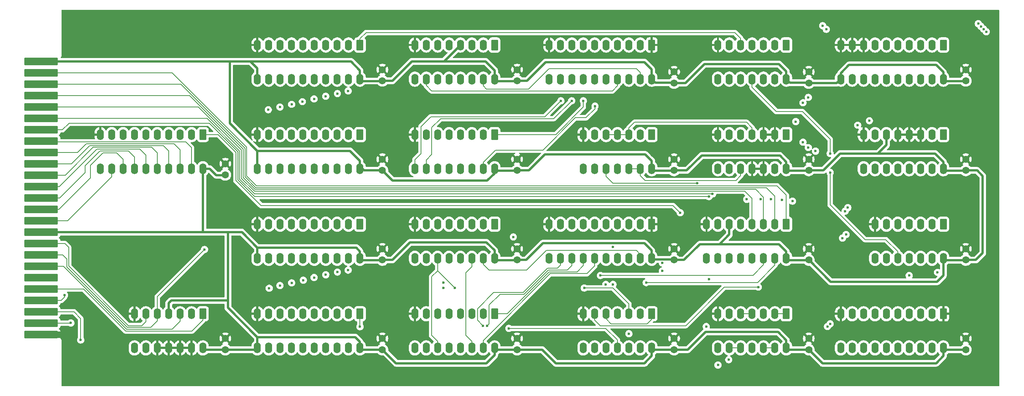
<source format=gbr>
%TF.GenerationSoftware,KiCad,Pcbnew,9.0.6*%
%TF.CreationDate,2025-12-16T20:34:14-05:00*%
%TF.ProjectId,tb8_cu,7462385f-6375-42e6-9b69-6361645f7063,1.0*%
%TF.SameCoordinates,Original*%
%TF.FileFunction,Copper,L1,Top*%
%TF.FilePolarity,Positive*%
%FSLAX46Y46*%
G04 Gerber Fmt 4.6, Leading zero omitted, Abs format (unit mm)*
G04 Created by KiCad (PCBNEW 9.0.6) date 2025-12-16 20:34:14*
%MOMM*%
%LPD*%
G01*
G04 APERTURE LIST*
G04 Aperture macros list*
%AMRoundRect*
0 Rectangle with rounded corners*
0 $1 Rounding radius*
0 $2 $3 $4 $5 $6 $7 $8 $9 X,Y pos of 4 corners*
0 Add a 4 corners polygon primitive as box body*
4,1,4,$2,$3,$4,$5,$6,$7,$8,$9,$2,$3,0*
0 Add four circle primitives for the rounded corners*
1,1,$1+$1,$2,$3*
1,1,$1+$1,$4,$5*
1,1,$1+$1,$6,$7*
1,1,$1+$1,$8,$9*
0 Add four rect primitives between the rounded corners*
20,1,$1+$1,$2,$3,$4,$5,0*
20,1,$1+$1,$4,$5,$6,$7,0*
20,1,$1+$1,$6,$7,$8,$9,0*
20,1,$1+$1,$8,$9,$2,$3,0*%
G04 Aperture macros list end*
%TA.AperFunction,ComponentPad*%
%ADD10C,1.600000*%
%TD*%
%TA.AperFunction,ComponentPad*%
%ADD11RoundRect,0.250000X-0.550000X0.950000X-0.550000X-0.950000X0.550000X-0.950000X0.550000X0.950000X0*%
%TD*%
%TA.AperFunction,ComponentPad*%
%ADD12O,1.600000X2.400000*%
%TD*%
%TA.AperFunction,ConnectorPad*%
%ADD13RoundRect,0.255000X-3.495000X0.595000X-3.495000X-0.595000X3.495000X-0.595000X3.495000X0.595000X0*%
%TD*%
%TA.AperFunction,ViaPad*%
%ADD14C,0.600000*%
%TD*%
%TA.AperFunction,Conductor*%
%ADD15C,0.200000*%
%TD*%
%TA.AperFunction,Conductor*%
%ADD16C,1.400000*%
%TD*%
%TA.AperFunction,Conductor*%
%ADD17C,0.500000*%
%TD*%
G04 APERTURE END LIST*
D10*
%TO.P,C20,1*%
%TO.N,+5V*%
X104030000Y-133550000D03*
%TO.P,C20,2*%
%TO.N,GND*%
X104030000Y-131050000D03*
%TD*%
%TO.P,C17,1*%
%TO.N,+5V*%
X169030000Y-133550000D03*
%TO.P,C17,2*%
%TO.N,GND*%
X169030000Y-131050000D03*
%TD*%
%TO.P,C11,1*%
%TO.N,+5V*%
X134030000Y-93550000D03*
%TO.P,C11,2*%
%TO.N,GND*%
X134030000Y-91050000D03*
%TD*%
%TO.P,C4,1*%
%TO.N,+5V*%
X234030000Y-133550000D03*
%TO.P,C4,2*%
%TO.N,GND*%
X234030000Y-131050000D03*
%TD*%
%TO.P,C2,1*%
%TO.N,+5V*%
X199030000Y-74050000D03*
%TO.P,C2,2*%
%TO.N,GND*%
X199030000Y-71550000D03*
%TD*%
D11*
%TO.P,U12,1,B*%
%TO.N,i9*%
X129030000Y-105550000D03*
D12*
%TO.P,U12,2,QB*%
%TO.N,o9*%
X126490000Y-105550000D03*
%TO.P,U12,3,QA*%
%TO.N,o8*%
X123950000Y-105550000D03*
%TO.P,U12,4,DOWN*%
%TO.N,Net-(U11-~{BO})*%
X121410000Y-105550000D03*
%TO.P,U12,5,UP*%
%TO.N,Net-(U11-~{CO})*%
X118870000Y-105550000D03*
%TO.P,U12,6,QC*%
%TO.N,o10*%
X116330000Y-105550000D03*
%TO.P,U12,7,QD*%
%TO.N,o11*%
X113790000Y-105550000D03*
%TO.P,U12,8,GND*%
%TO.N,GND*%
X111250000Y-105550000D03*
%TO.P,U12,9,D*%
%TO.N,i11*%
X111250000Y-113170000D03*
%TO.P,U12,10,C*%
%TO.N,i10*%
X113790000Y-113170000D03*
%TO.P,U12,11,~{LOAD}*%
%TO.N,cpl*%
X116330000Y-113170000D03*
%TO.P,U12,12,~{CO}*%
%TO.N,Net-(U12-~{CO})*%
X118870000Y-113170000D03*
%TO.P,U12,13,~{BO}*%
%TO.N,Net-(U12-~{BO})*%
X121410000Y-113170000D03*
%TO.P,U12,14,CLR*%
%TO.N,r*%
X123950000Y-113170000D03*
%TO.P,U12,15,A*%
%TO.N,i8*%
X126490000Y-113170000D03*
%TO.P,U12,16,VCC*%
%TO.N,+5V*%
X129030000Y-113170000D03*
%TD*%
D11*
%TO.P,U16,1*%
%TO.N,tadr0*%
X164030000Y-85550000D03*
D12*
%TO.P,U16,2*%
%TO.N,t_wr*%
X161490000Y-85550000D03*
%TO.P,U16,3*%
%TO.N,Net-(U18A-~{S})*%
X158950000Y-85550000D03*
%TO.P,U16,4*%
X156410000Y-85550000D03*
%TO.P,U16,5*%
X153870000Y-85550000D03*
%TO.P,U16,6*%
%TO.N,Net-(U14-Load)*%
X151330000Y-85550000D03*
%TO.P,U16,7,GND*%
%TO.N,GND*%
X148790000Y-85550000D03*
%TO.P,U16,8*%
%TO.N,Net-(U18B-~{S})*%
X148790000Y-93170000D03*
%TO.P,U16,9*%
%TO.N,tadr1*%
X151330000Y-93170000D03*
%TO.P,U16,10*%
%TO.N,t_wr*%
X153870000Y-93170000D03*
%TO.P,U16,11*%
%TO.N,Net-(U15-Load)*%
X156410000Y-93170000D03*
%TO.P,U16,12*%
%TO.N,Net-(U18B-~{S})*%
X158950000Y-93170000D03*
%TO.P,U16,13*%
X161490000Y-93170000D03*
%TO.P,U16,14,VCC*%
%TO.N,+5V*%
X164030000Y-93170000D03*
%TD*%
D11*
%TO.P,U13,1,B*%
%TO.N,i13*%
X129030000Y-125550000D03*
D12*
%TO.P,U13,2,QB*%
%TO.N,o13*%
X126490000Y-125550000D03*
%TO.P,U13,3,QA*%
%TO.N,o12*%
X123950000Y-125550000D03*
%TO.P,U13,4,DOWN*%
%TO.N,Net-(U12-~{BO})*%
X121410000Y-125550000D03*
%TO.P,U13,5,UP*%
%TO.N,Net-(U12-~{CO})*%
X118870000Y-125550000D03*
%TO.P,U13,6,QC*%
%TO.N,o14*%
X116330000Y-125550000D03*
%TO.P,U13,7,QD*%
%TO.N,o15*%
X113790000Y-125550000D03*
%TO.P,U13,8,GND*%
%TO.N,GND*%
X111250000Y-125550000D03*
%TO.P,U13,9,D*%
%TO.N,i15*%
X111250000Y-133170000D03*
%TO.P,U13,10,C*%
%TO.N,i14*%
X113790000Y-133170000D03*
%TO.P,U13,11,~{LOAD}*%
%TO.N,cpl*%
X116330000Y-133170000D03*
%TO.P,U13,12,~{CO}*%
%TO.N,unconnected-(U13-~{CO}-Pad12)*%
X118870000Y-133170000D03*
%TO.P,U13,13,~{BO}*%
%TO.N,unconnected-(U13-~{BO}-Pad13)*%
X121410000Y-133170000D03*
%TO.P,U13,14,CLR*%
%TO.N,r*%
X123950000Y-133170000D03*
%TO.P,U13,15,A*%
%TO.N,i12*%
X126490000Y-133170000D03*
%TO.P,U13,16,VCC*%
%TO.N,+5V*%
X129030000Y-133170000D03*
%TD*%
D10*
%TO.P,C12,1*%
%TO.N,+5V*%
X134030000Y-113550000D03*
%TO.P,C12,2*%
%TO.N,GND*%
X134030000Y-111050000D03*
%TD*%
D11*
%TO.P,U17,1*%
%TO.N,Net-(U17-Pad1)*%
X164030000Y-125550000D03*
D12*
%TO.P,U17,2*%
%TO.N,exc*%
X161490000Y-125550000D03*
%TO.P,U17,3*%
%TO.N,cpl*%
X158950000Y-125550000D03*
%TO.P,U17,4*%
%TO.N,ldi*%
X156410000Y-125550000D03*
%TO.P,U17,5*%
%TO.N,Net-(U17-Pad1)*%
X153870000Y-125550000D03*
%TO.P,U17,6*%
%TO.N,Net-(U18A-~{R})*%
X151330000Y-125550000D03*
%TO.P,U17,7,GND*%
%TO.N,GND*%
X148790000Y-125550000D03*
%TO.P,U17,8*%
%TO.N,Net-(U19-OE)*%
X148790000Y-133170000D03*
%TO.P,U17,9*%
%TO.N,tadr0*%
X151330000Y-133170000D03*
%TO.P,U17,10*%
%TO.N,t_rd*%
X153870000Y-133170000D03*
%TO.P,U17,11*%
%TO.N,Net-(U20-OE)*%
X156410000Y-133170000D03*
%TO.P,U17,12*%
%TO.N,tadr1*%
X158950000Y-133170000D03*
%TO.P,U17,13*%
%TO.N,t_rd*%
X161490000Y-133170000D03*
%TO.P,U17,14,VCC*%
%TO.N,+5V*%
X164030000Y-133170000D03*
%TD*%
D11*
%TO.P,U2,1*%
%TO.N,cmp*%
X194030000Y-65550000D03*
D12*
%TO.P,U2,2*%
%TO.N,stc_i*%
X191490000Y-65550000D03*
%TO.P,U2,3*%
%TO.N,Net-(U2-Pad3)*%
X188950000Y-65550000D03*
%TO.P,U2,4*%
%TO.N,Net-(U2-Pad4)*%
X186410000Y-65550000D03*
%TO.P,U2,5*%
%TO.N,exc*%
X183870000Y-65550000D03*
%TO.P,U2,6*%
%TO.N,t_wr*%
X181330000Y-65550000D03*
%TO.P,U2,7,GND*%
%TO.N,GND*%
X178790000Y-65550000D03*
%TO.P,U2,8*%
%TO.N,t_rd*%
X178790000Y-73170000D03*
%TO.P,U2,9*%
%TO.N,exc*%
X181330000Y-73170000D03*
%TO.P,U2,10*%
%TO.N,ld_i*%
X183870000Y-73170000D03*
%TO.P,U2,11*%
%TO.N,t_rdi*%
X186410000Y-73170000D03*
%TO.P,U2,12*%
%TO.N,ldi_i*%
X188950000Y-73170000D03*
%TO.P,U2,13*%
%TO.N,exc*%
X191490000Y-73170000D03*
%TO.P,U2,14,VCC*%
%TO.N,+5V*%
X194030000Y-73170000D03*
%TD*%
D11*
%TO.P,U1,1,~{R}*%
%TO.N,{slash}r*%
X64030000Y-125550000D03*
D12*
%TO.P,U1,2,D*%
%TO.N,ldi*%
X61490000Y-125550000D03*
%TO.P,U1,3,C*%
%TO.N,clk_i*%
X58950000Y-125550000D03*
%TO.P,U1,4,~{S}*%
%TO.N,+5V*%
X56410000Y-125550000D03*
%TO.P,U1,5,Q*%
%TO.N,exc*%
X53870000Y-125550000D03*
%TO.P,U1,6,~{Q}*%
%TO.N,ldi*%
X51330000Y-125550000D03*
%TO.P,U1,7,GND*%
%TO.N,GND*%
X48790000Y-125550000D03*
%TO.P,U1,8,~{Q}*%
%TO.N,unconnected-(U1B-~{Q}-Pad8)*%
X48790000Y-133170000D03*
%TO.P,U1,9,Q*%
%TO.N,unconnected-(U1B-Q-Pad9)*%
X51330000Y-133170000D03*
%TO.P,U1,10,~{S}*%
%TO.N,GND*%
X53870000Y-133170000D03*
%TO.P,U1,11,C*%
X56410000Y-133170000D03*
%TO.P,U1,12,D*%
X58950000Y-133170000D03*
%TO.P,U1,13,~{R}*%
X61490000Y-133170000D03*
%TO.P,U1,14,VCC*%
%TO.N,+5V*%
X64030000Y-133170000D03*
%TD*%
D11*
%TO.P,U22,1,OE*%
%TO.N,exc*%
X99030000Y-105550000D03*
D12*
%TO.P,U22,2,D0*%
%TO.N,o8*%
X96490000Y-105550000D03*
%TO.P,U22,3,D1*%
%TO.N,o9*%
X93950000Y-105550000D03*
%TO.P,U22,4,D2*%
%TO.N,o10*%
X91410000Y-105550000D03*
%TO.P,U22,5,D3*%
%TO.N,o11*%
X88870000Y-105550000D03*
%TO.P,U22,6,D4*%
%TO.N,o12*%
X86330000Y-105550000D03*
%TO.P,U22,7,D5*%
%TO.N,o13*%
X83790000Y-105550000D03*
%TO.P,U22,8,D6*%
%TO.N,o14*%
X81250000Y-105550000D03*
%TO.P,U22,9,D7*%
%TO.N,o15*%
X78710000Y-105550000D03*
%TO.P,U22,10,GND*%
%TO.N,GND*%
X76170000Y-105550000D03*
%TO.P,U22,11,Load*%
%TO.N,+5V*%
X76170000Y-113170000D03*
%TO.P,U22,12,Q7*%
%TO.N,a15*%
X78710000Y-113170000D03*
%TO.P,U22,13,Q6*%
%TO.N,a14*%
X81250000Y-113170000D03*
%TO.P,U22,14,Q5*%
%TO.N,a13*%
X83790000Y-113170000D03*
%TO.P,U22,15,Q4*%
%TO.N,a12*%
X86330000Y-113170000D03*
%TO.P,U22,16,Q3*%
%TO.N,a11*%
X88870000Y-113170000D03*
%TO.P,U22,17,Q2*%
%TO.N,a10*%
X91410000Y-113170000D03*
%TO.P,U22,18,Q1*%
%TO.N,a9*%
X93950000Y-113170000D03*
%TO.P,U22,19,Q0*%
%TO.N,a8*%
X96490000Y-113170000D03*
%TO.P,U22,20,VCC*%
%TO.N,+5V*%
X99030000Y-113170000D03*
%TD*%
D10*
%TO.P,C13,1*%
%TO.N,+5V*%
X134030000Y-133550000D03*
%TO.P,C13,2*%
%TO.N,GND*%
X134030000Y-131050000D03*
%TD*%
%TO.P,C22,1*%
%TO.N,+5V*%
X104030000Y-113550000D03*
%TO.P,C22,2*%
%TO.N,GND*%
X104030000Y-111050000D03*
%TD*%
%TO.P,C3,1*%
%TO.N,+5V*%
X234030000Y-113550000D03*
%TO.P,C3,2*%
%TO.N,GND*%
X234030000Y-111050000D03*
%TD*%
D11*
%TO.P,U8,1*%
%TO.N,t_rdi*%
X194030000Y-125550000D03*
D12*
%TO.P,U8,2*%
X191490000Y-125550000D03*
%TO.P,U8,3*%
%TO.N,Net-(U7-OE)*%
X188950000Y-125550000D03*
%TO.P,U8,4*%
%TO.N,t_wr*%
X186410000Y-125550000D03*
%TO.P,U8,5*%
X183870000Y-125550000D03*
%TO.P,U8,6*%
%TO.N,Net-(U9-OE)*%
X181330000Y-125550000D03*
%TO.P,U8,7,GND*%
%TO.N,GND*%
X178790000Y-125550000D03*
%TO.P,U8,8*%
%TO.N,r*%
X178790000Y-133170000D03*
%TO.P,U8,9*%
%TO.N,{slash}r*%
X181330000Y-133170000D03*
%TO.P,U8,10*%
X183870000Y-133170000D03*
%TO.P,U8,11*%
%TO.N,Net-(U17-Pad1)*%
X186410000Y-133170000D03*
%TO.P,U8,12*%
%TO.N,Net-(U3-Pad11)*%
X188950000Y-133170000D03*
%TO.P,U8,13*%
X191490000Y-133170000D03*
%TO.P,U8,14,VCC*%
%TO.N,+5V*%
X194030000Y-133170000D03*
%TD*%
D10*
%TO.P,C8,1*%
%TO.N,+5V*%
X199030000Y-133550000D03*
%TO.P,C8,2*%
%TO.N,GND*%
X199030000Y-131050000D03*
%TD*%
%TO.P,C16,1*%
%TO.N,+5V*%
X169030000Y-93550000D03*
%TO.P,C16,2*%
%TO.N,GND*%
X169030000Y-91050000D03*
%TD*%
D11*
%TO.P,U7,1,OE*%
%TO.N,Net-(U7-OE)*%
X229030000Y-65550000D03*
D12*
%TO.P,U7,2,D0*%
%TO.N,ta0*%
X226490000Y-65550000D03*
%TO.P,U7,3,D1*%
%TO.N,ta1*%
X223950000Y-65550000D03*
%TO.P,U7,4,D2*%
%TO.N,ta2*%
X221410000Y-65550000D03*
%TO.P,U7,5,D3*%
%TO.N,ta3*%
X218870000Y-65550000D03*
%TO.P,U7,6,D4*%
%TO.N,ta4*%
X216330000Y-65550000D03*
%TO.P,U7,7,D5*%
%TO.N,ta5*%
X213790000Y-65550000D03*
%TO.P,U7,8,D6*%
%TO.N,GND*%
X211250000Y-65550000D03*
%TO.P,U7,9,D7*%
X208710000Y-65550000D03*
%TO.P,U7,10,GND*%
X206170000Y-65550000D03*
%TO.P,U7,11,Load*%
%TO.N,+5V*%
X206170000Y-73170000D03*
%TO.P,U7,12,Q7*%
%TO.N,td7*%
X208710000Y-73170000D03*
%TO.P,U7,13,Q6*%
%TO.N,td6*%
X211250000Y-73170000D03*
%TO.P,U7,14,Q5*%
%TO.N,td5*%
X213790000Y-73170000D03*
%TO.P,U7,15,Q4*%
%TO.N,td4*%
X216330000Y-73170000D03*
%TO.P,U7,16,Q3*%
%TO.N,td3*%
X218870000Y-73170000D03*
%TO.P,U7,17,Q2*%
%TO.N,td2*%
X221410000Y-73170000D03*
%TO.P,U7,18,Q1*%
%TO.N,td1*%
X223950000Y-73170000D03*
%TO.P,U7,19,Q0*%
%TO.N,td0*%
X226490000Y-73170000D03*
%TO.P,U7,20,VCC*%
%TO.N,+5V*%
X229030000Y-73170000D03*
%TD*%
D11*
%TO.P,U19,1,OE*%
%TO.N,Net-(U19-OE)*%
X99030000Y-85550000D03*
D12*
%TO.P,U19,2,D0*%
%TO.N,o0*%
X96490000Y-85550000D03*
%TO.P,U19,3,D1*%
%TO.N,o1*%
X93950000Y-85550000D03*
%TO.P,U19,4,D2*%
%TO.N,o2*%
X91410000Y-85550000D03*
%TO.P,U19,5,D3*%
%TO.N,o3*%
X88870000Y-85550000D03*
%TO.P,U19,6,D4*%
%TO.N,o4*%
X86330000Y-85550000D03*
%TO.P,U19,7,D5*%
%TO.N,o5*%
X83790000Y-85550000D03*
%TO.P,U19,8,D6*%
%TO.N,o6*%
X81250000Y-85550000D03*
%TO.P,U19,9,D7*%
%TO.N,o7*%
X78710000Y-85550000D03*
%TO.P,U19,10,GND*%
%TO.N,GND*%
X76170000Y-85550000D03*
%TO.P,U19,11,Load*%
%TO.N,+5V*%
X76170000Y-93170000D03*
%TO.P,U19,12,Q7*%
%TO.N,td7*%
X78710000Y-93170000D03*
%TO.P,U19,13,Q6*%
%TO.N,td6*%
X81250000Y-93170000D03*
%TO.P,U19,14,Q5*%
%TO.N,td5*%
X83790000Y-93170000D03*
%TO.P,U19,15,Q4*%
%TO.N,td4*%
X86330000Y-93170000D03*
%TO.P,U19,16,Q3*%
%TO.N,td3*%
X88870000Y-93170000D03*
%TO.P,U19,17,Q2*%
%TO.N,td2*%
X91410000Y-93170000D03*
%TO.P,U19,18,Q1*%
%TO.N,td1*%
X93950000Y-93170000D03*
%TO.P,U19,19,Q0*%
%TO.N,td0*%
X96490000Y-93170000D03*
%TO.P,U19,20,VCC*%
%TO.N,+5V*%
X99030000Y-93170000D03*
%TD*%
D10*
%TO.P,C1,1*%
%TO.N,+5V*%
X69030000Y-133550000D03*
%TO.P,C1,2*%
%TO.N,GND*%
X69030000Y-131050000D03*
%TD*%
D11*
%TO.P,U15,1,OE*%
%TO.N,GND*%
X164030000Y-105550000D03*
D12*
%TO.P,U15,2,D0*%
%TO.N,td0*%
X161490000Y-105550000D03*
%TO.P,U15,3,D1*%
%TO.N,td1*%
X158950000Y-105550000D03*
%TO.P,U15,4,D2*%
%TO.N,td2*%
X156410000Y-105550000D03*
%TO.P,U15,5,D3*%
%TO.N,td3*%
X153870000Y-105550000D03*
%TO.P,U15,6,D4*%
%TO.N,td4*%
X151330000Y-105550000D03*
%TO.P,U15,7,D5*%
%TO.N,td5*%
X148790000Y-105550000D03*
%TO.P,U15,8,D6*%
%TO.N,td6*%
X146250000Y-105550000D03*
%TO.P,U15,9,D7*%
%TO.N,td7*%
X143710000Y-105550000D03*
%TO.P,U15,10,GND*%
%TO.N,GND*%
X141170000Y-105550000D03*
%TO.P,U15,11,Load*%
%TO.N,Net-(U15-Load)*%
X141170000Y-113170000D03*
%TO.P,U15,12,Q7*%
%TO.N,i15*%
X143710000Y-113170000D03*
%TO.P,U15,13,Q6*%
%TO.N,i14*%
X146250000Y-113170000D03*
%TO.P,U15,14,Q5*%
%TO.N,i13*%
X148790000Y-113170000D03*
%TO.P,U15,15,Q4*%
%TO.N,i12*%
X151330000Y-113170000D03*
%TO.P,U15,16,Q3*%
%TO.N,i11*%
X153870000Y-113170000D03*
%TO.P,U15,17,Q2*%
%TO.N,i10*%
X156410000Y-113170000D03*
%TO.P,U15,18,Q1*%
%TO.N,i9*%
X158950000Y-113170000D03*
%TO.P,U15,19,Q0*%
%TO.N,i8*%
X161490000Y-113170000D03*
%TO.P,U15,20,VCC*%
%TO.N,+5V*%
X164030000Y-113170000D03*
%TD*%
D10*
%TO.P,C19,1*%
%TO.N,+5V*%
X104030000Y-93550000D03*
%TO.P,C19,2*%
%TO.N,GND*%
X104030000Y-91050000D03*
%TD*%
%TO.P,C7,1*%
%TO.N,+5V*%
X234030000Y-73550000D03*
%TO.P,C7,2*%
%TO.N,GND*%
X234030000Y-71050000D03*
%TD*%
D11*
%TO.P,U3,1*%
%TO.N,Net-(U2-Pad3)*%
X229030000Y-105550000D03*
D12*
%TO.P,U3,2*%
%TO.N,st_i*%
X226490000Y-105550000D03*
%TO.P,U3,3*%
%TO.N,Net-(U2-Pad4)*%
X223950000Y-105550000D03*
%TO.P,U3,4*%
%TO.N,ta4*%
X221410000Y-105550000D03*
%TO.P,U3,5*%
%TO.N,ta5*%
X218870000Y-105550000D03*
%TO.P,U3,6*%
%TO.N,Net-(U6-~{E2})*%
X216330000Y-105550000D03*
%TO.P,U3,7,GND*%
%TO.N,GND*%
X213790000Y-105550000D03*
%TO.P,U3,8*%
%TO.N,Net-(U9-Load)*%
X213790000Y-113170000D03*
%TO.P,U3,9*%
%TO.N,t_rd*%
X216330000Y-113170000D03*
%TO.P,U3,10*%
%TO.N,t_rdi*%
X218870000Y-113170000D03*
%TO.P,U3,11*%
%TO.N,Net-(U3-Pad11)*%
X221410000Y-113170000D03*
%TO.P,U3,12*%
%TO.N,Net-(U18B-~{Q})*%
X223950000Y-113170000D03*
%TO.P,U3,13*%
%TO.N,Net-(U18A-~{Q})*%
X226490000Y-113170000D03*
%TO.P,U3,14,VCC*%
%TO.N,+5V*%
X229030000Y-113170000D03*
%TD*%
D11*
%TO.P,U14,1,OE*%
%TO.N,GND*%
X164030000Y-65550000D03*
D12*
%TO.P,U14,2,D0*%
%TO.N,td0*%
X161490000Y-65550000D03*
%TO.P,U14,3,D1*%
%TO.N,td1*%
X158950000Y-65550000D03*
%TO.P,U14,4,D2*%
%TO.N,td2*%
X156410000Y-65550000D03*
%TO.P,U14,5,D3*%
%TO.N,td3*%
X153870000Y-65550000D03*
%TO.P,U14,6,D4*%
%TO.N,td4*%
X151330000Y-65550000D03*
%TO.P,U14,7,D5*%
%TO.N,td5*%
X148790000Y-65550000D03*
%TO.P,U14,8,D6*%
%TO.N,td6*%
X146250000Y-65550000D03*
%TO.P,U14,9,D7*%
%TO.N,td7*%
X143710000Y-65550000D03*
%TO.P,U14,10,GND*%
%TO.N,GND*%
X141170000Y-65550000D03*
%TO.P,U14,11,Load*%
%TO.N,Net-(U14-Load)*%
X141170000Y-73170000D03*
%TO.P,U14,12,Q7*%
%TO.N,i7*%
X143710000Y-73170000D03*
%TO.P,U14,13,Q6*%
%TO.N,i6*%
X146250000Y-73170000D03*
%TO.P,U14,14,Q5*%
%TO.N,i5*%
X148790000Y-73170000D03*
%TO.P,U14,15,Q4*%
%TO.N,i4*%
X151330000Y-73170000D03*
%TO.P,U14,16,Q3*%
%TO.N,i3*%
X153870000Y-73170000D03*
%TO.P,U14,17,Q2*%
%TO.N,i2*%
X156410000Y-73170000D03*
%TO.P,U14,18,Q1*%
%TO.N,i1*%
X158950000Y-73170000D03*
%TO.P,U14,19,Q0*%
%TO.N,i0*%
X161490000Y-73170000D03*
%TO.P,U14,20,VCC*%
%TO.N,+5V*%
X164030000Y-73170000D03*
%TD*%
D10*
%TO.P,C21,1*%
%TO.N,+5V*%
X104030000Y-73550000D03*
%TO.P,C21,2*%
%TO.N,GND*%
X104030000Y-71050000D03*
%TD*%
D11*
%TO.P,U10,1,B*%
%TO.N,i1*%
X129030000Y-65550000D03*
D12*
%TO.P,U10,2,QB*%
%TO.N,o1*%
X126490000Y-65550000D03*
%TO.P,U10,3,QA*%
%TO.N,o0*%
X123950000Y-65550000D03*
%TO.P,U10,4,DOWN*%
%TO.N,+5V*%
X121410000Y-65550000D03*
%TO.P,U10,5,UP*%
%TO.N,ldi*%
X118870000Y-65550000D03*
%TO.P,U10,6,QC*%
%TO.N,o2*%
X116330000Y-65550000D03*
%TO.P,U10,7,QD*%
%TO.N,o3*%
X113790000Y-65550000D03*
%TO.P,U10,8,GND*%
%TO.N,GND*%
X111250000Y-65550000D03*
%TO.P,U10,9,D*%
%TO.N,i3*%
X111250000Y-73170000D03*
%TO.P,U10,10,C*%
%TO.N,i2*%
X113790000Y-73170000D03*
%TO.P,U10,11,~{LOAD}*%
%TO.N,cpl*%
X116330000Y-73170000D03*
%TO.P,U10,12,~{CO}*%
%TO.N,Net-(U10-~{CO})*%
X118870000Y-73170000D03*
%TO.P,U10,13,~{BO}*%
%TO.N,Net-(U10-~{BO})*%
X121410000Y-73170000D03*
%TO.P,U10,14,CLR*%
%TO.N,r*%
X123950000Y-73170000D03*
%TO.P,U10,15,A*%
%TO.N,i0*%
X126490000Y-73170000D03*
%TO.P,U10,16,VCC*%
%TO.N,+5V*%
X129030000Y-73170000D03*
%TD*%
D10*
%TO.P,C6,1*%
%TO.N,+5V*%
X199030000Y-113550000D03*
%TO.P,C6,2*%
%TO.N,GND*%
X199030000Y-111050000D03*
%TD*%
D11*
%TO.P,U9,1,OE*%
%TO.N,Net-(U9-OE)*%
X64030000Y-85550000D03*
D12*
%TO.P,U9,2,D0*%
%TO.N,td0*%
X61490000Y-85550000D03*
%TO.P,U9,3,D1*%
%TO.N,td1*%
X58950000Y-85550000D03*
%TO.P,U9,4,D2*%
%TO.N,td2*%
X56410000Y-85550000D03*
%TO.P,U9,5,D3*%
%TO.N,td3*%
X53870000Y-85550000D03*
%TO.P,U9,6,D4*%
%TO.N,td4*%
X51330000Y-85550000D03*
%TO.P,U9,7,D5*%
%TO.N,td5*%
X48790000Y-85550000D03*
%TO.P,U9,8,D6*%
%TO.N,td6*%
X46250000Y-85550000D03*
%TO.P,U9,9,D7*%
%TO.N,td7*%
X43710000Y-85550000D03*
%TO.P,U9,10,GND*%
%TO.N,GND*%
X41170000Y-85550000D03*
%TO.P,U9,11,Load*%
%TO.N,Net-(U9-Load)*%
X41170000Y-93170000D03*
%TO.P,U9,12,Q7*%
%TO.N,td7*%
X43710000Y-93170000D03*
%TO.P,U9,13,Q6*%
%TO.N,td6*%
X46250000Y-93170000D03*
%TO.P,U9,14,Q5*%
%TO.N,td5*%
X48790000Y-93170000D03*
%TO.P,U9,15,Q4*%
%TO.N,td4*%
X51330000Y-93170000D03*
%TO.P,U9,16,Q3*%
%TO.N,td3*%
X53870000Y-93170000D03*
%TO.P,U9,17,Q2*%
%TO.N,td2*%
X56410000Y-93170000D03*
%TO.P,U9,18,Q1*%
%TO.N,td1*%
X58950000Y-93170000D03*
%TO.P,U9,19,Q0*%
%TO.N,td0*%
X61490000Y-93170000D03*
%TO.P,U9,20,VCC*%
%TO.N,+5V*%
X64030000Y-93170000D03*
%TD*%
D10*
%TO.P,C15,1*%
%TO.N,+5V*%
X169030000Y-113550000D03*
%TO.P,C15,2*%
%TO.N,GND*%
X169030000Y-111050000D03*
%TD*%
%TO.P,C14,1*%
%TO.N,+5V*%
X169030000Y-74050000D03*
%TO.P,C14,2*%
%TO.N,GND*%
X169030000Y-71550000D03*
%TD*%
D11*
%TO.P,U5,1,A0*%
%TO.N,Net-(U4-Q6)*%
X229030000Y-85550000D03*
D12*
%TO.P,U5,2,A1*%
%TO.N,Net-(U4-Q7)*%
X226490000Y-85550000D03*
%TO.P,U5,3,A2*%
%TO.N,GND*%
X223950000Y-85550000D03*
%TO.P,U5,4,~{E1}*%
X221410000Y-85550000D03*
%TO.P,U5,5,~{E2}*%
X218870000Y-85550000D03*
%TO.P,U5,6,E3*%
%TO.N,+5V*%
X216330000Y-85550000D03*
%TO.P,U5,7,Y7*%
%TO.N,unconnected-(U5-Y7-Pad7)*%
X213790000Y-85550000D03*
%TO.P,U5,8,GND*%
%TO.N,GND*%
X211250000Y-85550000D03*
%TO.P,U5,9,Y6*%
%TO.N,unconnected-(U5-Y6-Pad9)*%
X211250000Y-93170000D03*
%TO.P,U5,10,Y5*%
%TO.N,unconnected-(U5-Y5-Pad10)*%
X213790000Y-93170000D03*
%TO.P,U5,11,Y4*%
%TO.N,unconnected-(U5-Y4-Pad11)*%
X216330000Y-93170000D03*
%TO.P,U5,12,Y3*%
%TO.N,stc_i*%
X218870000Y-93170000D03*
%TO.P,U5,13,Y2*%
%TO.N,st_i*%
X221410000Y-93170000D03*
%TO.P,U5,14,Y1*%
%TO.N,ldi_i*%
X223950000Y-93170000D03*
%TO.P,U5,15,Y0*%
%TO.N,ld_i*%
X226490000Y-93170000D03*
%TO.P,U5,16,VCC*%
%TO.N,+5V*%
X229030000Y-93170000D03*
%TD*%
D11*
%TO.P,U21,1,OE*%
%TO.N,exc*%
X99030000Y-65550000D03*
D12*
%TO.P,U21,2,D0*%
%TO.N,o0*%
X96490000Y-65550000D03*
%TO.P,U21,3,D1*%
%TO.N,o1*%
X93950000Y-65550000D03*
%TO.P,U21,4,D2*%
%TO.N,o2*%
X91410000Y-65550000D03*
%TO.P,U21,5,D3*%
%TO.N,o3*%
X88870000Y-65550000D03*
%TO.P,U21,6,D4*%
%TO.N,o4*%
X86330000Y-65550000D03*
%TO.P,U21,7,D5*%
%TO.N,o5*%
X83790000Y-65550000D03*
%TO.P,U21,8,D6*%
%TO.N,o6*%
X81250000Y-65550000D03*
%TO.P,U21,9,D7*%
%TO.N,o7*%
X78710000Y-65550000D03*
%TO.P,U21,10,GND*%
%TO.N,GND*%
X76170000Y-65550000D03*
%TO.P,U21,11,Load*%
%TO.N,+5V*%
X76170000Y-73170000D03*
%TO.P,U21,12,Q7*%
%TO.N,a7*%
X78710000Y-73170000D03*
%TO.P,U21,13,Q6*%
%TO.N,a6*%
X81250000Y-73170000D03*
%TO.P,U21,14,Q5*%
%TO.N,a5*%
X83790000Y-73170000D03*
%TO.P,U21,15,Q4*%
%TO.N,a4*%
X86330000Y-73170000D03*
%TO.P,U21,16,Q3*%
%TO.N,a3*%
X88870000Y-73170000D03*
%TO.P,U21,17,Q2*%
%TO.N,a2*%
X91410000Y-73170000D03*
%TO.P,U21,18,Q1*%
%TO.N,a1*%
X93950000Y-73170000D03*
%TO.P,U21,19,Q0*%
%TO.N,a0*%
X96490000Y-73170000D03*
%TO.P,U21,20,VCC*%
%TO.N,+5V*%
X99030000Y-73170000D03*
%TD*%
D10*
%TO.P,C18,1*%
%TO.N,+5V*%
X199030000Y-93550000D03*
%TO.P,C18,2*%
%TO.N,GND*%
X199030000Y-91050000D03*
%TD*%
D11*
%TO.P,U11,1,B*%
%TO.N,i5*%
X129030000Y-85550000D03*
D12*
%TO.P,U11,2,QB*%
%TO.N,o5*%
X126490000Y-85550000D03*
%TO.P,U11,3,QA*%
%TO.N,o4*%
X123950000Y-85550000D03*
%TO.P,U11,4,DOWN*%
%TO.N,Net-(U10-~{BO})*%
X121410000Y-85550000D03*
%TO.P,U11,5,UP*%
%TO.N,Net-(U10-~{CO})*%
X118870000Y-85550000D03*
%TO.P,U11,6,QC*%
%TO.N,o6*%
X116330000Y-85550000D03*
%TO.P,U11,7,QD*%
%TO.N,o7*%
X113790000Y-85550000D03*
%TO.P,U11,8,GND*%
%TO.N,GND*%
X111250000Y-85550000D03*
%TO.P,U11,9,D*%
%TO.N,i7*%
X111250000Y-93170000D03*
%TO.P,U11,10,C*%
%TO.N,i6*%
X113790000Y-93170000D03*
%TO.P,U11,11,~{LOAD}*%
%TO.N,cpl*%
X116330000Y-93170000D03*
%TO.P,U11,12,~{CO}*%
%TO.N,Net-(U11-~{CO})*%
X118870000Y-93170000D03*
%TO.P,U11,13,~{BO}*%
%TO.N,Net-(U11-~{BO})*%
X121410000Y-93170000D03*
%TO.P,U11,14,CLR*%
%TO.N,r*%
X123950000Y-93170000D03*
%TO.P,U11,15,A*%
%TO.N,i4*%
X126490000Y-93170000D03*
%TO.P,U11,16,VCC*%
%TO.N,+5V*%
X129030000Y-93170000D03*
%TD*%
D11*
%TO.P,U6,1,A0*%
%TO.N,ta0*%
X194030000Y-105550000D03*
D12*
%TO.P,U6,2,A1*%
%TO.N,ta1*%
X191490000Y-105550000D03*
%TO.P,U6,3,A2*%
%TO.N,ta2*%
X188950000Y-105550000D03*
%TO.P,U6,4,~{E1}*%
%TO.N,ta3*%
X186410000Y-105550000D03*
%TO.P,U6,5,~{E2}*%
%TO.N,Net-(U6-~{E2})*%
X183870000Y-105550000D03*
%TO.P,U6,6,E3*%
%TO.N,+5V*%
X181330000Y-105550000D03*
%TO.P,U6,7,Y7*%
%TO.N,unconnected-(U6-Y7-Pad7)*%
X178790000Y-105550000D03*
%TO.P,U6,8,GND*%
%TO.N,GND*%
X176250000Y-105550000D03*
%TO.P,U6,9,Y6*%
%TO.N,unconnected-(U6-Y6-Pad9)*%
X176250000Y-113170000D03*
%TO.P,U6,10,Y5*%
%TO.N,unconnected-(U6-Y5-Pad10)*%
X178790000Y-113170000D03*
%TO.P,U6,11,Y4*%
%TO.N,unconnected-(U6-Y4-Pad11)*%
X181330000Y-113170000D03*
%TO.P,U6,12,Y3*%
%TO.N,unconnected-(U6-Y3-Pad12)*%
X183870000Y-113170000D03*
%TO.P,U6,13,Y2*%
%TO.N,unconnected-(U6-Y2-Pad13)*%
X186410000Y-113170000D03*
%TO.P,U6,14,Y1*%
%TO.N,tadr1*%
X188950000Y-113170000D03*
%TO.P,U6,15,Y0*%
%TO.N,tadr0*%
X191490000Y-113170000D03*
%TO.P,U6,16,VCC*%
%TO.N,+5V*%
X194030000Y-113170000D03*
%TD*%
D11*
%TO.P,U4,1,OE*%
%TO.N,GND*%
X229030000Y-125550000D03*
D12*
%TO.P,U4,2,D0*%
%TO.N,d0*%
X226490000Y-125550000D03*
%TO.P,U4,3,D1*%
%TO.N,d1*%
X223950000Y-125550000D03*
%TO.P,U4,4,D2*%
%TO.N,d2*%
X221410000Y-125550000D03*
%TO.P,U4,5,D3*%
%TO.N,d3*%
X218870000Y-125550000D03*
%TO.P,U4,6,D4*%
%TO.N,d4*%
X216330000Y-125550000D03*
%TO.P,U4,7,D5*%
%TO.N,d5*%
X213790000Y-125550000D03*
%TO.P,U4,8,D6*%
%TO.N,d6*%
X211250000Y-125550000D03*
%TO.P,U4,9,D7*%
%TO.N,d7*%
X208710000Y-125550000D03*
%TO.P,U4,10,GND*%
%TO.N,GND*%
X206170000Y-125550000D03*
%TO.P,U4,11,Load*%
%TO.N,ldi*%
X206170000Y-133170000D03*
%TO.P,U4,12,Q7*%
%TO.N,Net-(U4-Q7)*%
X208710000Y-133170000D03*
%TO.P,U4,13,Q6*%
%TO.N,Net-(U4-Q6)*%
X211250000Y-133170000D03*
%TO.P,U4,14,Q5*%
%TO.N,ta5*%
X213790000Y-133170000D03*
%TO.P,U4,15,Q4*%
%TO.N,ta4*%
X216330000Y-133170000D03*
%TO.P,U4,16,Q3*%
%TO.N,ta3*%
X218870000Y-133170000D03*
%TO.P,U4,17,Q2*%
%TO.N,ta2*%
X221410000Y-133170000D03*
%TO.P,U4,18,Q1*%
%TO.N,ta1*%
X223950000Y-133170000D03*
%TO.P,U4,19,Q0*%
%TO.N,ta0*%
X226490000Y-133170000D03*
%TO.P,U4,20,VCC*%
%TO.N,+5V*%
X229030000Y-133170000D03*
%TD*%
D11*
%TO.P,U18,1,~{R}*%
%TO.N,Net-(U18A-~{R})*%
X194030000Y-85550000D03*
D12*
%TO.P,U18,2,D*%
%TO.N,GND*%
X191490000Y-85550000D03*
%TO.P,U18,3,C*%
X188950000Y-85550000D03*
%TO.P,U18,4,~{S}*%
%TO.N,Net-(U18A-~{S})*%
X186410000Y-85550000D03*
%TO.P,U18,5,Q*%
%TO.N,unconnected-(U18A-Q-Pad5)*%
X183870000Y-85550000D03*
%TO.P,U18,6,~{Q}*%
%TO.N,Net-(U18A-~{Q})*%
X181330000Y-85550000D03*
%TO.P,U18,7,GND*%
%TO.N,GND*%
X178790000Y-85550000D03*
%TO.P,U18,8,~{Q}*%
%TO.N,Net-(U18B-~{Q})*%
X178790000Y-93170000D03*
%TO.P,U18,9,Q*%
%TO.N,unconnected-(U18B-Q-Pad9)*%
X181330000Y-93170000D03*
%TO.P,U18,10,~{S}*%
%TO.N,Net-(U18B-~{S})*%
X183870000Y-93170000D03*
%TO.P,U18,11,C*%
%TO.N,GND*%
X186410000Y-93170000D03*
%TO.P,U18,12,D*%
X188950000Y-93170000D03*
%TO.P,U18,13,~{R}*%
%TO.N,Net-(U18A-~{R})*%
X191490000Y-93170000D03*
%TO.P,U18,14,VCC*%
%TO.N,+5V*%
X194030000Y-93170000D03*
%TD*%
D10*
%TO.P,C10,1*%
%TO.N,+5V*%
X134030000Y-73550000D03*
%TO.P,C10,2*%
%TO.N,GND*%
X134030000Y-71050000D03*
%TD*%
%TO.P,C9,1*%
%TO.N,+5V*%
X69030000Y-94550000D03*
%TO.P,C9,2*%
%TO.N,GND*%
X69030000Y-92050000D03*
%TD*%
D11*
%TO.P,U20,1,OE*%
%TO.N,Net-(U20-OE)*%
X99030000Y-125550000D03*
D12*
%TO.P,U20,2,D0*%
%TO.N,o8*%
X96490000Y-125550000D03*
%TO.P,U20,3,D1*%
%TO.N,o9*%
X93950000Y-125550000D03*
%TO.P,U20,4,D2*%
%TO.N,o10*%
X91410000Y-125550000D03*
%TO.P,U20,5,D3*%
%TO.N,o11*%
X88870000Y-125550000D03*
%TO.P,U20,6,D4*%
%TO.N,o12*%
X86330000Y-125550000D03*
%TO.P,U20,7,D5*%
%TO.N,o13*%
X83790000Y-125550000D03*
%TO.P,U20,8,D6*%
%TO.N,o14*%
X81250000Y-125550000D03*
%TO.P,U20,9,D7*%
%TO.N,o15*%
X78710000Y-125550000D03*
%TO.P,U20,10,GND*%
%TO.N,GND*%
X76170000Y-125550000D03*
%TO.P,U20,11,Load*%
%TO.N,+5V*%
X76170000Y-133170000D03*
%TO.P,U20,12,Q7*%
%TO.N,td7*%
X78710000Y-133170000D03*
%TO.P,U20,13,Q6*%
%TO.N,td6*%
X81250000Y-133170000D03*
%TO.P,U20,14,Q5*%
%TO.N,td5*%
X83790000Y-133170000D03*
%TO.P,U20,15,Q4*%
%TO.N,td4*%
X86330000Y-133170000D03*
%TO.P,U20,16,Q3*%
%TO.N,td3*%
X88870000Y-133170000D03*
%TO.P,U20,17,Q2*%
%TO.N,td2*%
X91410000Y-133170000D03*
%TO.P,U20,18,Q1*%
%TO.N,td1*%
X93950000Y-133170000D03*
%TO.P,U20,19,Q0*%
%TO.N,td0*%
X96490000Y-133170000D03*
%TO.P,U20,20,VCC*%
%TO.N,+5V*%
X99030000Y-133170000D03*
%TD*%
D10*
%TO.P,C5,1*%
%TO.N,+5V*%
X234030000Y-93550000D03*
%TO.P,C5,2*%
%TO.N,GND*%
X234030000Y-91050000D03*
%TD*%
D13*
%TO.P,J1,1,Pin_1*%
%TO.N,+5V*%
X28000000Y-69220000D03*
%TO.P,J1,2,Pin_2*%
%TO.N,ta0*%
X28000000Y-71760000D03*
%TO.P,J1,3,Pin_3*%
%TO.N,ta1*%
X28000000Y-74300000D03*
%TO.P,J1,4,Pin_4*%
%TO.N,ta2*%
X28000000Y-76840000D03*
%TO.P,J1,5,Pin_5*%
%TO.N,ta3*%
X28000000Y-79380000D03*
%TO.P,J1,6,Pin_6*%
%TO.N,ta4*%
X28000000Y-81920000D03*
%TO.P,J1,7,Pin_7*%
%TO.N,ta5*%
X28000000Y-84460000D03*
%TO.P,J1,8,Pin_8*%
%TO.N,td0*%
X28000000Y-87000000D03*
%TO.P,J1,9,Pin_9*%
%TO.N,td1*%
X28000000Y-89540000D03*
%TO.P,J1,10,Pin_10*%
%TO.N,td2*%
X28000000Y-92080000D03*
%TO.P,J1,11,Pin_11*%
%TO.N,td3*%
X28000000Y-94620000D03*
%TO.P,J1,12,Pin_12*%
%TO.N,td4*%
X28000000Y-97160000D03*
%TO.P,J1,13,Pin_13*%
%TO.N,td5*%
X28000000Y-99700000D03*
%TO.P,J1,14,Pin_14*%
%TO.N,td6*%
X28000000Y-102240000D03*
%TO.P,J1,15,Pin_15*%
%TO.N,td7*%
X28000000Y-104780000D03*
%TO.P,J1,16,Pin_16*%
%TO.N,+5V*%
X28000000Y-107320000D03*
%TO.P,J1,17,Pin_17*%
%TO.N,ldi*%
X28000000Y-109860000D03*
%TO.P,J1,18,Pin_18*%
%TO.N,exc*%
X28000000Y-112400000D03*
%TO.P,J1,19,Pin_19*%
%TO.N,clk_i*%
X28000000Y-114940000D03*
%TO.P,J1,20,Pin_20*%
%TO.N,clk_e*%
X28000000Y-117480000D03*
%TO.P,J1,21,Pin_21*%
%TO.N,{slash}r*%
X28000000Y-120020000D03*
%TO.P,J1,22,Pin_22*%
%TO.N,cmp*%
X28000000Y-122560000D03*
%TO.P,J1,23,Pin_23*%
%TO.N,t_wr*%
X28000000Y-125100000D03*
%TO.P,J1,24,Pin_24*%
%TO.N,t_rd*%
X28000000Y-127640000D03*
%TO.P,J1,25,Pin_25*%
%TO.N,GND*%
X28000000Y-130180000D03*
%TD*%
D14*
%TO.N,a3*%
X88800000Y-77600000D03*
%TO.N,a0*%
X96400000Y-75800000D03*
%TO.N,ta4*%
X177600000Y-98802000D03*
X203800000Y-127800000D03*
%TO.N,a12*%
X86400000Y-118050000D03*
%TO.N,a7*%
X78600000Y-80000000D03*
%TO.N,a5*%
X83800000Y-78800000D03*
%TO.N,cmp*%
X33200000Y-121400000D03*
%TO.N,a15*%
X78800000Y-119850000D03*
%TO.N,ta0*%
X238600000Y-62600000D03*
X195400000Y-100400000D03*
%TO.N,ta1*%
X238000000Y-62000000D03*
X193100000Y-100100000D03*
%TO.N,a2*%
X91400000Y-77000000D03*
%TO.N,a10*%
X91400000Y-116850000D03*
%TO.N,a6*%
X81200000Y-79400000D03*
%TO.N,a11*%
X88800000Y-117450000D03*
%TO.N,t_rd*%
X34600000Y-127600000D03*
X176830000Y-117830000D03*
%TO.N,ta3*%
X236800000Y-60800000D03*
X188300000Y-100003000D03*
%TO.N,a4*%
X86200500Y-78200500D03*
%TO.N,a13*%
X83800000Y-118650000D03*
%TO.N,ta2*%
X190600000Y-100003000D03*
X237400000Y-61400000D03*
%TO.N,a9*%
X94000000Y-116250000D03*
%TO.N,{slash}r*%
X181200000Y-135800000D03*
%TO.N,a14*%
X81200000Y-119250000D03*
%TO.N,ta5*%
X176800000Y-99400000D03*
X203200000Y-128400000D03*
%TO.N,t_wr*%
X36800000Y-131400000D03*
X174200000Y-96400000D03*
%TO.N,a8*%
X96400000Y-115800000D03*
%TO.N,exc*%
X133200000Y-108400000D03*
X166400000Y-114200000D03*
X64400000Y-111200000D03*
X166400000Y-116000000D03*
%TO.N,a1*%
X94000000Y-76400000D03*
%TO.N,t_rdi*%
X203800000Y-94000000D03*
X203800000Y-89765544D03*
%TO.N,ld_i*%
X197740000Y-78450000D03*
X197740000Y-87250000D03*
%TO.N,stc_i*%
X200540000Y-89250000D03*
%TO.N,ldi_i*%
X198940000Y-77250000D03*
X198940000Y-88450000D03*
%TO.N,Net-(U2-Pad3)*%
X202940000Y-62050000D03*
X207740000Y-101850000D03*
%TO.N,Net-(U2-Pad4)*%
X207140000Y-102650000D03*
X202140000Y-61250000D03*
%TO.N,Net-(U18B-~{Q})*%
X206540000Y-108650000D03*
%TO.N,Net-(U3-Pad11)*%
X221410000Y-117000000D03*
%TO.N,Net-(U18A-~{Q})*%
X207340000Y-107850000D03*
X196140000Y-82650000D03*
%TO.N,Net-(U4-Q7)*%
X209940000Y-83450000D03*
%TO.N,Net-(U4-Q6)*%
X212540000Y-82450000D03*
%TO.N,tadr0*%
X162800000Y-118600000D03*
%TO.N,tadr1*%
X158950000Y-130000000D03*
X152600000Y-117000000D03*
%TO.N,Net-(U7-OE)*%
X227700000Y-116300000D03*
%TO.N,Net-(U9-OE)*%
X170400000Y-103000000D03*
%TO.N,r*%
X178800000Y-137000000D03*
%TO.N,Net-(U17-Pad1)*%
X176200000Y-128400000D03*
%TO.N,cpl*%
X120200000Y-119800000D03*
X149000000Y-119800000D03*
%TO.N,i7*%
X143800000Y-78000000D03*
%TO.N,i6*%
X146200000Y-78000000D03*
%TO.N,i4*%
X151400000Y-79200000D03*
%TO.N,i5*%
X148800000Y-78000000D03*
%TO.N,i11*%
X153800000Y-119000000D03*
X117600000Y-119800000D03*
%TO.N,i10*%
X155400000Y-119000000D03*
X117600000Y-118600000D03*
%TO.N,i15*%
X126400000Y-128200000D03*
%TO.N,i14*%
X127400000Y-128200000D03*
%TO.N,Net-(U15-Load)*%
X155400000Y-110600000D03*
%TO.N,Net-(U20-OE)*%
X99030000Y-128430000D03*
X132200000Y-128800000D03*
%TO.N,Net-(U18A-~{R})*%
X187800000Y-119600000D03*
X185200000Y-100003000D03*
%TD*%
D15*
%TO.N,clk_i*%
X57200000Y-129000000D02*
X47000000Y-129000000D01*
X47000000Y-129000000D02*
X32940000Y-114940000D01*
X58950000Y-127250000D02*
X57200000Y-129000000D01*
X58950000Y-125550000D02*
X58950000Y-127250000D01*
X32940000Y-114940000D02*
X28000000Y-114940000D01*
D16*
%TO.N,GND*%
X28000000Y-130180000D02*
X33380000Y-130180000D01*
D15*
%TO.N,ta4*%
X72197000Y-89197000D02*
X64920000Y-81920000D01*
X75531600Y-98800000D02*
X72197000Y-95465400D01*
X177598000Y-98800000D02*
X75531600Y-98800000D01*
X177600000Y-98802000D02*
X177598000Y-98800000D01*
X64920000Y-81920000D02*
X28000000Y-81920000D01*
X72197000Y-95465400D02*
X72197000Y-89197000D01*
%TO.N,td1*%
X36060000Y-89540000D02*
X37999000Y-87601000D01*
X37999000Y-87601000D02*
X57601000Y-87601000D01*
X58950000Y-88950000D02*
X58950000Y-93170000D01*
X57601000Y-87601000D02*
X58950000Y-88950000D01*
X28000000Y-89540000D02*
X36060000Y-89540000D01*
%TO.N,td2*%
X34720000Y-92080000D02*
X38798000Y-88002000D01*
X38798000Y-88002000D02*
X55202000Y-88002000D01*
X56410000Y-89210000D02*
X56410000Y-93170000D01*
X28000000Y-92080000D02*
X34720000Y-92080000D01*
X55202000Y-88002000D02*
X56410000Y-89210000D01*
%TO.N,td0*%
X28000000Y-87000000D02*
X28200000Y-87200000D01*
X28200000Y-87200000D02*
X60200000Y-87200000D01*
X61490000Y-88490000D02*
X61490000Y-93170000D01*
X60200000Y-87200000D02*
X61490000Y-88490000D01*
%TO.N,td7*%
X43710000Y-94930000D02*
X43710000Y-93170000D01*
X28000000Y-104780000D02*
X33860000Y-104780000D01*
X33860000Y-104780000D02*
X43710000Y-94930000D01*
%TO.N,cmp*%
X32440000Y-122560000D02*
X28000000Y-122560000D01*
X33200000Y-121800000D02*
X32440000Y-122560000D01*
X33200000Y-121400000D02*
X33200000Y-121800000D01*
%TO.N,ta0*%
X76000000Y-97000000D02*
X192000000Y-97000000D01*
X73800000Y-94800000D02*
X76000000Y-97000000D01*
X57160000Y-71760000D02*
X73800000Y-88400000D01*
X192000000Y-97000000D02*
X194030000Y-99030000D01*
X28000000Y-71760000D02*
X57160000Y-71760000D01*
X73800000Y-88400000D02*
X73800000Y-94800000D01*
X194030000Y-99030000D02*
X194030000Y-105550000D01*
%TO.N,td5*%
X48790000Y-90590000D02*
X48790000Y-93170000D01*
X47405000Y-89205000D02*
X48790000Y-90590000D01*
X37800000Y-94000000D02*
X37800000Y-92500000D01*
X37800000Y-92500000D02*
X41095000Y-89205000D01*
X41095000Y-89205000D02*
X47405000Y-89205000D01*
X32100000Y-99700000D02*
X37800000Y-94000000D01*
X28000000Y-99700000D02*
X32100000Y-99700000D01*
D17*
%TO.N,+5V*%
X68980000Y-94600000D02*
X69030000Y-94550000D01*
X129030000Y-93170000D02*
X129460000Y-93600000D01*
X203880000Y-118400000D02*
X227600000Y-118400000D01*
X129460000Y-113600000D02*
X133980000Y-113600000D01*
X129030000Y-113170000D02*
X129460000Y-113600000D01*
X99030000Y-111630000D02*
X98200000Y-110800000D01*
X64460000Y-133600000D02*
X68980000Y-133600000D01*
X64030000Y-93170000D02*
X64030000Y-107150000D01*
X233980000Y-113600000D02*
X234030000Y-113550000D01*
X70000000Y-69220000D02*
X72220000Y-69220000D01*
X233980000Y-133600000D02*
X234030000Y-133550000D01*
X72720000Y-107320000D02*
X76170000Y-110770000D01*
X28000000Y-107320000D02*
X64200000Y-107320000D01*
X68980000Y-133600000D02*
X69030000Y-133550000D01*
X234030000Y-93550000D02*
X236550000Y-93550000D01*
X202080000Y-136600000D02*
X227400000Y-136600000D01*
X178800000Y-110000000D02*
X192400000Y-110000000D01*
X199030000Y-93550000D02*
X202250000Y-93550000D01*
X76170000Y-130770000D02*
X69600000Y-124200000D01*
X236550000Y-93550000D02*
X237800000Y-94800000D01*
X194860000Y-74000000D02*
X198980000Y-74000000D01*
X127200000Y-136600000D02*
X129030000Y-134770000D01*
X98200000Y-110800000D02*
X76200000Y-110800000D01*
X127000000Y-69200000D02*
X117760000Y-69200000D01*
X205290000Y-74050000D02*
X206170000Y-73170000D01*
X99030000Y-113170000D02*
X99030000Y-111630000D01*
X134030000Y-113550000D02*
X136050000Y-113550000D01*
X129030000Y-73170000D02*
X129460000Y-73600000D01*
X110200000Y-109600000D02*
X127200000Y-109600000D01*
X139800000Y-109800000D02*
X162400000Y-109800000D01*
X99030000Y-73170000D02*
X99460000Y-73600000D01*
X229030000Y-133170000D02*
X229460000Y-133600000D01*
X229460000Y-133600000D02*
X233980000Y-133600000D01*
X69600000Y-107320000D02*
X72720000Y-107320000D01*
X233980000Y-73600000D02*
X234030000Y-73550000D01*
X229460000Y-73600000D02*
X233980000Y-73600000D01*
X206170000Y-71830000D02*
X208000000Y-70000000D01*
X164610000Y-133550000D02*
X169030000Y-133550000D01*
X104030000Y-133550000D02*
X107080000Y-136600000D01*
X104030000Y-113550000D02*
X106250000Y-113550000D01*
X229460000Y-113600000D02*
X233980000Y-113600000D01*
X229030000Y-116970000D02*
X229030000Y-113170000D01*
X164030000Y-91430000D02*
X164030000Y-93170000D01*
X76170000Y-89200000D02*
X96800000Y-89200000D01*
X76170000Y-110770000D02*
X76170000Y-113170000D01*
X99950000Y-93550000D02*
X104030000Y-93550000D01*
X194030000Y-91630000D02*
X194030000Y-93170000D01*
X169030000Y-74050000D02*
X171550000Y-74050000D01*
X164030000Y-133170000D02*
X164230000Y-133170000D01*
X181330000Y-107870000D02*
X179200000Y-110000000D01*
X192200000Y-129600000D02*
X194030000Y-131430000D01*
X75790000Y-133550000D02*
X76170000Y-133170000D01*
X175800000Y-69800000D02*
X192400000Y-69800000D01*
X129030000Y-134770000D02*
X129030000Y-133170000D01*
X227200000Y-89800000D02*
X229030000Y-91630000D01*
X229030000Y-91630000D02*
X229030000Y-93170000D01*
X202250000Y-93550000D02*
X206000000Y-89800000D01*
X194030000Y-113170000D02*
X194460000Y-113600000D01*
X129370000Y-133170000D02*
X129750000Y-133550000D01*
X56410000Y-125550000D02*
X56400000Y-125540000D01*
X134030000Y-93550000D02*
X136650000Y-93550000D01*
X194030000Y-93170000D02*
X194460000Y-93600000D01*
X229030000Y-113170000D02*
X229460000Y-113600000D01*
X164030000Y-111430000D02*
X164030000Y-113170000D01*
X199030000Y-74050000D02*
X205290000Y-74050000D01*
X194030000Y-73170000D02*
X194860000Y-74000000D01*
X164030000Y-73170000D02*
X164860000Y-74000000D01*
X96800000Y-89200000D02*
X99030000Y-91430000D01*
X208000000Y-70000000D02*
X227400000Y-70000000D01*
X194030000Y-131430000D02*
X194030000Y-133170000D01*
X136250000Y-73550000D02*
X140400000Y-69400000D01*
X133980000Y-93600000D02*
X134030000Y-93550000D01*
X179200000Y-110000000D02*
X178800000Y-110000000D01*
X133980000Y-113600000D02*
X134030000Y-113550000D01*
X99460000Y-113600000D02*
X103980000Y-113600000D01*
X99030000Y-71230000D02*
X97020000Y-69220000D01*
X229030000Y-93170000D02*
X229460000Y-93600000D01*
X129030000Y-94170000D02*
X129030000Y-93170000D01*
X129030000Y-111430000D02*
X129030000Y-113170000D01*
X140200000Y-90000000D02*
X162600000Y-90000000D01*
X192400000Y-69800000D02*
X194030000Y-71430000D01*
X233980000Y-93600000D02*
X234030000Y-93550000D01*
X227400000Y-70000000D02*
X229030000Y-71630000D01*
X136650000Y-93550000D02*
X140200000Y-90000000D01*
X57000000Y-122600000D02*
X69600000Y-122600000D01*
X133980000Y-73600000D02*
X134030000Y-73550000D01*
X67000000Y-94600000D02*
X68980000Y-94600000D01*
X129030000Y-133170000D02*
X129370000Y-133170000D01*
X164230000Y-133170000D02*
X164610000Y-133550000D01*
X174800000Y-110000000D02*
X178800000Y-110000000D01*
X129460000Y-93600000D02*
X133980000Y-93600000D01*
X171850000Y-93550000D02*
X175200000Y-90200000D01*
X192600000Y-90200000D02*
X194030000Y-91630000D01*
X164030000Y-113170000D02*
X164260000Y-113400000D01*
X168880000Y-113400000D02*
X169030000Y-113550000D01*
X162400000Y-109800000D02*
X164030000Y-111430000D01*
X127400000Y-95800000D02*
X129030000Y-94170000D01*
X99030000Y-133170000D02*
X99460000Y-133600000D01*
X229460000Y-93600000D02*
X233980000Y-93600000D01*
X194460000Y-113600000D02*
X198980000Y-113600000D01*
X103980000Y-133600000D02*
X104030000Y-133550000D01*
X199030000Y-113550000D02*
X203880000Y-118400000D01*
X97970000Y-130770000D02*
X76170000Y-130770000D01*
X76170000Y-90570000D02*
X76170000Y-89200000D01*
X64030000Y-133170000D02*
X64460000Y-133600000D01*
X227600000Y-118400000D02*
X229030000Y-116970000D01*
X237800000Y-94800000D02*
X237800000Y-112000000D01*
X229030000Y-73170000D02*
X229460000Y-73600000D01*
X236250000Y-113550000D02*
X234030000Y-113550000D01*
X229030000Y-71630000D02*
X229030000Y-73170000D01*
X142700000Y-136600000D02*
X139650000Y-133550000D01*
X104030000Y-93550000D02*
X106280000Y-95800000D01*
X134030000Y-73550000D02*
X136250000Y-73550000D01*
X69600000Y-122600000D02*
X69600000Y-107320000D01*
X140400000Y-69400000D02*
X162400000Y-69400000D01*
X194460000Y-133600000D02*
X198980000Y-133600000D01*
X139650000Y-133550000D02*
X134030000Y-133550000D01*
X65570000Y-93170000D02*
X67000000Y-94600000D01*
X76170000Y-133170000D02*
X76170000Y-130770000D01*
X181330000Y-105550000D02*
X181330000Y-107870000D01*
X129030000Y-73170000D02*
X129030000Y-71230000D01*
X171550000Y-74050000D02*
X175800000Y-69800000D01*
X99460000Y-133600000D02*
X103980000Y-133600000D01*
X216330000Y-87870000D02*
X214400000Y-89800000D01*
X76170000Y-93170000D02*
X76170000Y-90570000D01*
X117760000Y-69200000D02*
X121410000Y-65550000D01*
X76170000Y-70770000D02*
X76170000Y-73170000D01*
X97020000Y-69220000D02*
X72220000Y-69220000D01*
X64030000Y-93170000D02*
X65570000Y-93170000D01*
X99030000Y-73170000D02*
X99030000Y-71230000D01*
X194460000Y-93600000D02*
X198980000Y-93600000D01*
X198980000Y-93600000D02*
X199030000Y-93550000D01*
X110600000Y-69200000D02*
X117760000Y-69200000D01*
X227400000Y-136600000D02*
X229030000Y-134970000D01*
X237800000Y-112000000D02*
X236250000Y-113550000D01*
X127200000Y-109600000D02*
X129030000Y-111430000D01*
X99030000Y-113170000D02*
X99460000Y-113600000D01*
X56400000Y-123200000D02*
X57000000Y-122600000D01*
X192400000Y-110000000D02*
X194030000Y-111630000D01*
X164030000Y-71030000D02*
X164030000Y-73170000D01*
X129030000Y-71230000D02*
X127000000Y-69200000D01*
X107080000Y-136600000D02*
X127200000Y-136600000D01*
X64030000Y-107150000D02*
X64200000Y-107320000D01*
X176000000Y-129600000D02*
X192200000Y-129600000D01*
X206170000Y-73170000D02*
X206170000Y-71830000D01*
X103980000Y-113600000D02*
X104030000Y-113550000D01*
X164860000Y-74000000D02*
X168980000Y-74000000D01*
X164030000Y-133170000D02*
X164030000Y-134970000D01*
X72220000Y-69220000D02*
X74620000Y-69220000D01*
X69600000Y-124200000D02*
X69600000Y-122600000D01*
X229030000Y-134970000D02*
X229030000Y-133170000D01*
X168980000Y-74000000D02*
X169030000Y-74050000D01*
X164030000Y-93170000D02*
X164460000Y-93600000D01*
X76200000Y-110800000D02*
X76170000Y-110770000D01*
X214400000Y-89800000D02*
X227200000Y-89800000D01*
X99030000Y-91430000D02*
X99030000Y-93170000D01*
X70000000Y-83000000D02*
X70000000Y-69220000D01*
X164460000Y-93600000D02*
X168980000Y-93600000D01*
X206000000Y-89800000D02*
X214400000Y-89800000D01*
X175200000Y-90200000D02*
X192600000Y-90200000D01*
X106250000Y-113550000D02*
X110200000Y-109600000D01*
X99460000Y-73600000D02*
X103980000Y-73600000D01*
X199030000Y-133550000D02*
X202080000Y-136600000D01*
X99030000Y-93170000D02*
X99570000Y-93170000D01*
X162400000Y-69400000D02*
X164030000Y-71030000D01*
X216330000Y-85550000D02*
X216330000Y-87870000D01*
X169030000Y-133550000D02*
X172050000Y-133550000D01*
X103980000Y-73600000D02*
X104030000Y-73550000D01*
X104030000Y-73550000D02*
X106250000Y-73550000D01*
X69030000Y-133550000D02*
X75790000Y-133550000D01*
X168980000Y-93600000D02*
X169030000Y-93550000D01*
X198980000Y-113600000D02*
X199030000Y-113550000D01*
X162400000Y-136600000D02*
X142700000Y-136600000D01*
X99030000Y-133170000D02*
X99030000Y-131830000D01*
X99570000Y-93170000D02*
X99950000Y-93550000D01*
X169030000Y-93550000D02*
X171850000Y-93550000D01*
X56400000Y-125540000D02*
X56400000Y-123200000D01*
X129460000Y-73600000D02*
X133980000Y-73600000D01*
X171250000Y-113550000D02*
X174800000Y-110000000D01*
X194030000Y-111630000D02*
X194030000Y-113170000D01*
X74620000Y-69220000D02*
X76170000Y-70770000D01*
X162600000Y-90000000D02*
X164030000Y-91430000D01*
X164030000Y-134970000D02*
X162400000Y-136600000D01*
X106250000Y-73550000D02*
X110600000Y-69200000D01*
X169030000Y-113550000D02*
X171250000Y-113550000D01*
X129750000Y-133550000D02*
X134030000Y-133550000D01*
X28000000Y-69220000D02*
X70000000Y-69220000D01*
X194030000Y-133170000D02*
X194460000Y-133600000D01*
X164260000Y-113400000D02*
X168880000Y-113400000D01*
X99030000Y-131830000D02*
X97970000Y-130770000D01*
X194030000Y-71430000D02*
X194030000Y-73170000D01*
X172050000Y-133550000D02*
X176000000Y-129600000D01*
X198980000Y-133600000D02*
X199030000Y-133550000D01*
X76170000Y-90570000D02*
X76170000Y-89170000D01*
X64200000Y-107320000D02*
X69600000Y-107320000D01*
X198980000Y-74000000D02*
X199030000Y-74050000D01*
X106280000Y-95800000D02*
X127400000Y-95800000D01*
X136050000Y-113550000D02*
X139800000Y-109800000D01*
X76170000Y-89170000D02*
X70000000Y-83000000D01*
D15*
%TO.N,td6*%
X39000000Y-95200000D02*
X39000000Y-92400000D01*
X44806000Y-89606000D02*
X46250000Y-91050000D01*
X28000000Y-102240000D02*
X31960000Y-102240000D01*
X41794000Y-89606000D02*
X44806000Y-89606000D01*
X46250000Y-91050000D02*
X46250000Y-93170000D01*
X31960000Y-102240000D02*
X39000000Y-95200000D01*
X39000000Y-92400000D02*
X41794000Y-89606000D01*
%TO.N,ldi*%
X50400000Y-128200000D02*
X47400000Y-128200000D01*
X33260000Y-109860000D02*
X28000000Y-109860000D01*
X51330000Y-125550000D02*
X51330000Y-127270000D01*
X51330000Y-127270000D02*
X50400000Y-128200000D01*
X34100000Y-110700000D02*
X33260000Y-109860000D01*
X34100000Y-114900000D02*
X34100000Y-110700000D01*
X47400000Y-128200000D02*
X34100000Y-114900000D01*
%TO.N,ta1*%
X73400000Y-94967100D02*
X75832900Y-97400000D01*
X189600000Y-97400000D02*
X191490000Y-99290000D01*
X75832900Y-97400000D02*
X189600000Y-97400000D01*
X59100000Y-74300000D02*
X73400000Y-88600000D01*
X28000000Y-74300000D02*
X59100000Y-74300000D01*
X191490000Y-99290000D02*
X191490000Y-105550000D01*
X73400000Y-88600000D02*
X73400000Y-94967100D01*
%TO.N,t_rd*%
X28000000Y-127640000D02*
X34560000Y-127640000D01*
X34560000Y-127640000D02*
X34600000Y-127600000D01*
%TO.N,ta3*%
X75500700Y-98202000D02*
X184802000Y-98202000D01*
X72598000Y-95299300D02*
X75500700Y-98202000D01*
X72598000Y-88998000D02*
X72598000Y-95299300D01*
X28000000Y-79380000D02*
X62980000Y-79380000D01*
X62980000Y-79380000D02*
X72598000Y-88998000D01*
X184802000Y-98202000D02*
X186410000Y-99810000D01*
X186410000Y-99810000D02*
X186410000Y-105550000D01*
%TO.N,ta2*%
X28000000Y-76840000D02*
X61040000Y-76840000D01*
X188950000Y-99550000D02*
X188950000Y-105550000D01*
X72999000Y-95133200D02*
X75666800Y-97801000D01*
X187201000Y-97801000D02*
X188950000Y-99550000D01*
X72999000Y-88799000D02*
X72999000Y-95133200D01*
X61040000Y-76840000D02*
X72999000Y-88799000D01*
X75666800Y-97801000D02*
X187201000Y-97801000D01*
%TO.N,{slash}r*%
X61600000Y-129400000D02*
X46800000Y-129400000D01*
X183870000Y-133170000D02*
X181330000Y-133170000D01*
X46800000Y-129400000D02*
X37420000Y-120020000D01*
X37420000Y-120020000D02*
X28000000Y-120020000D01*
X64030000Y-126970000D02*
X61600000Y-129400000D01*
X64030000Y-125550000D02*
X64030000Y-126970000D01*
%TO.N,td4*%
X40396000Y-88804000D02*
X50004000Y-88804000D01*
X32040000Y-97160000D02*
X40396000Y-88804000D01*
X50004000Y-88804000D02*
X51330000Y-90130000D01*
X28000000Y-97160000D02*
X32040000Y-97160000D01*
X51330000Y-90130000D02*
X51330000Y-93170000D01*
%TO.N,ta5*%
X28000000Y-84460000D02*
X32740000Y-84460000D01*
X71796000Y-89363100D02*
X71796000Y-95631500D01*
X65432900Y-83000000D02*
X71796000Y-89363100D01*
X75564500Y-99400000D02*
X176800000Y-99400000D01*
X71796000Y-95631500D02*
X75564500Y-99400000D01*
X34200000Y-83000000D02*
X65432900Y-83000000D01*
X32740000Y-84460000D02*
X34200000Y-83000000D01*
%TO.N,t_wr*%
X28000000Y-125100000D02*
X35300000Y-125100000D01*
X155400000Y-96400000D02*
X174200000Y-96400000D01*
X183870000Y-125550000D02*
X186410000Y-125550000D01*
X153870000Y-93170000D02*
X153870000Y-94870000D01*
X36800000Y-126600000D02*
X36800000Y-131400000D01*
X35300000Y-125100000D02*
X36800000Y-126600000D01*
X153870000Y-94870000D02*
X155400000Y-96400000D01*
%TO.N,exc*%
X182600000Y-62800000D02*
X183870000Y-64070000D01*
X52400000Y-128600000D02*
X47167100Y-128600000D01*
X183870000Y-64070000D02*
X183870000Y-65550000D01*
X53870000Y-121730000D02*
X53870000Y-125550000D01*
X53870000Y-127130000D02*
X52400000Y-128600000D01*
X33699000Y-115131900D02*
X33699000Y-113299000D01*
X47167100Y-128600000D02*
X33699000Y-115131900D01*
X100400000Y-62800000D02*
X182600000Y-62800000D01*
X33699000Y-113299000D02*
X32800000Y-112400000D01*
X53870000Y-125550000D02*
X53870000Y-127130000D01*
X64400000Y-111200000D02*
X53870000Y-121730000D01*
X99030000Y-65550000D02*
X99030000Y-64170000D01*
X32800000Y-112400000D02*
X28000000Y-112400000D01*
X99030000Y-64170000D02*
X100400000Y-62800000D01*
%TO.N,td3*%
X52603000Y-88403000D02*
X53870000Y-89670000D01*
X53870000Y-89670000D02*
X53870000Y-93170000D01*
X33380000Y-94620000D02*
X39597000Y-88403000D01*
X28000000Y-94620000D02*
X33380000Y-94620000D01*
X39597000Y-88403000D02*
X52603000Y-88403000D01*
%TO.N,t_rdi*%
X191800000Y-80400000D02*
X197600000Y-80400000D01*
X203800000Y-86600000D02*
X203800000Y-89765544D01*
X216200000Y-109000000D02*
X218870000Y-111670000D01*
X186410000Y-73170000D02*
X186410000Y-75010000D01*
X186410000Y-75010000D02*
X191800000Y-80400000D01*
X203800000Y-101222951D02*
X211577049Y-109000000D01*
X197600000Y-80400000D02*
X203800000Y-86600000D01*
X218870000Y-111670000D02*
X218870000Y-113170000D01*
X211577049Y-109000000D02*
X216200000Y-109000000D01*
X203800000Y-94000000D02*
X203800000Y-101222951D01*
X191490000Y-125550000D02*
X194030000Y-125550000D01*
%TO.N,Net-(U3-Pad11)*%
X191490000Y-133170000D02*
X188950000Y-133170000D01*
%TO.N,tadr0*%
X187600000Y-118600000D02*
X162800000Y-118600000D01*
X191490000Y-114710000D02*
X187600000Y-118600000D01*
X191490000Y-113170000D02*
X191490000Y-114710000D01*
%TO.N,tadr1*%
X186600000Y-117000000D02*
X152600000Y-117000000D01*
X188950000Y-114650000D02*
X186600000Y-117000000D01*
X188950000Y-113170000D02*
X188950000Y-114650000D01*
%TO.N,Net-(U9-OE)*%
X67415800Y-85550000D02*
X67832900Y-85967100D01*
X71395000Y-95797600D02*
X76997400Y-101400000D01*
X168800000Y-101400000D02*
X170400000Y-103000000D01*
X76997400Y-101400000D02*
X168000000Y-101400000D01*
X168000000Y-101400000D02*
X168800000Y-101400000D01*
X71395000Y-89529200D02*
X71395000Y-95797600D01*
X67832900Y-85967100D02*
X71395000Y-89529200D01*
X64030000Y-85550000D02*
X67415800Y-85550000D01*
%TO.N,r*%
X122600000Y-116400000D02*
X122600000Y-130400000D01*
X123950000Y-131750000D02*
X123950000Y-133170000D01*
X124000000Y-115000000D02*
X122600000Y-116400000D01*
X123950000Y-113170000D02*
X124000000Y-113220000D01*
X122600000Y-130400000D02*
X123950000Y-131750000D01*
X124000000Y-113220000D02*
X124000000Y-115000000D01*
%TO.N,Net-(U17-Pad1)*%
X155000000Y-127800000D02*
X163000000Y-127800000D01*
X163000000Y-127800000D02*
X164030000Y-126770000D01*
X153870000Y-126670000D02*
X155000000Y-127800000D01*
X153870000Y-125550000D02*
X153870000Y-126670000D01*
X164030000Y-126770000D02*
X164030000Y-125550000D01*
%TO.N,i2*%
X113790000Y-74590000D02*
X115000000Y-75800000D01*
X113790000Y-73170000D02*
X113790000Y-74590000D01*
X115000000Y-75800000D02*
X155300000Y-75800000D01*
X156410000Y-74690000D02*
X156410000Y-73170000D01*
X155300000Y-75800000D02*
X156410000Y-74690000D01*
%TO.N,cpl*%
X115000000Y-117260000D02*
X115000000Y-130400000D01*
X116330000Y-115930000D02*
X120200000Y-119800000D01*
X116330000Y-113170000D02*
X116330000Y-115930000D01*
X115000000Y-130400000D02*
X116330000Y-131730000D01*
X155400000Y-119800000D02*
X158950000Y-123350000D01*
X149000000Y-119800000D02*
X155400000Y-119800000D01*
X116330000Y-131730000D02*
X116330000Y-133170000D01*
X158950000Y-123350000D02*
X158950000Y-125550000D01*
X116330000Y-115930000D02*
X115000000Y-117260000D01*
%TO.N,i0*%
X126490000Y-74690000D02*
X127199000Y-75399000D01*
X127199000Y-75399000D02*
X136601000Y-75399000D01*
X161490000Y-71690000D02*
X161490000Y-73170000D01*
X141200000Y-70800000D02*
X160600000Y-70800000D01*
X126490000Y-73170000D02*
X126490000Y-74690000D01*
X136601000Y-75399000D02*
X141200000Y-70800000D01*
X160600000Y-70800000D02*
X161490000Y-71690000D01*
%TO.N,i7*%
X140200000Y-81600000D02*
X114800000Y-81600000D01*
X112600000Y-89800000D02*
X111250000Y-91150000D01*
X111250000Y-91150000D02*
X111250000Y-93170000D01*
X114800000Y-81600000D02*
X112600000Y-83800000D01*
X143800000Y-78000000D02*
X140200000Y-81600000D01*
X112600000Y-83800000D02*
X112600000Y-89800000D01*
%TO.N,i6*%
X115000000Y-84000000D02*
X116999000Y-82001000D01*
X116999000Y-82001000D02*
X129400000Y-82001000D01*
X113790000Y-91210000D02*
X115000000Y-90000000D01*
X113790000Y-92010000D02*
X113790000Y-93170000D01*
X142200000Y-82000000D02*
X129200000Y-82000000D01*
X113790000Y-93170000D02*
X113790000Y-91210000D01*
X115000000Y-90000000D02*
X115000000Y-84000000D01*
X146200000Y-78000000D02*
X142200000Y-82000000D01*
%TO.N,i4*%
X129200000Y-89000000D02*
X126490000Y-91710000D01*
X151400000Y-79800000D02*
X149400000Y-81800000D01*
X151400000Y-79200000D02*
X151400000Y-79800000D01*
X139800000Y-89000000D02*
X129200000Y-89000000D01*
X147000000Y-81800000D02*
X139800000Y-89000000D01*
X149400000Y-81800000D02*
X147000000Y-81800000D01*
X126490000Y-91710000D02*
X126490000Y-93170000D01*
%TO.N,i5*%
X142650000Y-85550000D02*
X129030000Y-85550000D01*
X148800000Y-79400000D02*
X142650000Y-85550000D01*
X148800000Y-78000000D02*
X148800000Y-79400000D01*
%TO.N,i8*%
X136200000Y-115800000D02*
X140600000Y-111400000D01*
X161490000Y-112290000D02*
X161490000Y-113170000D01*
X126490000Y-114490000D02*
X127800000Y-115800000D01*
X127800000Y-115800000D02*
X136200000Y-115800000D01*
X140600000Y-111400000D02*
X160600000Y-111400000D01*
X126490000Y-113170000D02*
X126490000Y-114490000D01*
X160600000Y-111400000D02*
X161490000Y-112290000D01*
%TO.N,i15*%
X135433900Y-120799000D02*
X140832900Y-115400000D01*
X143040000Y-115400000D02*
X143710000Y-114730000D01*
X125200000Y-124400000D02*
X128800000Y-120800000D01*
X126400000Y-128200000D02*
X125200000Y-127000000D01*
X130033900Y-120799000D02*
X135433900Y-120799000D01*
X128800000Y-120800000D02*
X130032900Y-120800000D01*
X125200000Y-127000000D02*
X125200000Y-124400000D01*
X130032900Y-120800000D02*
X130033900Y-120799000D01*
X143710000Y-114730000D02*
X143710000Y-113170000D01*
X140832900Y-115400000D02*
X143040000Y-115400000D01*
%TO.N,i13*%
X141200000Y-116200000D02*
X131850000Y-125550000D01*
X148790000Y-114810000D02*
X147400000Y-116200000D01*
X131850000Y-125550000D02*
X129030000Y-125550000D01*
X147400000Y-116200000D02*
X141200000Y-116200000D01*
X148790000Y-113170000D02*
X148790000Y-114810000D01*
%TO.N,i12*%
X126490000Y-131510000D02*
X126490000Y-133170000D01*
X141400000Y-116600000D02*
X126490000Y-131510000D01*
X151330000Y-113170000D02*
X151330000Y-114870000D01*
X151330000Y-114870000D02*
X149600000Y-116600000D01*
X149600000Y-116600000D02*
X141400000Y-116600000D01*
%TO.N,i14*%
X141000000Y-115800000D02*
X145200000Y-115800000D01*
X127800000Y-127800000D02*
X127800000Y-123600000D01*
X145200000Y-115800000D02*
X146250000Y-114750000D01*
X146250000Y-114750000D02*
X146250000Y-113170000D01*
X130200000Y-121200000D02*
X135600000Y-121200000D01*
X135600000Y-121200000D02*
X141000000Y-115800000D01*
X127400000Y-128200000D02*
X127800000Y-127800000D01*
X127800000Y-123600000D02*
X130200000Y-121200000D01*
%TO.N,Net-(U18A-~{S})*%
X185200000Y-82800000D02*
X160200000Y-82800000D01*
X158950000Y-84050000D02*
X158950000Y-85550000D01*
X160200000Y-82800000D02*
X158950000Y-84050000D01*
X186410000Y-84010000D02*
X185200000Y-82800000D01*
X156410000Y-85550000D02*
X153870000Y-85550000D01*
X186410000Y-85550000D02*
X186410000Y-84010000D01*
X158950000Y-85550000D02*
X156410000Y-85550000D01*
%TO.N,Net-(U18B-~{S})*%
X183870000Y-93170000D02*
X183870000Y-94730000D01*
X182800000Y-95800000D02*
X162600000Y-95800000D01*
X161490000Y-93170000D02*
X158950000Y-93170000D01*
X161490000Y-94690000D02*
X161490000Y-93170000D01*
X183870000Y-94730000D02*
X182800000Y-95800000D01*
X162600000Y-95800000D02*
X161490000Y-94690000D01*
%TO.N,Net-(U20-OE)*%
X99030000Y-128430000D02*
X99030000Y-125550000D01*
X156410000Y-133170000D02*
X156410000Y-131410000D01*
X156410000Y-131410000D02*
X153800000Y-128800000D01*
X153800000Y-128800000D02*
X132200000Y-128800000D01*
%TO.N,Net-(U18A-~{R})*%
X171600000Y-128200000D02*
X152600000Y-128200000D01*
X151330000Y-126930000D02*
X151330000Y-125550000D01*
X152600000Y-128200000D02*
X151330000Y-126930000D01*
X187800000Y-119600000D02*
X180200000Y-119600000D01*
X180200000Y-119600000D02*
X171600000Y-128200000D01*
%TD*%
%TA.AperFunction,Conductor*%
%TO.N,GND*%
G36*
X208389920Y-65304394D02*
G01*
X208337259Y-65395606D01*
X208310000Y-65497339D01*
X208310000Y-65602661D01*
X208337259Y-65704394D01*
X208389920Y-65795606D01*
X208394314Y-65800000D01*
X206485686Y-65800000D01*
X206490080Y-65795606D01*
X206542741Y-65704394D01*
X206570000Y-65602661D01*
X206570000Y-65497339D01*
X206542741Y-65395606D01*
X206490080Y-65304394D01*
X206485686Y-65300000D01*
X208394314Y-65300000D01*
X208389920Y-65304394D01*
G37*
%TD.AperFunction*%
%TA.AperFunction,Conductor*%
G36*
X210929920Y-65304394D02*
G01*
X210877259Y-65395606D01*
X210850000Y-65497339D01*
X210850000Y-65602661D01*
X210877259Y-65704394D01*
X210929920Y-65795606D01*
X210934314Y-65800000D01*
X209025686Y-65800000D01*
X209030080Y-65795606D01*
X209082741Y-65704394D01*
X209110000Y-65602661D01*
X209110000Y-65497339D01*
X209082741Y-65395606D01*
X209030080Y-65304394D01*
X209025686Y-65300000D01*
X210934314Y-65300000D01*
X210929920Y-65304394D01*
G37*
%TD.AperFunction*%
%TA.AperFunction,Conductor*%
G36*
X241442539Y-57720185D02*
G01*
X241488294Y-57772989D01*
X241499500Y-57824500D01*
X241499500Y-141575500D01*
X241479815Y-141642539D01*
X241427011Y-141688294D01*
X241375500Y-141699500D01*
X32624500Y-141699500D01*
X32557461Y-141679815D01*
X32511706Y-141627011D01*
X32500500Y-141575500D01*
X32500500Y-131384109D01*
X32500500Y-131384108D01*
X32466392Y-131256814D01*
X32400500Y-131142686D01*
X32307314Y-131049500D01*
X32301079Y-131045900D01*
X32252865Y-130995335D01*
X32239641Y-130926728D01*
X32239722Y-130925911D01*
X32249999Y-130825318D01*
X32250000Y-130825305D01*
X32250000Y-130430000D01*
X28124000Y-130430000D01*
X28056961Y-130410315D01*
X28011206Y-130357511D01*
X28000000Y-130306000D01*
X28000000Y-130054000D01*
X28019685Y-129986961D01*
X28072489Y-129941206D01*
X28124000Y-129930000D01*
X32249999Y-129930000D01*
X32249999Y-129534696D01*
X32249998Y-129534681D01*
X32239435Y-129431284D01*
X32183921Y-129263753D01*
X32183919Y-129263748D01*
X32091264Y-129113532D01*
X31975766Y-128998034D01*
X31942281Y-128936711D01*
X31947265Y-128867019D01*
X31975766Y-128822672D01*
X32021427Y-128777011D01*
X32091660Y-128706778D01*
X32184377Y-128556462D01*
X32239929Y-128388815D01*
X32243701Y-128351896D01*
X32270098Y-128287205D01*
X32327279Y-128247054D01*
X32367059Y-128240500D01*
X34080099Y-128240500D01*
X34147138Y-128260185D01*
X34148990Y-128261398D01*
X34220821Y-128309394D01*
X34220823Y-128309395D01*
X34220827Y-128309397D01*
X34350675Y-128363181D01*
X34366503Y-128369737D01*
X34516131Y-128399500D01*
X34521153Y-128400499D01*
X34521156Y-128400500D01*
X34521158Y-128400500D01*
X34678844Y-128400500D01*
X34678845Y-128400499D01*
X34833497Y-128369737D01*
X34979179Y-128309394D01*
X35110289Y-128221789D01*
X35221789Y-128110289D01*
X35309394Y-127979179D01*
X35369737Y-127833497D01*
X35400500Y-127678842D01*
X35400500Y-127521158D01*
X35400500Y-127521155D01*
X35400499Y-127521153D01*
X35393822Y-127487585D01*
X35369737Y-127366503D01*
X35356166Y-127333740D01*
X35309397Y-127220827D01*
X35309390Y-127220814D01*
X35221787Y-127089708D01*
X35110292Y-126978213D01*
X35110288Y-126978210D01*
X34979185Y-126890609D01*
X34979172Y-126890602D01*
X34833501Y-126830264D01*
X34833489Y-126830261D01*
X34678845Y-126799500D01*
X34678842Y-126799500D01*
X34521158Y-126799500D01*
X34521155Y-126799500D01*
X34366510Y-126830261D01*
X34366498Y-126830264D01*
X34220827Y-126890602D01*
X34220814Y-126890609D01*
X34089711Y-126978210D01*
X34089707Y-126978213D01*
X34064740Y-127003181D01*
X34003417Y-127036666D01*
X33977059Y-127039500D01*
X32367059Y-127039500D01*
X32300020Y-127019815D01*
X32254265Y-126967011D01*
X32243701Y-126928104D01*
X32240839Y-126900097D01*
X32239929Y-126891185D01*
X32184377Y-126723538D01*
X32184373Y-126723532D01*
X32184372Y-126723529D01*
X32091662Y-126573225D01*
X32091659Y-126573221D01*
X31976119Y-126457681D01*
X31942634Y-126396358D01*
X31947618Y-126326666D01*
X31976119Y-126282319D01*
X32027154Y-126231284D01*
X32091660Y-126166778D01*
X32184377Y-126016462D01*
X32239929Y-125848815D01*
X32243701Y-125811896D01*
X32270098Y-125747205D01*
X32327279Y-125707054D01*
X32367059Y-125700500D01*
X34999903Y-125700500D01*
X35066942Y-125720185D01*
X35087584Y-125736819D01*
X36163181Y-126812416D01*
X36196666Y-126873739D01*
X36199500Y-126900097D01*
X36199500Y-130820234D01*
X36179815Y-130887273D01*
X36178602Y-130889125D01*
X36090609Y-131020814D01*
X36090602Y-131020827D01*
X36030264Y-131166498D01*
X36030261Y-131166510D01*
X35999500Y-131321153D01*
X35999500Y-131478846D01*
X36030261Y-131633489D01*
X36030264Y-131633501D01*
X36090602Y-131779172D01*
X36090609Y-131779185D01*
X36178210Y-131910288D01*
X36178213Y-131910292D01*
X36289707Y-132021786D01*
X36289711Y-132021789D01*
X36420814Y-132109390D01*
X36420827Y-132109397D01*
X36566498Y-132169735D01*
X36566503Y-132169737D01*
X36668246Y-132189975D01*
X36721153Y-132200499D01*
X36721156Y-132200500D01*
X36721158Y-132200500D01*
X36878844Y-132200500D01*
X36878845Y-132200499D01*
X37033497Y-132169737D01*
X37179179Y-132109394D01*
X37310289Y-132021789D01*
X37421789Y-131910289D01*
X37509394Y-131779179D01*
X37509868Y-131778036D01*
X37526329Y-131738295D01*
X37569737Y-131633497D01*
X37600500Y-131478842D01*
X37600500Y-131321158D01*
X37600500Y-131321155D01*
X37600499Y-131321153D01*
X37591958Y-131278214D01*
X37569737Y-131166503D01*
X37559871Y-131142683D01*
X37509397Y-131020827D01*
X37509391Y-131020816D01*
X37503304Y-131011706D01*
X37503304Y-131011705D01*
X37421398Y-130889125D01*
X37400520Y-130822448D01*
X37400500Y-130820234D01*
X37400500Y-126520942D01*
X37400108Y-126519480D01*
X37400103Y-126519461D01*
X37381352Y-126449482D01*
X37381046Y-126448340D01*
X37359577Y-126368216D01*
X37345430Y-126343713D01*
X37280524Y-126231290D01*
X37280521Y-126231286D01*
X37280520Y-126231284D01*
X37168716Y-126119480D01*
X37168715Y-126119479D01*
X37164385Y-126115149D01*
X37164374Y-126115139D01*
X35787590Y-124738355D01*
X35787588Y-124738352D01*
X35668717Y-124619481D01*
X35668716Y-124619480D01*
X35557889Y-124555494D01*
X35557889Y-124555493D01*
X35557884Y-124555492D01*
X35548339Y-124549981D01*
X35531786Y-124540423D01*
X35493603Y-124530192D01*
X35379057Y-124499499D01*
X35220943Y-124499499D01*
X35213347Y-124499499D01*
X35213331Y-124499500D01*
X32367059Y-124499500D01*
X32300020Y-124479815D01*
X32254265Y-124427011D01*
X32243701Y-124388104D01*
X32241092Y-124362571D01*
X32239929Y-124351185D01*
X32184377Y-124183538D01*
X32184373Y-124183532D01*
X32184372Y-124183529D01*
X32091662Y-124033225D01*
X32091659Y-124033221D01*
X31976119Y-123917681D01*
X31942634Y-123856358D01*
X31947618Y-123786666D01*
X31976119Y-123742319D01*
X32029380Y-123689058D01*
X32091660Y-123626778D01*
X32184377Y-123476462D01*
X32239929Y-123308815D01*
X32243701Y-123271897D01*
X32270098Y-123207206D01*
X32327279Y-123167055D01*
X32367059Y-123160501D01*
X32519054Y-123160501D01*
X32519057Y-123160501D01*
X32671785Y-123119577D01*
X32721904Y-123090639D01*
X32808716Y-123040520D01*
X32920520Y-122928716D01*
X32920520Y-122928714D01*
X32930728Y-122918507D01*
X32930730Y-122918504D01*
X33558506Y-122290728D01*
X33558511Y-122290724D01*
X33568714Y-122280520D01*
X33568716Y-122280520D01*
X33680520Y-122168716D01*
X33732040Y-122079480D01*
X33759577Y-122031785D01*
X33774849Y-121974784D01*
X33778092Y-121967050D01*
X33790977Y-121951197D01*
X33804773Y-121927304D01*
X33821789Y-121910289D01*
X33909394Y-121779179D01*
X33969737Y-121633497D01*
X34000500Y-121478842D01*
X34000500Y-121321158D01*
X34000500Y-121321155D01*
X34000499Y-121321153D01*
X33986242Y-121249478D01*
X33969737Y-121166503D01*
X33936714Y-121086778D01*
X33909397Y-121020827D01*
X33909390Y-121020814D01*
X33821789Y-120889711D01*
X33821786Y-120889707D01*
X33764260Y-120832181D01*
X33730775Y-120770858D01*
X33735759Y-120701166D01*
X33777631Y-120645233D01*
X33843095Y-120620816D01*
X33851941Y-120620500D01*
X37119903Y-120620500D01*
X37186942Y-120640185D01*
X37207584Y-120656819D01*
X46315139Y-129764374D01*
X46315149Y-129764385D01*
X46319479Y-129768715D01*
X46319480Y-129768716D01*
X46431284Y-129880520D01*
X46498767Y-129919481D01*
X46568215Y-129959577D01*
X46720942Y-130000500D01*
X46720943Y-130000500D01*
X61513331Y-130000500D01*
X61513347Y-130000501D01*
X61520943Y-130000501D01*
X61679054Y-130000501D01*
X61679057Y-130000501D01*
X61831785Y-129959577D01*
X61901233Y-129919481D01*
X61968716Y-129880520D01*
X62080520Y-129768716D01*
X62080520Y-129768714D01*
X62090724Y-129758511D01*
X62090728Y-129758506D01*
X64398713Y-127450521D01*
X64398716Y-127450520D01*
X64510520Y-127338716D01*
X64532199Y-127301165D01*
X64540964Y-127291448D01*
X64560025Y-127279726D01*
X64576221Y-127264284D01*
X64590952Y-127260710D01*
X64600481Y-127254851D01*
X64613996Y-127255119D01*
X64626926Y-127251982D01*
X64626859Y-127250659D01*
X64629998Y-127250499D01*
X64630008Y-127250499D01*
X64630498Y-127250449D01*
X64719620Y-127241345D01*
X64732797Y-127239999D01*
X64899334Y-127184814D01*
X65048656Y-127092712D01*
X65172712Y-126968656D01*
X65264814Y-126819334D01*
X65319999Y-126652797D01*
X65330500Y-126550009D01*
X65330499Y-124549992D01*
X65319999Y-124447203D01*
X65264814Y-124280666D01*
X65172712Y-124131344D01*
X65048656Y-124007288D01*
X64927695Y-123932679D01*
X64899336Y-123915187D01*
X64899331Y-123915185D01*
X64878674Y-123908340D01*
X64732797Y-123860001D01*
X64732795Y-123860000D01*
X64630010Y-123849500D01*
X63429998Y-123849500D01*
X63429981Y-123849501D01*
X63327203Y-123860000D01*
X63327200Y-123860001D01*
X63160668Y-123915185D01*
X63160663Y-123915187D01*
X63011342Y-124007289D01*
X62887289Y-124131342D01*
X62795187Y-124280663D01*
X62795186Y-124280666D01*
X62768045Y-124362571D01*
X62728271Y-124420016D01*
X62663755Y-124446838D01*
X62594979Y-124434522D01*
X62550021Y-124396452D01*
X62481966Y-124302781D01*
X62337219Y-124158034D01*
X62337213Y-124158028D01*
X62171613Y-124037715D01*
X62171612Y-124037714D01*
X62171610Y-124037713D01*
X62099500Y-124000971D01*
X61989223Y-123944781D01*
X61794534Y-123881522D01*
X61598722Y-123850509D01*
X61592352Y-123849500D01*
X61387648Y-123849500D01*
X61381278Y-123850509D01*
X61185465Y-123881522D01*
X60990776Y-123944781D01*
X60808386Y-124037715D01*
X60642786Y-124158028D01*
X60498028Y-124302786D01*
X60377715Y-124468386D01*
X60330485Y-124561080D01*
X60282510Y-124611876D01*
X60214689Y-124628671D01*
X60148554Y-124606134D01*
X60109515Y-124561080D01*
X60103860Y-124549981D01*
X60062287Y-124468390D01*
X60052310Y-124454658D01*
X59941971Y-124302786D01*
X59797213Y-124158028D01*
X59631613Y-124037715D01*
X59631612Y-124037714D01*
X59631610Y-124037713D01*
X59559500Y-124000971D01*
X59449223Y-123944781D01*
X59254534Y-123881522D01*
X59058722Y-123850509D01*
X59052352Y-123849500D01*
X58847648Y-123849500D01*
X58841278Y-123850509D01*
X58645465Y-123881522D01*
X58450776Y-123944781D01*
X58268386Y-124037715D01*
X58102786Y-124158028D01*
X57958028Y-124302786D01*
X57837715Y-124468386D01*
X57790485Y-124561080D01*
X57742510Y-124611876D01*
X57674689Y-124628671D01*
X57608554Y-124606134D01*
X57569515Y-124561080D01*
X57563860Y-124549981D01*
X57522287Y-124468390D01*
X57512310Y-124454658D01*
X57401971Y-124302786D01*
X57257221Y-124158036D01*
X57257219Y-124158034D01*
X57201613Y-124117633D01*
X57158949Y-124062305D01*
X57150500Y-124017317D01*
X57150500Y-123562229D01*
X57159144Y-123532788D01*
X57165668Y-123502802D01*
X57169422Y-123497786D01*
X57170185Y-123495190D01*
X57186819Y-123474548D01*
X57274548Y-123386819D01*
X57335871Y-123353334D01*
X57362229Y-123350500D01*
X68725500Y-123350500D01*
X68792539Y-123370185D01*
X68838294Y-123422989D01*
X68849500Y-123474500D01*
X68849500Y-124273918D01*
X68849500Y-124273920D01*
X68849499Y-124273920D01*
X68878340Y-124418907D01*
X68878343Y-124418917D01*
X68934914Y-124555492D01*
X68967812Y-124604727D01*
X68967813Y-124604730D01*
X69017046Y-124678414D01*
X69017052Y-124678421D01*
X75383181Y-131044548D01*
X75416666Y-131105871D01*
X75419500Y-131132229D01*
X75419500Y-131644582D01*
X75399815Y-131711621D01*
X75368385Y-131744900D01*
X75322787Y-131778028D01*
X75322782Y-131778032D01*
X75178028Y-131922786D01*
X75057715Y-132088386D01*
X74964781Y-132270776D01*
X74901522Y-132465465D01*
X74869500Y-132667648D01*
X74869500Y-132675500D01*
X74849815Y-132742539D01*
X74797011Y-132788294D01*
X74745500Y-132799500D01*
X70155418Y-132799500D01*
X70088379Y-132779815D01*
X70055100Y-132748385D01*
X70021971Y-132702787D01*
X70021967Y-132702782D01*
X69877213Y-132558028D01*
X69711611Y-132437713D01*
X69657621Y-132410203D01*
X69606825Y-132362228D01*
X69590031Y-132294407D01*
X69612569Y-132228272D01*
X69657624Y-132189233D01*
X69711349Y-132161859D01*
X69755922Y-132129474D01*
X69076447Y-131450000D01*
X69082661Y-131450000D01*
X69184394Y-131422741D01*
X69275606Y-131370080D01*
X69350080Y-131295606D01*
X69402741Y-131204394D01*
X69430000Y-131102661D01*
X69430000Y-131096447D01*
X70109474Y-131775921D01*
X70141859Y-131731349D01*
X70234755Y-131549031D01*
X70297990Y-131354417D01*
X70330000Y-131152317D01*
X70330000Y-130947682D01*
X70297990Y-130745582D01*
X70234755Y-130550968D01*
X70141859Y-130368650D01*
X70109474Y-130324077D01*
X70109474Y-130324076D01*
X69430000Y-131003551D01*
X69430000Y-130997339D01*
X69402741Y-130895606D01*
X69350080Y-130804394D01*
X69275606Y-130729920D01*
X69184394Y-130677259D01*
X69082661Y-130650000D01*
X69076446Y-130650000D01*
X69755922Y-129970524D01*
X69755921Y-129970523D01*
X69711359Y-129938147D01*
X69711350Y-129938141D01*
X69529031Y-129845244D01*
X69334417Y-129782009D01*
X69132317Y-129750000D01*
X68927683Y-129750000D01*
X68725582Y-129782009D01*
X68530968Y-129845244D01*
X68348644Y-129938143D01*
X68304077Y-129970523D01*
X68304077Y-129970524D01*
X68983554Y-130650000D01*
X68977339Y-130650000D01*
X68875606Y-130677259D01*
X68784394Y-130729920D01*
X68709920Y-130804394D01*
X68657259Y-130895606D01*
X68630000Y-130997339D01*
X68630000Y-131003553D01*
X67950524Y-130324077D01*
X67950523Y-130324077D01*
X67918143Y-130368644D01*
X67825244Y-130550968D01*
X67762009Y-130745582D01*
X67730000Y-130947682D01*
X67730000Y-131152317D01*
X67762009Y-131354417D01*
X67825244Y-131549031D01*
X67918141Y-131731350D01*
X67918147Y-131731359D01*
X67950523Y-131775921D01*
X67950524Y-131775922D01*
X68630000Y-131096446D01*
X68630000Y-131102661D01*
X68657259Y-131204394D01*
X68709920Y-131295606D01*
X68784394Y-131370080D01*
X68875606Y-131422741D01*
X68977339Y-131450000D01*
X68983553Y-131450000D01*
X68304076Y-132129474D01*
X68348652Y-132161861D01*
X68402376Y-132189234D01*
X68453172Y-132237208D01*
X68469968Y-132305028D01*
X68447431Y-132371164D01*
X68402379Y-132410203D01*
X68348386Y-132437714D01*
X68182786Y-132558028D01*
X68038030Y-132702784D01*
X67984103Y-132777011D01*
X67973903Y-132791051D01*
X67968575Y-132798384D01*
X67913245Y-132841051D01*
X67868256Y-132849500D01*
X65454500Y-132849500D01*
X65387461Y-132829815D01*
X65341706Y-132777011D01*
X65330500Y-132725500D01*
X65330500Y-132667648D01*
X65298477Y-132465465D01*
X65259264Y-132344780D01*
X65235220Y-132270781D01*
X65235218Y-132270778D01*
X65235218Y-132270776D01*
X65163220Y-132129474D01*
X65142287Y-132088390D01*
X65093897Y-132021786D01*
X65021971Y-131922786D01*
X64877213Y-131778028D01*
X64711613Y-131657715D01*
X64711612Y-131657714D01*
X64711610Y-131657713D01*
X64637349Y-131619875D01*
X64529223Y-131564781D01*
X64334534Y-131501522D01*
X64159995Y-131473878D01*
X64132352Y-131469500D01*
X63927648Y-131469500D01*
X63903329Y-131473351D01*
X63725465Y-131501522D01*
X63530776Y-131564781D01*
X63348386Y-131657715D01*
X63182786Y-131778028D01*
X63038028Y-131922786D01*
X62917713Y-132088388D01*
X62870203Y-132181630D01*
X62822228Y-132232426D01*
X62754407Y-132249220D01*
X62688272Y-132226682D01*
X62649234Y-132181628D01*
X62601861Y-132088652D01*
X62481582Y-131923105D01*
X62481582Y-131923104D01*
X62336895Y-131778417D01*
X62171349Y-131658140D01*
X61989029Y-131565244D01*
X61794413Y-131502009D01*
X61740000Y-131493390D01*
X61740000Y-132854314D01*
X61735606Y-132849920D01*
X61644394Y-132797259D01*
X61542661Y-132770000D01*
X61437339Y-132770000D01*
X61335606Y-132797259D01*
X61244394Y-132849920D01*
X61240000Y-132854314D01*
X61240000Y-131493390D01*
X61185586Y-131502009D01*
X60990970Y-131565244D01*
X60808650Y-131658140D01*
X60643105Y-131778417D01*
X60643104Y-131778417D01*
X60498417Y-131923104D01*
X60498417Y-131923105D01*
X60378140Y-132088650D01*
X60330485Y-132182179D01*
X60282510Y-132232975D01*
X60214689Y-132249770D01*
X60148554Y-132227232D01*
X60109515Y-132182179D01*
X60061859Y-132088650D01*
X59941582Y-131923105D01*
X59941582Y-131923104D01*
X59796895Y-131778417D01*
X59631349Y-131658140D01*
X59449029Y-131565244D01*
X59254413Y-131502009D01*
X59200000Y-131493390D01*
X59200000Y-132854314D01*
X59195606Y-132849920D01*
X59104394Y-132797259D01*
X59002661Y-132770000D01*
X58897339Y-132770000D01*
X58795606Y-132797259D01*
X58704394Y-132849920D01*
X58700000Y-132854314D01*
X58700000Y-131493390D01*
X58645586Y-131502009D01*
X58450970Y-131565244D01*
X58268650Y-131658140D01*
X58103105Y-131778417D01*
X58103104Y-131778417D01*
X57958417Y-131923104D01*
X57958417Y-131923105D01*
X57838140Y-132088650D01*
X57790485Y-132182179D01*
X57742510Y-132232975D01*
X57674689Y-132249770D01*
X57608554Y-132227232D01*
X57569515Y-132182179D01*
X57521859Y-132088650D01*
X57401582Y-131923105D01*
X57401582Y-131923104D01*
X57256895Y-131778417D01*
X57091349Y-131658140D01*
X56909029Y-131565244D01*
X56714413Y-131502009D01*
X56660000Y-131493390D01*
X56660000Y-132854314D01*
X56655606Y-132849920D01*
X56564394Y-132797259D01*
X56462661Y-132770000D01*
X56357339Y-132770000D01*
X56255606Y-132797259D01*
X56164394Y-132849920D01*
X56160000Y-132854314D01*
X56160000Y-131493390D01*
X56105586Y-131502009D01*
X55910970Y-131565244D01*
X55728650Y-131658140D01*
X55563105Y-131778417D01*
X55563104Y-131778417D01*
X55418417Y-131923104D01*
X55418417Y-131923105D01*
X55298140Y-132088650D01*
X55250485Y-132182179D01*
X55202510Y-132232975D01*
X55134689Y-132249770D01*
X55068554Y-132227232D01*
X55029515Y-132182179D01*
X54981859Y-132088650D01*
X54861582Y-131923105D01*
X54861582Y-131923104D01*
X54716895Y-131778417D01*
X54551349Y-131658140D01*
X54369029Y-131565244D01*
X54174413Y-131502009D01*
X54120000Y-131493390D01*
X54120000Y-132854314D01*
X54115606Y-132849920D01*
X54024394Y-132797259D01*
X53922661Y-132770000D01*
X53817339Y-132770000D01*
X53715606Y-132797259D01*
X53624394Y-132849920D01*
X53620000Y-132854314D01*
X53620000Y-131493390D01*
X53565586Y-131502009D01*
X53370970Y-131565244D01*
X53188650Y-131658140D01*
X53023105Y-131778417D01*
X53023104Y-131778417D01*
X52878417Y-131923104D01*
X52878417Y-131923105D01*
X52758140Y-132088650D01*
X52710765Y-132181629D01*
X52662790Y-132232425D01*
X52594969Y-132249220D01*
X52528834Y-132226682D01*
X52489795Y-132181629D01*
X52463220Y-132129474D01*
X52442287Y-132088390D01*
X52393897Y-132021786D01*
X52321971Y-131922786D01*
X52177213Y-131778028D01*
X52011613Y-131657715D01*
X52011612Y-131657714D01*
X52011610Y-131657713D01*
X51937349Y-131619875D01*
X51829223Y-131564781D01*
X51634534Y-131501522D01*
X51459995Y-131473878D01*
X51432352Y-131469500D01*
X51227648Y-131469500D01*
X51203329Y-131473351D01*
X51025465Y-131501522D01*
X50830776Y-131564781D01*
X50648386Y-131657715D01*
X50482786Y-131778028D01*
X50338028Y-131922786D01*
X50217715Y-132088386D01*
X50170485Y-132181080D01*
X50122510Y-132231876D01*
X50054689Y-132248671D01*
X49988554Y-132226134D01*
X49949515Y-132181080D01*
X49923220Y-132129474D01*
X49902287Y-132088390D01*
X49853897Y-132021786D01*
X49781971Y-131922786D01*
X49637213Y-131778028D01*
X49471613Y-131657715D01*
X49471612Y-131657714D01*
X49471610Y-131657713D01*
X49397349Y-131619875D01*
X49289223Y-131564781D01*
X49094534Y-131501522D01*
X48919995Y-131473878D01*
X48892352Y-131469500D01*
X48687648Y-131469500D01*
X48663329Y-131473351D01*
X48485465Y-131501522D01*
X48290776Y-131564781D01*
X48108386Y-131657715D01*
X47942786Y-131778028D01*
X47798028Y-131922786D01*
X47677715Y-132088386D01*
X47584781Y-132270776D01*
X47521522Y-132465465D01*
X47489500Y-132667648D01*
X47489500Y-133672351D01*
X47521522Y-133874534D01*
X47584781Y-134069223D01*
X47642340Y-134182186D01*
X47667522Y-134231610D01*
X47677715Y-134251613D01*
X47798028Y-134417213D01*
X47942786Y-134561971D01*
X48080858Y-134662284D01*
X48108390Y-134682287D01*
X48224607Y-134741503D01*
X48290776Y-134775218D01*
X48290778Y-134775218D01*
X48290781Y-134775220D01*
X48392231Y-134808183D01*
X48485465Y-134838477D01*
X48543198Y-134847621D01*
X48687648Y-134870500D01*
X48687649Y-134870500D01*
X48892351Y-134870500D01*
X48892352Y-134870500D01*
X49094534Y-134838477D01*
X49289219Y-134775220D01*
X49471610Y-134682287D01*
X49564590Y-134614732D01*
X49637213Y-134561971D01*
X49637215Y-134561968D01*
X49637219Y-134561966D01*
X49781966Y-134417219D01*
X49781968Y-134417215D01*
X49781971Y-134417213D01*
X49902284Y-134251614D01*
X49902286Y-134251611D01*
X49902287Y-134251610D01*
X49949516Y-134158917D01*
X49997489Y-134108123D01*
X50065310Y-134091328D01*
X50131445Y-134113865D01*
X50170483Y-134158917D01*
X50207524Y-134231613D01*
X50217715Y-134251614D01*
X50338028Y-134417213D01*
X50482786Y-134561971D01*
X50620858Y-134662284D01*
X50648390Y-134682287D01*
X50764607Y-134741503D01*
X50830776Y-134775218D01*
X50830778Y-134775218D01*
X50830781Y-134775220D01*
X50932231Y-134808183D01*
X51025465Y-134838477D01*
X51083198Y-134847621D01*
X51227648Y-134870500D01*
X51227649Y-134870500D01*
X51432351Y-134870500D01*
X51432352Y-134870500D01*
X51634534Y-134838477D01*
X51829219Y-134775220D01*
X52011610Y-134682287D01*
X52104590Y-134614732D01*
X52177213Y-134561971D01*
X52177215Y-134561968D01*
X52177219Y-134561966D01*
X52321966Y-134417219D01*
X52321968Y-134417215D01*
X52321971Y-134417213D01*
X52442284Y-134251614D01*
X52442286Y-134251611D01*
X52442287Y-134251610D01*
X52489795Y-134158369D01*
X52537770Y-134107574D01*
X52605591Y-134090779D01*
X52671725Y-134113316D01*
X52710765Y-134158370D01*
X52758140Y-134251349D01*
X52878417Y-134416894D01*
X52878417Y-134416895D01*
X53023104Y-134561582D01*
X53188650Y-134681859D01*
X53370968Y-134774754D01*
X53565578Y-134837988D01*
X53620000Y-134846607D01*
X53620000Y-133485686D01*
X53624394Y-133490080D01*
X53715606Y-133542741D01*
X53817339Y-133570000D01*
X53922661Y-133570000D01*
X54024394Y-133542741D01*
X54115606Y-133490080D01*
X54120000Y-133485686D01*
X54120000Y-134846606D01*
X54174421Y-134837988D01*
X54369031Y-134774754D01*
X54551349Y-134681859D01*
X54716894Y-134561582D01*
X54716895Y-134561582D01*
X54861582Y-134416895D01*
X54861582Y-134416894D01*
X54981859Y-134251349D01*
X55029515Y-134157820D01*
X55077489Y-134107024D01*
X55145310Y-134090229D01*
X55211445Y-134112766D01*
X55250485Y-134157820D01*
X55298140Y-134251349D01*
X55418417Y-134416894D01*
X55418417Y-134416895D01*
X55563104Y-134561582D01*
X55728650Y-134681859D01*
X55910968Y-134774754D01*
X56105578Y-134837988D01*
X56160000Y-134846607D01*
X56160000Y-133485686D01*
X56164394Y-133490080D01*
X56255606Y-133542741D01*
X56357339Y-133570000D01*
X56462661Y-133570000D01*
X56564394Y-133542741D01*
X56655606Y-133490080D01*
X56660000Y-133485686D01*
X56660000Y-134846606D01*
X56714421Y-134837988D01*
X56909031Y-134774754D01*
X57091349Y-134681859D01*
X57256894Y-134561582D01*
X57256895Y-134561582D01*
X57401582Y-134416895D01*
X57401582Y-134416894D01*
X57521859Y-134251349D01*
X57569515Y-134157820D01*
X57617489Y-134107024D01*
X57685310Y-134090229D01*
X57751445Y-134112766D01*
X57790485Y-134157820D01*
X57838140Y-134251349D01*
X57958417Y-134416894D01*
X57958417Y-134416895D01*
X58103104Y-134561582D01*
X58268650Y-134681859D01*
X58450968Y-134774754D01*
X58645578Y-134837988D01*
X58700000Y-134846607D01*
X58700000Y-133485686D01*
X58704394Y-133490080D01*
X58795606Y-133542741D01*
X58897339Y-133570000D01*
X59002661Y-133570000D01*
X59104394Y-133542741D01*
X59195606Y-133490080D01*
X59200000Y-133485686D01*
X59200000Y-134846606D01*
X59254421Y-134837988D01*
X59449031Y-134774754D01*
X59631349Y-134681859D01*
X59796894Y-134561582D01*
X59796895Y-134561582D01*
X59941582Y-134416895D01*
X59941582Y-134416894D01*
X60061859Y-134251349D01*
X60109515Y-134157820D01*
X60157489Y-134107024D01*
X60225310Y-134090229D01*
X60291445Y-134112766D01*
X60330485Y-134157820D01*
X60378140Y-134251349D01*
X60498417Y-134416894D01*
X60498417Y-134416895D01*
X60643104Y-134561582D01*
X60808650Y-134681859D01*
X60990968Y-134774754D01*
X61185578Y-134837988D01*
X61240000Y-134846607D01*
X61240000Y-133485686D01*
X61244394Y-133490080D01*
X61335606Y-133542741D01*
X61437339Y-133570000D01*
X61542661Y-133570000D01*
X61644394Y-133542741D01*
X61735606Y-133490080D01*
X61740000Y-133485686D01*
X61740000Y-134846606D01*
X61794421Y-134837988D01*
X61989031Y-134774754D01*
X62171349Y-134681859D01*
X62336894Y-134561582D01*
X62336895Y-134561582D01*
X62481582Y-134416895D01*
X62481582Y-134416894D01*
X62601861Y-134251347D01*
X62649234Y-134158371D01*
X62697208Y-134107575D01*
X62765028Y-134090779D01*
X62831164Y-134113316D01*
X62870203Y-134158369D01*
X62917713Y-134251611D01*
X63038028Y-134417213D01*
X63182786Y-134561971D01*
X63320858Y-134662284D01*
X63348390Y-134682287D01*
X63464607Y-134741503D01*
X63530776Y-134775218D01*
X63530778Y-134775218D01*
X63530781Y-134775220D01*
X63632231Y-134808183D01*
X63725465Y-134838477D01*
X63783198Y-134847621D01*
X63927648Y-134870500D01*
X63927649Y-134870500D01*
X64132351Y-134870500D01*
X64132352Y-134870500D01*
X64334534Y-134838477D01*
X64529219Y-134775220D01*
X64711610Y-134682287D01*
X64804590Y-134614732D01*
X64877213Y-134561971D01*
X64877215Y-134561968D01*
X64877219Y-134561966D01*
X65021966Y-134417219D01*
X65022808Y-134416059D01*
X65033304Y-134401615D01*
X65088634Y-134358949D01*
X65133622Y-134350500D01*
X67940967Y-134350500D01*
X68008006Y-134370185D01*
X68035252Y-134393962D01*
X68038035Y-134397220D01*
X68182786Y-134541971D01*
X68326783Y-134646589D01*
X68348390Y-134662287D01*
X68464607Y-134721503D01*
X68530776Y-134755218D01*
X68530778Y-134755218D01*
X68530781Y-134755220D01*
X68592329Y-134775218D01*
X68725465Y-134818477D01*
X68809564Y-134831797D01*
X68927648Y-134850500D01*
X68927649Y-134850500D01*
X69132351Y-134850500D01*
X69132352Y-134850500D01*
X69334534Y-134818477D01*
X69529219Y-134755220D01*
X69711610Y-134662287D01*
X69844900Y-134565447D01*
X69877213Y-134541971D01*
X69877215Y-134541968D01*
X69877219Y-134541966D01*
X70021966Y-134397219D01*
X70024650Y-134393524D01*
X70055100Y-134351615D01*
X70110429Y-134308949D01*
X70155418Y-134300500D01*
X75030052Y-134300500D01*
X75097091Y-134320185D01*
X75130371Y-134351616D01*
X75178030Y-134417215D01*
X75322786Y-134561971D01*
X75460858Y-134662284D01*
X75488390Y-134682287D01*
X75604607Y-134741503D01*
X75670776Y-134775218D01*
X75670778Y-134775218D01*
X75670781Y-134775220D01*
X75772231Y-134808183D01*
X75865465Y-134838477D01*
X75923198Y-134847621D01*
X76067648Y-134870500D01*
X76067649Y-134870500D01*
X76272351Y-134870500D01*
X76272352Y-134870500D01*
X76474534Y-134838477D01*
X76669219Y-134775220D01*
X76851610Y-134682287D01*
X76944590Y-134614732D01*
X77017213Y-134561971D01*
X77017215Y-134561968D01*
X77017219Y-134561966D01*
X77161966Y-134417219D01*
X77161968Y-134417215D01*
X77161971Y-134417213D01*
X77282284Y-134251614D01*
X77282286Y-134251611D01*
X77282287Y-134251610D01*
X77329516Y-134158917D01*
X77377489Y-134108123D01*
X77445310Y-134091328D01*
X77511445Y-134113865D01*
X77550483Y-134158917D01*
X77587524Y-134231613D01*
X77597715Y-134251614D01*
X77718028Y-134417213D01*
X77862786Y-134561971D01*
X78000858Y-134662284D01*
X78028390Y-134682287D01*
X78144607Y-134741503D01*
X78210776Y-134775218D01*
X78210778Y-134775218D01*
X78210781Y-134775220D01*
X78312231Y-134808183D01*
X78405465Y-134838477D01*
X78463198Y-134847621D01*
X78607648Y-134870500D01*
X78607649Y-134870500D01*
X78812351Y-134870500D01*
X78812352Y-134870500D01*
X79014534Y-134838477D01*
X79209219Y-134775220D01*
X79391610Y-134682287D01*
X79484590Y-134614732D01*
X79557213Y-134561971D01*
X79557215Y-134561968D01*
X79557219Y-134561966D01*
X79701966Y-134417219D01*
X79701968Y-134417215D01*
X79701971Y-134417213D01*
X79822284Y-134251614D01*
X79822286Y-134251611D01*
X79822287Y-134251610D01*
X79869516Y-134158917D01*
X79917489Y-134108123D01*
X79985310Y-134091328D01*
X80051445Y-134113865D01*
X80090483Y-134158917D01*
X80127524Y-134231613D01*
X80137715Y-134251614D01*
X80258028Y-134417213D01*
X80402786Y-134561971D01*
X80540858Y-134662284D01*
X80568390Y-134682287D01*
X80684607Y-134741503D01*
X80750776Y-134775218D01*
X80750778Y-134775218D01*
X80750781Y-134775220D01*
X80852231Y-134808183D01*
X80945465Y-134838477D01*
X81003198Y-134847621D01*
X81147648Y-134870500D01*
X81147649Y-134870500D01*
X81352351Y-134870500D01*
X81352352Y-134870500D01*
X81554534Y-134838477D01*
X81749219Y-134775220D01*
X81931610Y-134682287D01*
X82024590Y-134614732D01*
X82097213Y-134561971D01*
X82097215Y-134561968D01*
X82097219Y-134561966D01*
X82241966Y-134417219D01*
X82241968Y-134417215D01*
X82241971Y-134417213D01*
X82362284Y-134251614D01*
X82362286Y-134251611D01*
X82362287Y-134251610D01*
X82409516Y-134158917D01*
X82457489Y-134108123D01*
X82525310Y-134091328D01*
X82591445Y-134113865D01*
X82630483Y-134158917D01*
X82667524Y-134231613D01*
X82677715Y-134251614D01*
X82798028Y-134417213D01*
X82942786Y-134561971D01*
X83080858Y-134662284D01*
X83108390Y-134682287D01*
X83224607Y-134741503D01*
X83290776Y-134775218D01*
X83290778Y-134775218D01*
X83290781Y-134775220D01*
X83392231Y-134808183D01*
X83485465Y-134838477D01*
X83543198Y-134847621D01*
X83687648Y-134870500D01*
X83687649Y-134870500D01*
X83892351Y-134870500D01*
X83892352Y-134870500D01*
X84094534Y-134838477D01*
X84289219Y-134775220D01*
X84471610Y-134682287D01*
X84564590Y-134614732D01*
X84637213Y-134561971D01*
X84637215Y-134561968D01*
X84637219Y-134561966D01*
X84781966Y-134417219D01*
X84781968Y-134417215D01*
X84781971Y-134417213D01*
X84902284Y-134251614D01*
X84902286Y-134251611D01*
X84902287Y-134251610D01*
X84949516Y-134158917D01*
X84997489Y-134108123D01*
X85065310Y-134091328D01*
X85131445Y-134113865D01*
X85170483Y-134158917D01*
X85207524Y-134231613D01*
X85217715Y-134251614D01*
X85338028Y-134417213D01*
X85482786Y-134561971D01*
X85620858Y-134662284D01*
X85648390Y-134682287D01*
X85764607Y-134741503D01*
X85830776Y-134775218D01*
X85830778Y-134775218D01*
X85830781Y-134775220D01*
X85932231Y-134808183D01*
X86025465Y-134838477D01*
X86083198Y-134847621D01*
X86227648Y-134870500D01*
X86227649Y-134870500D01*
X86432351Y-134870500D01*
X86432352Y-134870500D01*
X86634534Y-134838477D01*
X86829219Y-134775220D01*
X87011610Y-134682287D01*
X87104590Y-134614732D01*
X87177213Y-134561971D01*
X87177215Y-134561968D01*
X87177219Y-134561966D01*
X87321966Y-134417219D01*
X87321968Y-134417215D01*
X87321971Y-134417213D01*
X87442284Y-134251614D01*
X87442286Y-134251611D01*
X87442287Y-134251610D01*
X87489516Y-134158917D01*
X87537489Y-134108123D01*
X87605310Y-134091328D01*
X87671445Y-134113865D01*
X87710483Y-134158917D01*
X87747524Y-134231613D01*
X87757715Y-134251614D01*
X87878028Y-134417213D01*
X88022786Y-134561971D01*
X88160858Y-134662284D01*
X88188390Y-134682287D01*
X88304607Y-134741503D01*
X88370776Y-134775218D01*
X88370778Y-134775218D01*
X88370781Y-134775220D01*
X88472231Y-134808183D01*
X88565465Y-134838477D01*
X88623198Y-134847621D01*
X88767648Y-134870500D01*
X88767649Y-134870500D01*
X88972351Y-134870500D01*
X88972352Y-134870500D01*
X89174534Y-134838477D01*
X89369219Y-134775220D01*
X89551610Y-134682287D01*
X89644590Y-134614732D01*
X89717213Y-134561971D01*
X89717215Y-134561968D01*
X89717219Y-134561966D01*
X89861966Y-134417219D01*
X89861968Y-134417215D01*
X89861971Y-134417213D01*
X89982284Y-134251614D01*
X89982286Y-134251611D01*
X89982287Y-134251610D01*
X90029516Y-134158917D01*
X90077489Y-134108123D01*
X90145310Y-134091328D01*
X90211445Y-134113865D01*
X90250483Y-134158917D01*
X90287524Y-134231613D01*
X90297715Y-134251614D01*
X90418028Y-134417213D01*
X90562786Y-134561971D01*
X90700858Y-134662284D01*
X90728390Y-134682287D01*
X90844607Y-134741503D01*
X90910776Y-134775218D01*
X90910778Y-134775218D01*
X90910781Y-134775220D01*
X91012231Y-134808183D01*
X91105465Y-134838477D01*
X91163198Y-134847621D01*
X91307648Y-134870500D01*
X91307649Y-134870500D01*
X91512351Y-134870500D01*
X91512352Y-134870500D01*
X91714534Y-134838477D01*
X91909219Y-134775220D01*
X92091610Y-134682287D01*
X92184590Y-134614732D01*
X92257213Y-134561971D01*
X92257215Y-134561968D01*
X92257219Y-134561966D01*
X92401966Y-134417219D01*
X92401968Y-134417215D01*
X92401971Y-134417213D01*
X92522284Y-134251614D01*
X92522286Y-134251611D01*
X92522287Y-134251610D01*
X92569516Y-134158917D01*
X92617489Y-134108123D01*
X92685310Y-134091328D01*
X92751445Y-134113865D01*
X92790483Y-134158917D01*
X92827524Y-134231613D01*
X92837715Y-134251614D01*
X92958028Y-134417213D01*
X93102786Y-134561971D01*
X93240858Y-134662284D01*
X93268390Y-134682287D01*
X93384607Y-134741503D01*
X93450776Y-134775218D01*
X93450778Y-134775218D01*
X93450781Y-134775220D01*
X93552231Y-134808183D01*
X93645465Y-134838477D01*
X93703198Y-134847621D01*
X93847648Y-134870500D01*
X93847649Y-134870500D01*
X94052351Y-134870500D01*
X94052352Y-134870500D01*
X94254534Y-134838477D01*
X94449219Y-134775220D01*
X94631610Y-134682287D01*
X94724590Y-134614732D01*
X94797213Y-134561971D01*
X94797215Y-134561968D01*
X94797219Y-134561966D01*
X94941966Y-134417219D01*
X94941968Y-134417215D01*
X94941971Y-134417213D01*
X95062284Y-134251614D01*
X95062286Y-134251611D01*
X95062287Y-134251610D01*
X95109516Y-134158917D01*
X95157489Y-134108123D01*
X95225310Y-134091328D01*
X95291445Y-134113865D01*
X95330483Y-134158917D01*
X95367524Y-134231613D01*
X95377715Y-134251614D01*
X95498028Y-134417213D01*
X95642786Y-134561971D01*
X95780858Y-134662284D01*
X95808390Y-134682287D01*
X95924607Y-134741503D01*
X95990776Y-134775218D01*
X95990778Y-134775218D01*
X95990781Y-134775220D01*
X96092231Y-134808183D01*
X96185465Y-134838477D01*
X96243198Y-134847621D01*
X96387648Y-134870500D01*
X96387649Y-134870500D01*
X96592351Y-134870500D01*
X96592352Y-134870500D01*
X96794534Y-134838477D01*
X96989219Y-134775220D01*
X97171610Y-134682287D01*
X97264590Y-134614732D01*
X97337213Y-134561971D01*
X97337215Y-134561968D01*
X97337219Y-134561966D01*
X97481966Y-134417219D01*
X97481968Y-134417215D01*
X97481971Y-134417213D01*
X97602284Y-134251614D01*
X97602286Y-134251611D01*
X97602287Y-134251610D01*
X97649516Y-134158917D01*
X97697489Y-134108123D01*
X97765310Y-134091328D01*
X97831445Y-134113865D01*
X97870483Y-134158917D01*
X97907524Y-134231613D01*
X97917715Y-134251614D01*
X98038028Y-134417213D01*
X98182786Y-134561971D01*
X98320858Y-134662284D01*
X98348390Y-134682287D01*
X98464607Y-134741503D01*
X98530776Y-134775218D01*
X98530778Y-134775218D01*
X98530781Y-134775220D01*
X98632231Y-134808183D01*
X98725465Y-134838477D01*
X98783198Y-134847621D01*
X98927648Y-134870500D01*
X98927649Y-134870500D01*
X99132351Y-134870500D01*
X99132352Y-134870500D01*
X99334534Y-134838477D01*
X99529219Y-134775220D01*
X99711610Y-134682287D01*
X99804590Y-134614732D01*
X99877213Y-134561971D01*
X99877215Y-134561968D01*
X99877219Y-134561966D01*
X100021966Y-134417219D01*
X100022808Y-134416059D01*
X100033304Y-134401615D01*
X100088634Y-134358949D01*
X100133622Y-134350500D01*
X102940967Y-134350500D01*
X103008006Y-134370185D01*
X103035252Y-134393962D01*
X103038035Y-134397220D01*
X103182786Y-134541971D01*
X103326783Y-134646589D01*
X103348390Y-134662287D01*
X103464607Y-134721503D01*
X103530776Y-134755218D01*
X103530778Y-134755218D01*
X103530781Y-134755220D01*
X103592329Y-134775218D01*
X103725465Y-134818477D01*
X103809564Y-134831797D01*
X103927648Y-134850500D01*
X103927649Y-134850500D01*
X104132350Y-134850500D01*
X104132352Y-134850500D01*
X104188027Y-134841681D01*
X104257319Y-134850635D01*
X104295106Y-134876473D01*
X106497048Y-137078415D01*
X106497049Y-137078416D01*
X106601581Y-137182948D01*
X106601585Y-137182952D01*
X106724498Y-137265080D01*
X106724511Y-137265087D01*
X106861082Y-137321656D01*
X106861087Y-137321658D01*
X106861091Y-137321658D01*
X106861092Y-137321659D01*
X107006079Y-137350500D01*
X107006082Y-137350500D01*
X127273920Y-137350500D01*
X127371462Y-137331096D01*
X127418913Y-137321658D01*
X127555495Y-137265084D01*
X127604729Y-137232186D01*
X127678416Y-137182952D01*
X129612952Y-135248416D01*
X129679044Y-135149500D01*
X129695084Y-135125495D01*
X129751658Y-134988913D01*
X129768354Y-134904979D01*
X129780500Y-134843920D01*
X129780500Y-134695416D01*
X129800185Y-134628377D01*
X129831613Y-134595099D01*
X129877219Y-134561966D01*
X130021966Y-134417219D01*
X130069629Y-134351615D01*
X130124959Y-134308949D01*
X130169948Y-134300500D01*
X132904582Y-134300500D01*
X132971621Y-134320185D01*
X133004900Y-134351615D01*
X133038028Y-134397212D01*
X133038032Y-134397217D01*
X133182786Y-134541971D01*
X133326783Y-134646589D01*
X133348390Y-134662287D01*
X133464607Y-134721503D01*
X133530776Y-134755218D01*
X133530778Y-134755218D01*
X133530781Y-134755220D01*
X133592329Y-134775218D01*
X133725465Y-134818477D01*
X133809564Y-134831797D01*
X133927648Y-134850500D01*
X133927649Y-134850500D01*
X134132351Y-134850500D01*
X134132352Y-134850500D01*
X134334534Y-134818477D01*
X134529219Y-134755220D01*
X134711610Y-134662287D01*
X134844900Y-134565447D01*
X134877213Y-134541971D01*
X134877215Y-134541968D01*
X134877219Y-134541966D01*
X135021966Y-134397219D01*
X135024650Y-134393524D01*
X135055100Y-134351615D01*
X135110429Y-134308949D01*
X135155418Y-134300500D01*
X139287770Y-134300500D01*
X139354809Y-134320185D01*
X139375451Y-134336819D01*
X142117048Y-137078415D01*
X142117049Y-137078416D01*
X142221581Y-137182948D01*
X142221585Y-137182952D01*
X142344498Y-137265080D01*
X142344511Y-137265087D01*
X142481082Y-137321656D01*
X142481087Y-137321658D01*
X142481091Y-137321658D01*
X142481092Y-137321659D01*
X142626079Y-137350500D01*
X142626082Y-137350500D01*
X162473920Y-137350500D01*
X162571462Y-137331096D01*
X162618913Y-137321658D01*
X162755495Y-137265084D01*
X162804729Y-137232186D01*
X162878416Y-137182952D01*
X163140215Y-136921153D01*
X177999500Y-136921153D01*
X177999500Y-137078846D01*
X178030261Y-137233489D01*
X178030264Y-137233501D01*
X178090602Y-137379172D01*
X178090609Y-137379185D01*
X178178210Y-137510288D01*
X178178213Y-137510292D01*
X178289707Y-137621786D01*
X178289711Y-137621789D01*
X178420814Y-137709390D01*
X178420827Y-137709397D01*
X178566498Y-137769735D01*
X178566503Y-137769737D01*
X178721153Y-137800499D01*
X178721156Y-137800500D01*
X178721158Y-137800500D01*
X178878844Y-137800500D01*
X178878845Y-137800499D01*
X179033497Y-137769737D01*
X179179179Y-137709394D01*
X179310289Y-137621789D01*
X179421789Y-137510289D01*
X179509394Y-137379179D01*
X179569737Y-137233497D01*
X179600500Y-137078842D01*
X179600500Y-136921158D01*
X179600500Y-136921155D01*
X179600499Y-136921153D01*
X179569738Y-136766510D01*
X179569737Y-136766503D01*
X179569735Y-136766498D01*
X179509397Y-136620827D01*
X179509390Y-136620814D01*
X179421789Y-136489711D01*
X179421786Y-136489707D01*
X179310292Y-136378213D01*
X179310288Y-136378210D01*
X179179185Y-136290609D01*
X179179172Y-136290602D01*
X179033501Y-136230264D01*
X179033489Y-136230261D01*
X178878845Y-136199500D01*
X178878842Y-136199500D01*
X178721158Y-136199500D01*
X178721155Y-136199500D01*
X178566510Y-136230261D01*
X178566498Y-136230264D01*
X178420827Y-136290602D01*
X178420814Y-136290609D01*
X178289711Y-136378210D01*
X178289707Y-136378213D01*
X178178213Y-136489707D01*
X178178210Y-136489711D01*
X178090609Y-136620814D01*
X178090602Y-136620827D01*
X178030264Y-136766498D01*
X178030261Y-136766510D01*
X177999500Y-136921153D01*
X163140215Y-136921153D01*
X163751076Y-136310292D01*
X164612948Y-135448419D01*
X164612947Y-135448419D01*
X164612951Y-135448416D01*
X164631394Y-135420814D01*
X164655103Y-135385332D01*
X164655103Y-135385331D01*
X164695084Y-135325495D01*
X164751658Y-135188913D01*
X164764274Y-135125490D01*
X164780500Y-135043920D01*
X164780500Y-134695416D01*
X164800185Y-134628377D01*
X164831613Y-134595099D01*
X164877219Y-134561966D01*
X165021966Y-134417219D01*
X165069629Y-134351615D01*
X165124959Y-134308949D01*
X165169948Y-134300500D01*
X167904582Y-134300500D01*
X167971621Y-134320185D01*
X168004900Y-134351615D01*
X168038028Y-134397212D01*
X168038032Y-134397217D01*
X168182786Y-134541971D01*
X168326783Y-134646589D01*
X168348390Y-134662287D01*
X168464607Y-134721503D01*
X168530776Y-134755218D01*
X168530778Y-134755218D01*
X168530781Y-134755220D01*
X168592329Y-134775218D01*
X168725465Y-134818477D01*
X168809564Y-134831797D01*
X168927648Y-134850500D01*
X168927649Y-134850500D01*
X169132351Y-134850500D01*
X169132352Y-134850500D01*
X169334534Y-134818477D01*
X169529219Y-134755220D01*
X169711610Y-134662287D01*
X169844900Y-134565447D01*
X169877213Y-134541971D01*
X169877215Y-134541968D01*
X169877219Y-134541966D01*
X170021966Y-134397219D01*
X170024650Y-134393524D01*
X170055100Y-134351615D01*
X170110429Y-134308949D01*
X170155418Y-134300500D01*
X172123920Y-134300500D01*
X172221462Y-134281096D01*
X172268913Y-134271658D01*
X172405495Y-134215084D01*
X172454729Y-134182186D01*
X172528416Y-134132952D01*
X176274548Y-130386818D01*
X176335871Y-130353334D01*
X176362229Y-130350500D01*
X191837770Y-130350500D01*
X191904809Y-130370185D01*
X191925451Y-130386819D01*
X193162042Y-131623410D01*
X193195527Y-131684733D01*
X193190543Y-131754425D01*
X193162043Y-131798772D01*
X193038027Y-131922788D01*
X192917715Y-132088386D01*
X192870485Y-132181080D01*
X192822510Y-132231876D01*
X192754689Y-132248671D01*
X192688554Y-132226134D01*
X192649515Y-132181080D01*
X192623220Y-132129474D01*
X192602287Y-132088390D01*
X192553897Y-132021786D01*
X192481971Y-131922786D01*
X192337213Y-131778028D01*
X192171613Y-131657715D01*
X192171612Y-131657714D01*
X192171610Y-131657713D01*
X192097349Y-131619875D01*
X191989223Y-131564781D01*
X191794534Y-131501522D01*
X191619995Y-131473878D01*
X191592352Y-131469500D01*
X191387648Y-131469500D01*
X191363329Y-131473351D01*
X191185465Y-131501522D01*
X190990776Y-131564781D01*
X190808386Y-131657715D01*
X190642786Y-131778028D01*
X190498028Y-131922786D01*
X190377715Y-132088386D01*
X190330485Y-132181080D01*
X190282510Y-132231876D01*
X190214689Y-132248671D01*
X190148554Y-132226134D01*
X190109515Y-132181080D01*
X190083220Y-132129474D01*
X190062287Y-132088390D01*
X190013897Y-132021786D01*
X189941971Y-131922786D01*
X189797213Y-131778028D01*
X189631613Y-131657715D01*
X189631612Y-131657714D01*
X189631610Y-131657713D01*
X189557349Y-131619875D01*
X189449223Y-131564781D01*
X189254534Y-131501522D01*
X189079995Y-131473878D01*
X189052352Y-131469500D01*
X188847648Y-131469500D01*
X188823329Y-131473351D01*
X188645465Y-131501522D01*
X188450776Y-131564781D01*
X188268386Y-131657715D01*
X188102786Y-131778028D01*
X187958028Y-131922786D01*
X187837715Y-132088386D01*
X187790485Y-132181080D01*
X187742510Y-132231876D01*
X187674689Y-132248671D01*
X187608554Y-132226134D01*
X187569515Y-132181080D01*
X187543220Y-132129474D01*
X187522287Y-132088390D01*
X187473897Y-132021786D01*
X187401971Y-131922786D01*
X187257213Y-131778028D01*
X187091613Y-131657715D01*
X187091612Y-131657714D01*
X187091610Y-131657713D01*
X187017349Y-131619875D01*
X186909223Y-131564781D01*
X186714534Y-131501522D01*
X186539995Y-131473878D01*
X186512352Y-131469500D01*
X186307648Y-131469500D01*
X186283329Y-131473351D01*
X186105465Y-131501522D01*
X185910776Y-131564781D01*
X185728386Y-131657715D01*
X185562786Y-131778028D01*
X185418028Y-131922786D01*
X185297715Y-132088386D01*
X185250485Y-132181080D01*
X185202510Y-132231876D01*
X185134689Y-132248671D01*
X185068554Y-132226134D01*
X185029515Y-132181080D01*
X185003220Y-132129474D01*
X184982287Y-132088390D01*
X184933897Y-132021786D01*
X184861971Y-131922786D01*
X184717213Y-131778028D01*
X184551613Y-131657715D01*
X184551612Y-131657714D01*
X184551610Y-131657713D01*
X184477349Y-131619875D01*
X184369223Y-131564781D01*
X184174534Y-131501522D01*
X183999995Y-131473878D01*
X183972352Y-131469500D01*
X183767648Y-131469500D01*
X183743329Y-131473351D01*
X183565465Y-131501522D01*
X183370776Y-131564781D01*
X183188386Y-131657715D01*
X183022786Y-131778028D01*
X182878028Y-131922786D01*
X182757715Y-132088386D01*
X182710485Y-132181080D01*
X182662510Y-132231876D01*
X182594689Y-132248671D01*
X182528554Y-132226134D01*
X182489515Y-132181080D01*
X182463220Y-132129474D01*
X182442287Y-132088390D01*
X182393897Y-132021786D01*
X182321971Y-131922786D01*
X182177213Y-131778028D01*
X182011613Y-131657715D01*
X182011612Y-131657714D01*
X182011610Y-131657713D01*
X181937349Y-131619875D01*
X181829223Y-131564781D01*
X181634534Y-131501522D01*
X181459995Y-131473878D01*
X181432352Y-131469500D01*
X181227648Y-131469500D01*
X181203329Y-131473351D01*
X181025465Y-131501522D01*
X180830776Y-131564781D01*
X180648386Y-131657715D01*
X180482786Y-131778028D01*
X180338028Y-131922786D01*
X180217715Y-132088386D01*
X180170485Y-132181080D01*
X180122510Y-132231876D01*
X180054689Y-132248671D01*
X179988554Y-132226134D01*
X179949515Y-132181080D01*
X179923220Y-132129474D01*
X179902287Y-132088390D01*
X179853897Y-132021786D01*
X179781971Y-131922786D01*
X179637213Y-131778028D01*
X179471613Y-131657715D01*
X179471612Y-131657714D01*
X179471610Y-131657713D01*
X179397349Y-131619875D01*
X179289223Y-131564781D01*
X179094534Y-131501522D01*
X178919995Y-131473878D01*
X178892352Y-131469500D01*
X178687648Y-131469500D01*
X178663329Y-131473351D01*
X178485465Y-131501522D01*
X178290776Y-131564781D01*
X178108386Y-131657715D01*
X177942786Y-131778028D01*
X177798028Y-131922786D01*
X177677715Y-132088386D01*
X177584781Y-132270776D01*
X177521522Y-132465465D01*
X177489500Y-132667648D01*
X177489500Y-133672351D01*
X177521522Y-133874534D01*
X177584781Y-134069223D01*
X177642340Y-134182186D01*
X177667522Y-134231610D01*
X177677715Y-134251613D01*
X177798028Y-134417213D01*
X177942786Y-134561971D01*
X178080858Y-134662284D01*
X178108390Y-134682287D01*
X178224607Y-134741503D01*
X178290776Y-134775218D01*
X178290778Y-134775218D01*
X178290781Y-134775220D01*
X178392231Y-134808183D01*
X178485465Y-134838477D01*
X178543198Y-134847621D01*
X178687648Y-134870500D01*
X178687649Y-134870500D01*
X178892351Y-134870500D01*
X178892352Y-134870500D01*
X179094534Y-134838477D01*
X179289219Y-134775220D01*
X179471610Y-134682287D01*
X179564590Y-134614732D01*
X179637213Y-134561971D01*
X179637215Y-134561968D01*
X179637219Y-134561966D01*
X179781966Y-134417219D01*
X179781968Y-134417215D01*
X179781971Y-134417213D01*
X179902284Y-134251614D01*
X179902286Y-134251611D01*
X179902287Y-134251610D01*
X179949516Y-134158917D01*
X179997489Y-134108123D01*
X180065310Y-134091328D01*
X180131445Y-134113865D01*
X180170483Y-134158917D01*
X180207524Y-134231613D01*
X180217715Y-134251614D01*
X180338028Y-134417213D01*
X180482786Y-134561971D01*
X180620858Y-134662284D01*
X180648390Y-134682287D01*
X180764607Y-134741503D01*
X180830776Y-134775218D01*
X180830778Y-134775218D01*
X180830781Y-134775220D01*
X180932231Y-134808183D01*
X180989906Y-134847621D01*
X181017104Y-134911980D01*
X181005189Y-134980826D01*
X180957945Y-135032302D01*
X180941365Y-135040675D01*
X180820823Y-135090604D01*
X180820814Y-135090609D01*
X180689711Y-135178210D01*
X180689707Y-135178213D01*
X180578213Y-135289707D01*
X180578210Y-135289711D01*
X180490609Y-135420814D01*
X180490602Y-135420827D01*
X180430264Y-135566498D01*
X180430261Y-135566510D01*
X180399500Y-135721153D01*
X180399500Y-135878846D01*
X180430261Y-136033489D01*
X180430264Y-136033501D01*
X180490602Y-136179172D01*
X180490609Y-136179185D01*
X180578210Y-136310288D01*
X180578213Y-136310292D01*
X180689707Y-136421786D01*
X180689711Y-136421789D01*
X180820814Y-136509390D01*
X180820827Y-136509397D01*
X180966498Y-136569735D01*
X180966503Y-136569737D01*
X181121153Y-136600499D01*
X181121156Y-136600500D01*
X181121158Y-136600500D01*
X181278844Y-136600500D01*
X181278845Y-136600499D01*
X181433497Y-136569737D01*
X181579179Y-136509394D01*
X181710289Y-136421789D01*
X181821789Y-136310289D01*
X181909394Y-136179179D01*
X181969737Y-136033497D01*
X182000500Y-135878842D01*
X182000500Y-135721158D01*
X182000500Y-135721155D01*
X182000499Y-135721153D01*
X181969738Y-135566510D01*
X181969737Y-135566503D01*
X181969735Y-135566498D01*
X181909397Y-135420827D01*
X181909390Y-135420814D01*
X181821789Y-135289711D01*
X181821786Y-135289707D01*
X181710292Y-135178213D01*
X181710288Y-135178210D01*
X181579185Y-135090609D01*
X181579175Y-135090604D01*
X181560368Y-135082814D01*
X181505965Y-135038973D01*
X181483900Y-134972679D01*
X181501179Y-134904979D01*
X181552317Y-134857369D01*
X181588416Y-134845781D01*
X181634534Y-134838477D01*
X181829219Y-134775220D01*
X182011610Y-134682287D01*
X182104590Y-134614732D01*
X182177213Y-134561971D01*
X182177215Y-134561968D01*
X182177219Y-134561966D01*
X182321966Y-134417219D01*
X182321968Y-134417215D01*
X182321971Y-134417213D01*
X182442284Y-134251614D01*
X182442286Y-134251611D01*
X182442287Y-134251610D01*
X182489516Y-134158917D01*
X182537489Y-134108123D01*
X182605310Y-134091328D01*
X182671445Y-134113865D01*
X182710483Y-134158917D01*
X182747524Y-134231613D01*
X182757715Y-134251614D01*
X182878028Y-134417213D01*
X183022786Y-134561971D01*
X183160858Y-134662284D01*
X183188390Y-134682287D01*
X183304607Y-134741503D01*
X183370776Y-134775218D01*
X183370778Y-134775218D01*
X183370781Y-134775220D01*
X183472231Y-134808183D01*
X183565465Y-134838477D01*
X183623198Y-134847621D01*
X183767648Y-134870500D01*
X183767649Y-134870500D01*
X183972351Y-134870500D01*
X183972352Y-134870500D01*
X184174534Y-134838477D01*
X184369219Y-134775220D01*
X184551610Y-134682287D01*
X184644590Y-134614732D01*
X184717213Y-134561971D01*
X184717215Y-134561968D01*
X184717219Y-134561966D01*
X184861966Y-134417219D01*
X184861968Y-134417215D01*
X184861971Y-134417213D01*
X184982284Y-134251614D01*
X184982286Y-134251611D01*
X184982287Y-134251610D01*
X185029516Y-134158917D01*
X185077489Y-134108123D01*
X185145310Y-134091328D01*
X185211445Y-134113865D01*
X185250483Y-134158917D01*
X185287524Y-134231613D01*
X185297715Y-134251614D01*
X185418028Y-134417213D01*
X185562786Y-134561971D01*
X185700858Y-134662284D01*
X185728390Y-134682287D01*
X185844607Y-134741503D01*
X185910776Y-134775218D01*
X185910778Y-134775218D01*
X185910781Y-134775220D01*
X186012231Y-134808183D01*
X186105465Y-134838477D01*
X186163198Y-134847621D01*
X186307648Y-134870500D01*
X186307649Y-134870500D01*
X186512351Y-134870500D01*
X186512352Y-134870500D01*
X186714534Y-134838477D01*
X186909219Y-134775220D01*
X187091610Y-134682287D01*
X187184590Y-134614732D01*
X187257213Y-134561971D01*
X187257215Y-134561968D01*
X187257219Y-134561966D01*
X187401966Y-134417219D01*
X187401968Y-134417215D01*
X187401971Y-134417213D01*
X187522284Y-134251614D01*
X187522286Y-134251611D01*
X187522287Y-134251610D01*
X187569516Y-134158917D01*
X187617489Y-134108123D01*
X187685310Y-134091328D01*
X187751445Y-134113865D01*
X187790483Y-134158917D01*
X187827524Y-134231613D01*
X187837715Y-134251614D01*
X187958028Y-134417213D01*
X188102786Y-134561971D01*
X188240858Y-134662284D01*
X188268390Y-134682287D01*
X188384607Y-134741503D01*
X188450776Y-134775218D01*
X188450778Y-134775218D01*
X188450781Y-134775220D01*
X188552231Y-134808183D01*
X188645465Y-134838477D01*
X188703198Y-134847621D01*
X188847648Y-134870500D01*
X188847649Y-134870500D01*
X189052351Y-134870500D01*
X189052352Y-134870500D01*
X189254534Y-134838477D01*
X189449219Y-134775220D01*
X189631610Y-134682287D01*
X189724590Y-134614732D01*
X189797213Y-134561971D01*
X189797215Y-134561968D01*
X189797219Y-134561966D01*
X189941966Y-134417219D01*
X189941968Y-134417215D01*
X189941971Y-134417213D01*
X190062284Y-134251614D01*
X190062286Y-134251611D01*
X190062287Y-134251610D01*
X190109516Y-134158917D01*
X190157489Y-134108123D01*
X190225310Y-134091328D01*
X190291445Y-134113865D01*
X190330483Y-134158917D01*
X190367524Y-134231613D01*
X190377715Y-134251614D01*
X190498028Y-134417213D01*
X190642786Y-134561971D01*
X190780858Y-134662284D01*
X190808390Y-134682287D01*
X190924607Y-134741503D01*
X190990776Y-134775218D01*
X190990778Y-134775218D01*
X190990781Y-134775220D01*
X191092231Y-134808183D01*
X191185465Y-134838477D01*
X191243198Y-134847621D01*
X191387648Y-134870500D01*
X191387649Y-134870500D01*
X191592351Y-134870500D01*
X191592352Y-134870500D01*
X191794534Y-134838477D01*
X191989219Y-134775220D01*
X192171610Y-134682287D01*
X192264590Y-134614732D01*
X192337213Y-134561971D01*
X192337215Y-134561968D01*
X192337219Y-134561966D01*
X192481966Y-134417219D01*
X192481968Y-134417215D01*
X192481971Y-134417213D01*
X192602284Y-134251614D01*
X192602286Y-134251611D01*
X192602287Y-134251610D01*
X192649516Y-134158917D01*
X192697489Y-134108123D01*
X192765310Y-134091328D01*
X192831445Y-134113865D01*
X192870483Y-134158917D01*
X192907524Y-134231613D01*
X192917715Y-134251614D01*
X193038028Y-134417213D01*
X193182786Y-134561971D01*
X193320858Y-134662284D01*
X193348390Y-134682287D01*
X193464607Y-134741503D01*
X193530776Y-134775218D01*
X193530778Y-134775218D01*
X193530781Y-134775220D01*
X193632231Y-134808183D01*
X193725465Y-134838477D01*
X193783198Y-134847621D01*
X193927648Y-134870500D01*
X193927649Y-134870500D01*
X194132351Y-134870500D01*
X194132352Y-134870500D01*
X194334534Y-134838477D01*
X194529219Y-134775220D01*
X194711610Y-134682287D01*
X194804590Y-134614732D01*
X194877213Y-134561971D01*
X194877215Y-134561968D01*
X194877219Y-134561966D01*
X195021966Y-134417219D01*
X195022808Y-134416059D01*
X195033304Y-134401615D01*
X195088634Y-134358949D01*
X195133622Y-134350500D01*
X197940967Y-134350500D01*
X198008006Y-134370185D01*
X198035252Y-134393962D01*
X198038035Y-134397220D01*
X198182786Y-134541971D01*
X198326783Y-134646589D01*
X198348390Y-134662287D01*
X198464607Y-134721503D01*
X198530776Y-134755218D01*
X198530778Y-134755218D01*
X198530781Y-134755220D01*
X198592329Y-134775218D01*
X198725465Y-134818477D01*
X198809564Y-134831797D01*
X198927648Y-134850500D01*
X198927649Y-134850500D01*
X199132350Y-134850500D01*
X199132352Y-134850500D01*
X199188027Y-134841681D01*
X199257319Y-134850635D01*
X199295106Y-134876473D01*
X201601580Y-137182948D01*
X201601584Y-137182951D01*
X201724498Y-137265080D01*
X201724511Y-137265087D01*
X201861082Y-137321656D01*
X201861087Y-137321658D01*
X201861091Y-137321658D01*
X201861092Y-137321659D01*
X202006079Y-137350500D01*
X202006082Y-137350500D01*
X227473920Y-137350500D01*
X227571462Y-137331096D01*
X227618913Y-137321658D01*
X227755495Y-137265084D01*
X227804729Y-137232186D01*
X227878416Y-137182952D01*
X229612951Y-135448416D01*
X229631394Y-135420814D01*
X229655103Y-135385332D01*
X229655103Y-135385331D01*
X229695084Y-135325495D01*
X229751658Y-135188913D01*
X229764274Y-135125490D01*
X229780500Y-135043920D01*
X229780500Y-134695416D01*
X229800185Y-134628377D01*
X229831613Y-134595099D01*
X229877219Y-134561966D01*
X230021966Y-134417219D01*
X230022808Y-134416059D01*
X230033304Y-134401615D01*
X230088634Y-134358949D01*
X230133622Y-134350500D01*
X232940967Y-134350500D01*
X233008006Y-134370185D01*
X233035252Y-134393962D01*
X233038035Y-134397220D01*
X233182786Y-134541971D01*
X233326783Y-134646589D01*
X233348390Y-134662287D01*
X233464607Y-134721503D01*
X233530776Y-134755218D01*
X233530778Y-134755218D01*
X233530781Y-134755220D01*
X233592329Y-134775218D01*
X233725465Y-134818477D01*
X233809564Y-134831797D01*
X233927648Y-134850500D01*
X233927649Y-134850500D01*
X234132351Y-134850500D01*
X234132352Y-134850500D01*
X234334534Y-134818477D01*
X234529219Y-134755220D01*
X234711610Y-134662287D01*
X234844900Y-134565447D01*
X234877213Y-134541971D01*
X234877215Y-134541968D01*
X234877219Y-134541966D01*
X235021966Y-134397219D01*
X235021968Y-134397215D01*
X235021971Y-134397213D01*
X235092236Y-134300500D01*
X235142287Y-134231610D01*
X235235220Y-134049219D01*
X235298477Y-133854534D01*
X235330500Y-133652352D01*
X235330500Y-133447648D01*
X235298477Y-133245466D01*
X235235220Y-133050781D01*
X235235218Y-133050778D01*
X235235218Y-133050776D01*
X235192555Y-132967046D01*
X235142287Y-132868390D01*
X235114261Y-132829815D01*
X235021971Y-132702786D01*
X234877213Y-132558028D01*
X234711611Y-132437713D01*
X234657621Y-132410203D01*
X234606825Y-132362228D01*
X234590031Y-132294407D01*
X234612569Y-132228272D01*
X234657624Y-132189233D01*
X234711349Y-132161859D01*
X234755921Y-132129474D01*
X234076447Y-131450000D01*
X234082661Y-131450000D01*
X234184394Y-131422741D01*
X234275606Y-131370080D01*
X234350080Y-131295606D01*
X234402741Y-131204394D01*
X234430000Y-131102661D01*
X234430000Y-131096447D01*
X235109474Y-131775921D01*
X235141859Y-131731349D01*
X235234755Y-131549031D01*
X235297990Y-131354417D01*
X235330000Y-131152317D01*
X235330000Y-130947682D01*
X235297990Y-130745582D01*
X235234755Y-130550968D01*
X235141859Y-130368650D01*
X235109474Y-130324077D01*
X235109474Y-130324076D01*
X234430000Y-131003551D01*
X234430000Y-130997339D01*
X234402741Y-130895606D01*
X234350080Y-130804394D01*
X234275606Y-130729920D01*
X234184394Y-130677259D01*
X234082661Y-130650000D01*
X234076446Y-130650000D01*
X234755922Y-129970524D01*
X234755921Y-129970523D01*
X234711359Y-129938147D01*
X234711350Y-129938141D01*
X234529031Y-129845244D01*
X234334417Y-129782009D01*
X234132317Y-129750000D01*
X233927683Y-129750000D01*
X233725582Y-129782009D01*
X233530968Y-129845244D01*
X233348644Y-129938143D01*
X233304077Y-129970523D01*
X233304077Y-129970524D01*
X233983554Y-130650000D01*
X233977339Y-130650000D01*
X233875606Y-130677259D01*
X233784394Y-130729920D01*
X233709920Y-130804394D01*
X233657259Y-130895606D01*
X233630000Y-130997339D01*
X233630000Y-131003553D01*
X232950524Y-130324077D01*
X232950523Y-130324077D01*
X232918143Y-130368644D01*
X232825244Y-130550968D01*
X232762009Y-130745582D01*
X232730000Y-130947682D01*
X232730000Y-131152317D01*
X232762009Y-131354417D01*
X232825244Y-131549031D01*
X232918141Y-131731350D01*
X232918147Y-131731359D01*
X232950523Y-131775921D01*
X232950524Y-131775922D01*
X233630000Y-131096446D01*
X233630000Y-131102661D01*
X233657259Y-131204394D01*
X233709920Y-131295606D01*
X233784394Y-131370080D01*
X233875606Y-131422741D01*
X233977339Y-131450000D01*
X233983553Y-131450000D01*
X233304076Y-132129474D01*
X233348652Y-132161861D01*
X233402376Y-132189234D01*
X233453172Y-132237208D01*
X233469968Y-132305028D01*
X233447431Y-132371164D01*
X233402379Y-132410203D01*
X233348386Y-132437714D01*
X233182786Y-132558028D01*
X233038030Y-132702784D01*
X232984103Y-132777011D01*
X232973903Y-132791051D01*
X232968575Y-132798384D01*
X232913245Y-132841051D01*
X232868256Y-132849500D01*
X230454500Y-132849500D01*
X230387461Y-132829815D01*
X230341706Y-132777011D01*
X230330500Y-132725500D01*
X230330500Y-132667648D01*
X230298477Y-132465465D01*
X230259264Y-132344780D01*
X230235220Y-132270781D01*
X230235218Y-132270778D01*
X230235218Y-132270776D01*
X230163220Y-132129474D01*
X230142287Y-132088390D01*
X230093897Y-132021786D01*
X230021971Y-131922786D01*
X229877213Y-131778028D01*
X229711613Y-131657715D01*
X229711612Y-131657714D01*
X229711610Y-131657713D01*
X229637349Y-131619875D01*
X229529223Y-131564781D01*
X229334534Y-131501522D01*
X229159995Y-131473878D01*
X229132352Y-131469500D01*
X228927648Y-131469500D01*
X228903329Y-131473351D01*
X228725465Y-131501522D01*
X228530776Y-131564781D01*
X228348386Y-131657715D01*
X228182786Y-131778028D01*
X228038028Y-131922786D01*
X227917715Y-132088386D01*
X227870485Y-132181080D01*
X227822510Y-132231876D01*
X227754689Y-132248671D01*
X227688554Y-132226134D01*
X227649515Y-132181080D01*
X227623220Y-132129474D01*
X227602287Y-132088390D01*
X227553897Y-132021786D01*
X227481971Y-131922786D01*
X227337213Y-131778028D01*
X227171613Y-131657715D01*
X227171612Y-131657714D01*
X227171610Y-131657713D01*
X227097349Y-131619875D01*
X226989223Y-131564781D01*
X226794534Y-131501522D01*
X226619995Y-131473878D01*
X226592352Y-131469500D01*
X226387648Y-131469500D01*
X226363329Y-131473351D01*
X226185465Y-131501522D01*
X225990776Y-131564781D01*
X225808386Y-131657715D01*
X225642786Y-131778028D01*
X225498028Y-131922786D01*
X225377715Y-132088386D01*
X225330485Y-132181080D01*
X225282510Y-132231876D01*
X225214689Y-132248671D01*
X225148554Y-132226134D01*
X225109515Y-132181080D01*
X225083220Y-132129474D01*
X225062287Y-132088390D01*
X225013897Y-132021786D01*
X224941971Y-131922786D01*
X224797213Y-131778028D01*
X224631613Y-131657715D01*
X224631612Y-131657714D01*
X224631610Y-131657713D01*
X224557349Y-131619875D01*
X224449223Y-131564781D01*
X224254534Y-131501522D01*
X224079995Y-131473878D01*
X224052352Y-131469500D01*
X223847648Y-131469500D01*
X223823329Y-131473351D01*
X223645465Y-131501522D01*
X223450776Y-131564781D01*
X223268386Y-131657715D01*
X223102786Y-131778028D01*
X222958028Y-131922786D01*
X222837715Y-132088386D01*
X222790485Y-132181080D01*
X222742510Y-132231876D01*
X222674689Y-132248671D01*
X222608554Y-132226134D01*
X222569515Y-132181080D01*
X222543220Y-132129474D01*
X222522287Y-132088390D01*
X222473897Y-132021786D01*
X222401971Y-131922786D01*
X222257213Y-131778028D01*
X222091613Y-131657715D01*
X222091612Y-131657714D01*
X222091610Y-131657713D01*
X222017349Y-131619875D01*
X221909223Y-131564781D01*
X221714534Y-131501522D01*
X221539995Y-131473878D01*
X221512352Y-131469500D01*
X221307648Y-131469500D01*
X221283329Y-131473351D01*
X221105465Y-131501522D01*
X220910776Y-131564781D01*
X220728386Y-131657715D01*
X220562786Y-131778028D01*
X220418028Y-131922786D01*
X220297715Y-132088386D01*
X220250485Y-132181080D01*
X220202510Y-132231876D01*
X220134689Y-132248671D01*
X220068554Y-132226134D01*
X220029515Y-132181080D01*
X220003220Y-132129474D01*
X219982287Y-132088390D01*
X219933897Y-132021786D01*
X219861971Y-131922786D01*
X219717213Y-131778028D01*
X219551613Y-131657715D01*
X219551612Y-131657714D01*
X219551610Y-131657713D01*
X219477349Y-131619875D01*
X219369223Y-131564781D01*
X219174534Y-131501522D01*
X218999995Y-131473878D01*
X218972352Y-131469500D01*
X218767648Y-131469500D01*
X218743329Y-131473351D01*
X218565465Y-131501522D01*
X218370776Y-131564781D01*
X218188386Y-131657715D01*
X218022786Y-131778028D01*
X217878028Y-131922786D01*
X217757715Y-132088386D01*
X217710485Y-132181080D01*
X217662510Y-132231876D01*
X217594689Y-132248671D01*
X217528554Y-132226134D01*
X217489515Y-132181080D01*
X217463220Y-132129474D01*
X217442287Y-132088390D01*
X217393897Y-132021786D01*
X217321971Y-131922786D01*
X217177213Y-131778028D01*
X217011613Y-131657715D01*
X217011612Y-131657714D01*
X217011610Y-131657713D01*
X216937349Y-131619875D01*
X216829223Y-131564781D01*
X216634534Y-131501522D01*
X216459995Y-131473878D01*
X216432352Y-131469500D01*
X216227648Y-131469500D01*
X216203329Y-131473351D01*
X216025465Y-131501522D01*
X215830776Y-131564781D01*
X215648386Y-131657715D01*
X215482786Y-131778028D01*
X215338028Y-131922786D01*
X215217715Y-132088386D01*
X215170485Y-132181080D01*
X215122510Y-132231876D01*
X215054689Y-132248671D01*
X214988554Y-132226134D01*
X214949515Y-132181080D01*
X214923220Y-132129474D01*
X214902287Y-132088390D01*
X214853897Y-132021786D01*
X214781971Y-131922786D01*
X214637213Y-131778028D01*
X214471613Y-131657715D01*
X214471612Y-131657714D01*
X214471610Y-131657713D01*
X214397349Y-131619875D01*
X214289223Y-131564781D01*
X214094534Y-131501522D01*
X213919995Y-131473878D01*
X213892352Y-131469500D01*
X213687648Y-131469500D01*
X213663329Y-131473351D01*
X213485465Y-131501522D01*
X213290776Y-131564781D01*
X213108386Y-131657715D01*
X212942786Y-131778028D01*
X212798028Y-131922786D01*
X212677715Y-132088386D01*
X212630485Y-132181080D01*
X212582510Y-132231876D01*
X212514689Y-132248671D01*
X212448554Y-132226134D01*
X212409515Y-132181080D01*
X212383220Y-132129474D01*
X212362287Y-132088390D01*
X212313897Y-132021786D01*
X212241971Y-131922786D01*
X212097213Y-131778028D01*
X211931613Y-131657715D01*
X211931612Y-131657714D01*
X211931610Y-131657713D01*
X211857349Y-131619875D01*
X211749223Y-131564781D01*
X211554534Y-131501522D01*
X211379995Y-131473878D01*
X211352352Y-131469500D01*
X211147648Y-131469500D01*
X211123329Y-131473351D01*
X210945465Y-131501522D01*
X210750776Y-131564781D01*
X210568386Y-131657715D01*
X210402786Y-131778028D01*
X210258028Y-131922786D01*
X210137715Y-132088386D01*
X210090485Y-132181080D01*
X210042510Y-132231876D01*
X209974689Y-132248671D01*
X209908554Y-132226134D01*
X209869515Y-132181080D01*
X209843220Y-132129474D01*
X209822287Y-132088390D01*
X209773897Y-132021786D01*
X209701971Y-131922786D01*
X209557213Y-131778028D01*
X209391613Y-131657715D01*
X209391612Y-131657714D01*
X209391610Y-131657713D01*
X209317349Y-131619875D01*
X209209223Y-131564781D01*
X209014534Y-131501522D01*
X208839995Y-131473878D01*
X208812352Y-131469500D01*
X208607648Y-131469500D01*
X208583329Y-131473351D01*
X208405465Y-131501522D01*
X208210776Y-131564781D01*
X208028386Y-131657715D01*
X207862786Y-131778028D01*
X207718028Y-131922786D01*
X207597715Y-132088386D01*
X207550485Y-132181080D01*
X207502510Y-132231876D01*
X207434689Y-132248671D01*
X207368554Y-132226134D01*
X207329515Y-132181080D01*
X207303220Y-132129474D01*
X207282287Y-132088390D01*
X207233897Y-132021786D01*
X207161971Y-131922786D01*
X207017213Y-131778028D01*
X206851613Y-131657715D01*
X206851612Y-131657714D01*
X206851610Y-131657713D01*
X206777349Y-131619875D01*
X206669223Y-131564781D01*
X206474534Y-131501522D01*
X206299995Y-131473878D01*
X206272352Y-131469500D01*
X206067648Y-131469500D01*
X206043329Y-131473351D01*
X205865465Y-131501522D01*
X205670776Y-131564781D01*
X205488386Y-131657715D01*
X205322786Y-131778028D01*
X205178028Y-131922786D01*
X205057715Y-132088386D01*
X204964781Y-132270776D01*
X204901522Y-132465465D01*
X204869500Y-132667648D01*
X204869500Y-133672351D01*
X204901522Y-133874534D01*
X204964781Y-134069223D01*
X205022340Y-134182186D01*
X205047522Y-134231610D01*
X205057715Y-134251613D01*
X205178028Y-134417213D01*
X205322786Y-134561971D01*
X205460858Y-134662284D01*
X205488390Y-134682287D01*
X205604607Y-134741503D01*
X205670776Y-134775218D01*
X205670778Y-134775218D01*
X205670781Y-134775220D01*
X205772231Y-134808183D01*
X205865465Y-134838477D01*
X205923198Y-134847621D01*
X206067648Y-134870500D01*
X206067649Y-134870500D01*
X206272351Y-134870500D01*
X206272352Y-134870500D01*
X206474534Y-134838477D01*
X206669219Y-134775220D01*
X206851610Y-134682287D01*
X206944590Y-134614732D01*
X207017213Y-134561971D01*
X207017215Y-134561968D01*
X207017219Y-134561966D01*
X207161966Y-134417219D01*
X207161968Y-134417215D01*
X207161971Y-134417213D01*
X207282284Y-134251614D01*
X207282286Y-134251611D01*
X207282287Y-134251610D01*
X207329516Y-134158917D01*
X207377489Y-134108123D01*
X207445310Y-134091328D01*
X207511445Y-134113865D01*
X207550483Y-134158917D01*
X207587524Y-134231613D01*
X207597715Y-134251614D01*
X207718028Y-134417213D01*
X207862786Y-134561971D01*
X208000858Y-134662284D01*
X208028390Y-134682287D01*
X208144607Y-134741503D01*
X208210776Y-134775218D01*
X208210778Y-134775218D01*
X208210781Y-134775220D01*
X208312231Y-134808183D01*
X208405465Y-134838477D01*
X208463198Y-134847621D01*
X208607648Y-134870500D01*
X208607649Y-134870500D01*
X208812351Y-134870500D01*
X208812352Y-134870500D01*
X209014534Y-134838477D01*
X209209219Y-134775220D01*
X209391610Y-134682287D01*
X209484590Y-134614732D01*
X209557213Y-134561971D01*
X209557215Y-134561968D01*
X209557219Y-134561966D01*
X209701966Y-134417219D01*
X209701968Y-134417215D01*
X209701971Y-134417213D01*
X209822284Y-134251614D01*
X209822286Y-134251611D01*
X209822287Y-134251610D01*
X209869516Y-134158917D01*
X209917489Y-134108123D01*
X209985310Y-134091328D01*
X210051445Y-134113865D01*
X210090483Y-134158917D01*
X210127524Y-134231613D01*
X210137715Y-134251614D01*
X210258028Y-134417213D01*
X210402786Y-134561971D01*
X210540858Y-134662284D01*
X210568390Y-134682287D01*
X210684607Y-134741503D01*
X210750776Y-134775218D01*
X210750778Y-134775218D01*
X210750781Y-134775220D01*
X210852231Y-134808183D01*
X210945465Y-134838477D01*
X211003198Y-134847621D01*
X211147648Y-134870500D01*
X211147649Y-134870500D01*
X211352351Y-134870500D01*
X211352352Y-134870500D01*
X211554534Y-134838477D01*
X211749219Y-134775220D01*
X211931610Y-134682287D01*
X212024590Y-134614732D01*
X212097213Y-134561971D01*
X212097215Y-134561968D01*
X212097219Y-134561966D01*
X212241966Y-134417219D01*
X212241968Y-134417215D01*
X212241971Y-134417213D01*
X212362284Y-134251614D01*
X212362286Y-134251611D01*
X212362287Y-134251610D01*
X212409516Y-134158917D01*
X212457489Y-134108123D01*
X212525310Y-134091328D01*
X212591445Y-134113865D01*
X212630483Y-134158917D01*
X212667524Y-134231613D01*
X212677715Y-134251614D01*
X212798028Y-134417213D01*
X212942786Y-134561971D01*
X213080858Y-134662284D01*
X213108390Y-134682287D01*
X213224607Y-134741503D01*
X213290776Y-134775218D01*
X213290778Y-134775218D01*
X213290781Y-134775220D01*
X213392231Y-134808183D01*
X213485465Y-134838477D01*
X213543198Y-134847621D01*
X213687648Y-134870500D01*
X213687649Y-134870500D01*
X213892351Y-134870500D01*
X213892352Y-134870500D01*
X214094534Y-134838477D01*
X214289219Y-134775220D01*
X214471610Y-134682287D01*
X214564590Y-134614732D01*
X214637213Y-134561971D01*
X214637215Y-134561968D01*
X214637219Y-134561966D01*
X214781966Y-134417219D01*
X214781968Y-134417215D01*
X214781971Y-134417213D01*
X214902284Y-134251614D01*
X214902286Y-134251611D01*
X214902287Y-134251610D01*
X214949516Y-134158917D01*
X214997489Y-134108123D01*
X215065310Y-134091328D01*
X215131445Y-134113865D01*
X215170483Y-134158917D01*
X215207524Y-134231613D01*
X215217715Y-134251614D01*
X215338028Y-134417213D01*
X215482786Y-134561971D01*
X215620858Y-134662284D01*
X215648390Y-134682287D01*
X215764607Y-134741503D01*
X215830776Y-134775218D01*
X215830778Y-134775218D01*
X215830781Y-134775220D01*
X215932231Y-134808183D01*
X216025465Y-134838477D01*
X216083198Y-134847621D01*
X216227648Y-134870500D01*
X216227649Y-134870500D01*
X216432351Y-134870500D01*
X216432352Y-134870500D01*
X216634534Y-134838477D01*
X216829219Y-134775220D01*
X217011610Y-134682287D01*
X217104590Y-134614732D01*
X217177213Y-134561971D01*
X217177215Y-134561968D01*
X217177219Y-134561966D01*
X217321966Y-134417219D01*
X217321968Y-134417215D01*
X217321971Y-134417213D01*
X217442284Y-134251614D01*
X217442286Y-134251611D01*
X217442287Y-134251610D01*
X217489516Y-134158917D01*
X217537489Y-134108123D01*
X217605310Y-134091328D01*
X217671445Y-134113865D01*
X217710483Y-134158917D01*
X217747524Y-134231613D01*
X217757715Y-134251614D01*
X217878028Y-134417213D01*
X218022786Y-134561971D01*
X218160858Y-134662284D01*
X218188390Y-134682287D01*
X218304607Y-134741503D01*
X218370776Y-134775218D01*
X218370778Y-134775218D01*
X218370781Y-134775220D01*
X218472231Y-134808183D01*
X218565465Y-134838477D01*
X218623198Y-134847621D01*
X218767648Y-134870500D01*
X218767649Y-134870500D01*
X218972351Y-134870500D01*
X218972352Y-134870500D01*
X219174534Y-134838477D01*
X219369219Y-134775220D01*
X219551610Y-134682287D01*
X219644590Y-134614732D01*
X219717213Y-134561971D01*
X219717215Y-134561968D01*
X219717219Y-134561966D01*
X219861966Y-134417219D01*
X219861968Y-134417215D01*
X219861971Y-134417213D01*
X219982284Y-134251614D01*
X219982286Y-134251611D01*
X219982287Y-134251610D01*
X220029516Y-134158917D01*
X220077489Y-134108123D01*
X220145310Y-134091328D01*
X220211445Y-134113865D01*
X220250483Y-134158917D01*
X220287524Y-134231613D01*
X220297715Y-134251614D01*
X220418028Y-134417213D01*
X220562786Y-134561971D01*
X220700858Y-134662284D01*
X220728390Y-134682287D01*
X220844607Y-134741503D01*
X220910776Y-134775218D01*
X220910778Y-134775218D01*
X220910781Y-134775220D01*
X221012231Y-134808183D01*
X221105465Y-134838477D01*
X221163198Y-134847621D01*
X221307648Y-134870500D01*
X221307649Y-134870500D01*
X221512351Y-134870500D01*
X221512352Y-134870500D01*
X221714534Y-134838477D01*
X221909219Y-134775220D01*
X222091610Y-134682287D01*
X222184590Y-134614732D01*
X222257213Y-134561971D01*
X222257215Y-134561968D01*
X222257219Y-134561966D01*
X222401966Y-134417219D01*
X222401968Y-134417215D01*
X222401971Y-134417213D01*
X222522284Y-134251614D01*
X222522286Y-134251611D01*
X222522287Y-134251610D01*
X222569516Y-134158917D01*
X222617489Y-134108123D01*
X222685310Y-134091328D01*
X222751445Y-134113865D01*
X222790483Y-134158917D01*
X222827524Y-134231613D01*
X222837715Y-134251614D01*
X222958028Y-134417213D01*
X223102786Y-134561971D01*
X223240858Y-134662284D01*
X223268390Y-134682287D01*
X223384607Y-134741503D01*
X223450776Y-134775218D01*
X223450778Y-134775218D01*
X223450781Y-134775220D01*
X223552231Y-134808183D01*
X223645465Y-134838477D01*
X223703198Y-134847621D01*
X223847648Y-134870500D01*
X223847649Y-134870500D01*
X224052351Y-134870500D01*
X224052352Y-134870500D01*
X224254534Y-134838477D01*
X224449219Y-134775220D01*
X224631610Y-134682287D01*
X224724590Y-134614732D01*
X224797213Y-134561971D01*
X224797215Y-134561968D01*
X224797219Y-134561966D01*
X224941966Y-134417219D01*
X224941968Y-134417215D01*
X224941971Y-134417213D01*
X225062284Y-134251614D01*
X225062286Y-134251611D01*
X225062287Y-134251610D01*
X225109516Y-134158917D01*
X225157489Y-134108123D01*
X225225310Y-134091328D01*
X225291445Y-134113865D01*
X225330483Y-134158917D01*
X225367524Y-134231613D01*
X225377715Y-134251614D01*
X225498028Y-134417213D01*
X225642786Y-134561971D01*
X225780858Y-134662284D01*
X225808390Y-134682287D01*
X225924607Y-134741503D01*
X225990776Y-134775218D01*
X225990778Y-134775218D01*
X225990781Y-134775220D01*
X226092231Y-134808183D01*
X226185465Y-134838477D01*
X226243198Y-134847621D01*
X226387648Y-134870500D01*
X226387649Y-134870500D01*
X226592351Y-134870500D01*
X226592352Y-134870500D01*
X226794534Y-134838477D01*
X226989219Y-134775220D01*
X227171610Y-134682287D01*
X227264590Y-134614732D01*
X227337213Y-134561971D01*
X227337215Y-134561968D01*
X227337219Y-134561966D01*
X227481966Y-134417219D01*
X227481968Y-134417215D01*
X227481971Y-134417213D01*
X227602284Y-134251614D01*
X227602286Y-134251611D01*
X227602287Y-134251610D01*
X227649516Y-134158917D01*
X227697489Y-134108123D01*
X227765310Y-134091328D01*
X227831445Y-134113865D01*
X227870483Y-134158917D01*
X227907524Y-134231613D01*
X227917715Y-134251614D01*
X228038028Y-134417213D01*
X228038034Y-134417219D01*
X228182781Y-134561966D01*
X228182785Y-134561969D01*
X228185346Y-134564156D01*
X228186051Y-134565236D01*
X228186226Y-134565411D01*
X228186189Y-134565447D01*
X228223542Y-134622661D01*
X228224044Y-134692529D01*
X228192500Y-134746131D01*
X227125451Y-135813181D01*
X227064128Y-135846666D01*
X227037770Y-135849500D01*
X202442229Y-135849500D01*
X202375190Y-135829815D01*
X202354548Y-135813181D01*
X200356473Y-133815106D01*
X200322988Y-133753783D01*
X200321681Y-133708028D01*
X200330500Y-133652352D01*
X200330500Y-133447648D01*
X200298477Y-133245466D01*
X200235220Y-133050781D01*
X200235218Y-133050778D01*
X200235218Y-133050776D01*
X200192555Y-132967046D01*
X200142287Y-132868390D01*
X200114261Y-132829815D01*
X200021971Y-132702786D01*
X199877213Y-132558028D01*
X199711611Y-132437713D01*
X199657621Y-132410203D01*
X199606825Y-132362228D01*
X199590031Y-132294407D01*
X199612569Y-132228272D01*
X199657624Y-132189233D01*
X199711349Y-132161859D01*
X199755922Y-132129474D01*
X199076447Y-131450000D01*
X199082661Y-131450000D01*
X199184394Y-131422741D01*
X199275606Y-131370080D01*
X199350080Y-131295606D01*
X199402741Y-131204394D01*
X199430000Y-131102661D01*
X199430000Y-131096447D01*
X200109474Y-131775921D01*
X200141859Y-131731349D01*
X200234755Y-131549031D01*
X200297990Y-131354417D01*
X200330000Y-131152317D01*
X200330000Y-130947682D01*
X200297990Y-130745582D01*
X200234755Y-130550968D01*
X200141859Y-130368650D01*
X200109474Y-130324077D01*
X200109474Y-130324076D01*
X199430000Y-131003551D01*
X199430000Y-130997339D01*
X199402741Y-130895606D01*
X199350080Y-130804394D01*
X199275606Y-130729920D01*
X199184394Y-130677259D01*
X199082661Y-130650000D01*
X199076446Y-130650000D01*
X199755922Y-129970524D01*
X199755921Y-129970523D01*
X199711359Y-129938147D01*
X199711350Y-129938141D01*
X199529031Y-129845244D01*
X199334417Y-129782009D01*
X199132317Y-129750000D01*
X198927683Y-129750000D01*
X198725582Y-129782009D01*
X198530968Y-129845244D01*
X198348644Y-129938143D01*
X198304077Y-129970523D01*
X198304077Y-129970524D01*
X198983554Y-130650000D01*
X198977339Y-130650000D01*
X198875606Y-130677259D01*
X198784394Y-130729920D01*
X198709920Y-130804394D01*
X198657259Y-130895606D01*
X198630000Y-130997339D01*
X198630000Y-131003553D01*
X197950524Y-130324077D01*
X197950523Y-130324077D01*
X197918143Y-130368644D01*
X197825244Y-130550968D01*
X197762009Y-130745582D01*
X197730000Y-130947682D01*
X197730000Y-131152317D01*
X197762009Y-131354417D01*
X197825244Y-131549031D01*
X197918141Y-131731350D01*
X197918147Y-131731359D01*
X197950523Y-131775921D01*
X197950524Y-131775922D01*
X198630000Y-131096446D01*
X198630000Y-131102661D01*
X198657259Y-131204394D01*
X198709920Y-131295606D01*
X198784394Y-131370080D01*
X198875606Y-131422741D01*
X198977339Y-131450000D01*
X198983553Y-131450000D01*
X198304076Y-132129474D01*
X198348652Y-132161861D01*
X198402376Y-132189234D01*
X198453172Y-132237208D01*
X198469968Y-132305028D01*
X198447431Y-132371164D01*
X198402379Y-132410203D01*
X198348386Y-132437714D01*
X198182786Y-132558028D01*
X198038030Y-132702784D01*
X197984103Y-132777011D01*
X197973903Y-132791051D01*
X197968575Y-132798384D01*
X197913245Y-132841051D01*
X197868256Y-132849500D01*
X195454500Y-132849500D01*
X195387461Y-132829815D01*
X195341706Y-132777011D01*
X195330500Y-132725500D01*
X195330500Y-132667648D01*
X195298477Y-132465465D01*
X195259264Y-132344780D01*
X195235220Y-132270781D01*
X195235218Y-132270778D01*
X195235218Y-132270776D01*
X195163220Y-132129474D01*
X195142287Y-132088390D01*
X195093897Y-132021786D01*
X195021971Y-131922786D01*
X194877217Y-131778032D01*
X194877212Y-131778028D01*
X194831615Y-131744900D01*
X194788949Y-131689571D01*
X194780500Y-131644582D01*
X194780500Y-131356079D01*
X194751658Y-131211087D01*
X194751656Y-131211082D01*
X194695085Y-131074506D01*
X194695083Y-131074503D01*
X194653124Y-131011706D01*
X194653122Y-131011704D01*
X194645636Y-131000500D01*
X194645634Y-131000497D01*
X194645634Y-131000496D01*
X194612950Y-130951581D01*
X192678421Y-129017052D01*
X192678414Y-129017046D01*
X192604729Y-128967812D01*
X192604729Y-128967813D01*
X192555491Y-128934913D01*
X192418917Y-128878343D01*
X192418907Y-128878340D01*
X192273920Y-128849500D01*
X192273918Y-128849500D01*
X177065845Y-128849500D01*
X176998806Y-128829815D01*
X176953051Y-128777011D01*
X176943107Y-128707853D01*
X176951284Y-128678048D01*
X176969735Y-128633501D01*
X176969737Y-128633497D01*
X177000500Y-128478842D01*
X177000500Y-128321158D01*
X177000500Y-128321155D01*
X177000499Y-128321153D01*
X202399500Y-128321153D01*
X202399500Y-128478846D01*
X202430261Y-128633489D01*
X202430264Y-128633501D01*
X202490602Y-128779172D01*
X202490609Y-128779185D01*
X202578210Y-128910288D01*
X202578213Y-128910292D01*
X202689707Y-129021786D01*
X202689711Y-129021789D01*
X202820814Y-129109390D01*
X202820827Y-129109397D01*
X202966498Y-129169735D01*
X202966503Y-129169737D01*
X203116131Y-129199500D01*
X203121153Y-129200499D01*
X203121156Y-129200500D01*
X203121158Y-129200500D01*
X203278844Y-129200500D01*
X203278845Y-129200499D01*
X203433497Y-129169737D01*
X203579179Y-129109394D01*
X203710289Y-129021789D01*
X203821789Y-128910289D01*
X203909394Y-128779179D01*
X203968756Y-128635864D01*
X204012596Y-128581461D01*
X204035865Y-128568756D01*
X204041288Y-128566510D01*
X204179179Y-128509394D01*
X204310289Y-128421789D01*
X204421789Y-128310289D01*
X204509394Y-128179179D01*
X204511222Y-128174767D01*
X204523067Y-128146166D01*
X204569737Y-128033497D01*
X204600500Y-127878842D01*
X204600500Y-127721158D01*
X204600500Y-127721155D01*
X204600499Y-127721153D01*
X204594422Y-127690602D01*
X204569737Y-127566503D01*
X204558610Y-127539639D01*
X204509397Y-127420827D01*
X204509390Y-127420814D01*
X204421789Y-127289711D01*
X204421786Y-127289707D01*
X204310292Y-127178213D01*
X204310288Y-127178210D01*
X204179185Y-127090609D01*
X204179172Y-127090602D01*
X204033501Y-127030264D01*
X204033489Y-127030261D01*
X203878845Y-126999500D01*
X203878842Y-126999500D01*
X203721158Y-126999500D01*
X203721155Y-126999500D01*
X203566510Y-127030261D01*
X203566498Y-127030264D01*
X203420827Y-127090602D01*
X203420814Y-127090609D01*
X203289711Y-127178210D01*
X203289707Y-127178213D01*
X203178213Y-127289707D01*
X203178210Y-127289711D01*
X203090609Y-127420814D01*
X203090604Y-127420824D01*
X203031243Y-127564135D01*
X202987402Y-127618538D01*
X202964135Y-127631243D01*
X202820824Y-127690604D01*
X202820814Y-127690609D01*
X202689711Y-127778210D01*
X202689707Y-127778213D01*
X202578213Y-127889707D01*
X202578210Y-127889711D01*
X202490609Y-128020814D01*
X202490602Y-128020827D01*
X202430264Y-128166498D01*
X202430261Y-128166510D01*
X202399500Y-128321153D01*
X177000499Y-128321153D01*
X176992083Y-128278842D01*
X176969737Y-128166503D01*
X176921823Y-128050827D01*
X176909397Y-128020827D01*
X176909390Y-128020814D01*
X176821789Y-127889711D01*
X176821786Y-127889707D01*
X176710292Y-127778213D01*
X176710288Y-127778210D01*
X176579185Y-127690609D01*
X176579172Y-127690602D01*
X176433501Y-127630264D01*
X176433489Y-127630261D01*
X176278845Y-127599500D01*
X176278842Y-127599500D01*
X176121158Y-127599500D01*
X176121155Y-127599500D01*
X175966510Y-127630261D01*
X175966498Y-127630264D01*
X175820827Y-127690602D01*
X175820814Y-127690609D01*
X175689711Y-127778210D01*
X175689707Y-127778213D01*
X175578213Y-127889707D01*
X175578210Y-127889711D01*
X175490609Y-128020814D01*
X175490602Y-128020827D01*
X175430264Y-128166498D01*
X175430261Y-128166510D01*
X175399500Y-128321153D01*
X175399500Y-128478846D01*
X175430261Y-128633489D01*
X175430264Y-128633501D01*
X175490602Y-128779172D01*
X175490609Y-128779185D01*
X175541787Y-128855778D01*
X175562665Y-128922456D01*
X175544180Y-128989836D01*
X175524977Y-129011825D01*
X175525892Y-129012740D01*
X171775451Y-132763181D01*
X171714128Y-132796666D01*
X171687770Y-132799500D01*
X170155418Y-132799500D01*
X170088379Y-132779815D01*
X170055100Y-132748385D01*
X170021971Y-132702787D01*
X170021967Y-132702782D01*
X169877213Y-132558028D01*
X169711611Y-132437713D01*
X169657621Y-132410203D01*
X169606825Y-132362228D01*
X169590031Y-132294407D01*
X169612569Y-132228272D01*
X169657624Y-132189233D01*
X169711349Y-132161859D01*
X169755921Y-132129474D01*
X169076447Y-131450000D01*
X169082661Y-131450000D01*
X169184394Y-131422741D01*
X169275606Y-131370080D01*
X169350080Y-131295606D01*
X169402741Y-131204394D01*
X169430000Y-131102661D01*
X169430000Y-131096447D01*
X170109474Y-131775921D01*
X170141859Y-131731349D01*
X170234755Y-131549031D01*
X170297990Y-131354417D01*
X170330000Y-131152317D01*
X170330000Y-130947682D01*
X170297990Y-130745582D01*
X170234755Y-130550968D01*
X170141859Y-130368650D01*
X170109474Y-130324077D01*
X170109474Y-130324076D01*
X169430000Y-131003551D01*
X169430000Y-130997339D01*
X169402741Y-130895606D01*
X169350080Y-130804394D01*
X169275606Y-130729920D01*
X169184394Y-130677259D01*
X169082661Y-130650000D01*
X169076446Y-130650000D01*
X169755922Y-129970524D01*
X169755921Y-129970523D01*
X169711359Y-129938147D01*
X169711350Y-129938141D01*
X169529031Y-129845244D01*
X169334417Y-129782009D01*
X169132317Y-129750000D01*
X168927683Y-129750000D01*
X168725582Y-129782009D01*
X168530968Y-129845244D01*
X168348644Y-129938143D01*
X168304077Y-129970523D01*
X168304077Y-129970524D01*
X168983554Y-130650000D01*
X168977339Y-130650000D01*
X168875606Y-130677259D01*
X168784394Y-130729920D01*
X168709920Y-130804394D01*
X168657259Y-130895606D01*
X168630000Y-130997339D01*
X168630000Y-131003553D01*
X167950524Y-130324077D01*
X167950523Y-130324077D01*
X167918143Y-130368644D01*
X167825244Y-130550968D01*
X167762009Y-130745582D01*
X167730000Y-130947682D01*
X167730000Y-131152317D01*
X167762009Y-131354417D01*
X167825244Y-131549031D01*
X167918141Y-131731350D01*
X167918147Y-131731359D01*
X167950523Y-131775921D01*
X167950524Y-131775922D01*
X168630000Y-131096446D01*
X168630000Y-131102661D01*
X168657259Y-131204394D01*
X168709920Y-131295606D01*
X168784394Y-131370080D01*
X168875606Y-131422741D01*
X168977339Y-131450000D01*
X168983553Y-131450000D01*
X168304076Y-132129474D01*
X168348652Y-132161861D01*
X168402376Y-132189234D01*
X168453172Y-132237208D01*
X168469968Y-132305028D01*
X168447431Y-132371164D01*
X168402379Y-132410203D01*
X168348386Y-132437714D01*
X168182786Y-132558028D01*
X168038032Y-132702782D01*
X168038028Y-132702787D01*
X168004900Y-132748385D01*
X167949571Y-132791051D01*
X167904582Y-132799500D01*
X165454500Y-132799500D01*
X165387461Y-132779815D01*
X165341706Y-132727011D01*
X165330500Y-132675500D01*
X165330500Y-132667648D01*
X165298477Y-132465465D01*
X165259264Y-132344780D01*
X165235220Y-132270781D01*
X165235218Y-132270778D01*
X165235218Y-132270776D01*
X165163220Y-132129474D01*
X165142287Y-132088390D01*
X165093897Y-132021786D01*
X165021971Y-131922786D01*
X164877213Y-131778028D01*
X164711613Y-131657715D01*
X164711612Y-131657714D01*
X164711610Y-131657713D01*
X164637349Y-131619875D01*
X164529223Y-131564781D01*
X164334534Y-131501522D01*
X164159995Y-131473878D01*
X164132352Y-131469500D01*
X163927648Y-131469500D01*
X163903329Y-131473351D01*
X163725465Y-131501522D01*
X163530776Y-131564781D01*
X163348386Y-131657715D01*
X163182786Y-131778028D01*
X163038028Y-131922786D01*
X162917715Y-132088386D01*
X162870485Y-132181080D01*
X162822510Y-132231876D01*
X162754689Y-132248671D01*
X162688554Y-132226134D01*
X162649515Y-132181080D01*
X162623220Y-132129474D01*
X162602287Y-132088390D01*
X162553897Y-132021786D01*
X162481971Y-131922786D01*
X162337213Y-131778028D01*
X162171613Y-131657715D01*
X162171612Y-131657714D01*
X162171610Y-131657713D01*
X162097349Y-131619875D01*
X161989223Y-131564781D01*
X161794534Y-131501522D01*
X161619995Y-131473878D01*
X161592352Y-131469500D01*
X161387648Y-131469500D01*
X161363329Y-131473351D01*
X161185465Y-131501522D01*
X160990776Y-131564781D01*
X160808386Y-131657715D01*
X160642786Y-131778028D01*
X160498028Y-131922786D01*
X160377715Y-132088386D01*
X160330485Y-132181080D01*
X160282510Y-132231876D01*
X160214689Y-132248671D01*
X160148554Y-132226134D01*
X160109515Y-132181080D01*
X160083220Y-132129474D01*
X160062287Y-132088390D01*
X160013897Y-132021786D01*
X159941971Y-131922786D01*
X159797213Y-131778028D01*
X159631613Y-131657715D01*
X159631612Y-131657714D01*
X159631610Y-131657713D01*
X159557349Y-131619875D01*
X159449223Y-131564781D01*
X159254534Y-131501522D01*
X159079995Y-131473878D01*
X159052352Y-131469500D01*
X158847648Y-131469500D01*
X158823329Y-131473351D01*
X158645465Y-131501522D01*
X158450776Y-131564781D01*
X158268386Y-131657715D01*
X158102786Y-131778028D01*
X157958028Y-131922786D01*
X157837715Y-132088386D01*
X157790485Y-132181080D01*
X157742510Y-132231876D01*
X157674689Y-132248671D01*
X157608554Y-132226134D01*
X157569515Y-132181080D01*
X157543220Y-132129474D01*
X157522287Y-132088390D01*
X157473897Y-132021786D01*
X157401971Y-131922786D01*
X157257213Y-131778028D01*
X157091610Y-131657712D01*
X157078200Y-131650879D01*
X157027406Y-131602903D01*
X157010500Y-131540397D01*
X157010500Y-131330945D01*
X157010500Y-131330943D01*
X156969577Y-131178216D01*
X156948255Y-131141285D01*
X156890524Y-131041290D01*
X156890518Y-131041282D01*
X156879737Y-131030501D01*
X156778716Y-130929480D01*
X156778713Y-130929478D01*
X155770388Y-129921153D01*
X158149500Y-129921153D01*
X158149500Y-130078846D01*
X158180261Y-130233489D01*
X158180264Y-130233501D01*
X158240602Y-130379172D01*
X158240609Y-130379185D01*
X158328210Y-130510288D01*
X158328213Y-130510292D01*
X158439707Y-130621786D01*
X158439711Y-130621789D01*
X158570814Y-130709390D01*
X158570827Y-130709397D01*
X158658187Y-130745582D01*
X158716503Y-130769737D01*
X158871153Y-130800499D01*
X158871156Y-130800500D01*
X158871158Y-130800500D01*
X159028844Y-130800500D01*
X159028845Y-130800499D01*
X159183497Y-130769737D01*
X159329179Y-130709394D01*
X159460289Y-130621789D01*
X159571789Y-130510289D01*
X159659394Y-130379179D01*
X159719737Y-130233497D01*
X159750500Y-130078842D01*
X159750500Y-129921158D01*
X159750500Y-129921155D01*
X159750499Y-129921153D01*
X159742417Y-129880521D01*
X159719737Y-129766503D01*
X159716427Y-129758511D01*
X159659397Y-129620827D01*
X159659390Y-129620814D01*
X159571789Y-129489711D01*
X159571786Y-129489707D01*
X159460292Y-129378213D01*
X159460288Y-129378210D01*
X159329185Y-129290609D01*
X159329172Y-129290602D01*
X159183501Y-129230264D01*
X159183489Y-129230261D01*
X159028845Y-129199500D01*
X159028842Y-129199500D01*
X158871158Y-129199500D01*
X158871155Y-129199500D01*
X158716510Y-129230261D01*
X158716498Y-129230264D01*
X158570827Y-129290602D01*
X158570814Y-129290609D01*
X158439711Y-129378210D01*
X158439707Y-129378213D01*
X158328213Y-129489707D01*
X158328210Y-129489711D01*
X158240609Y-129620814D01*
X158240602Y-129620827D01*
X158180264Y-129766498D01*
X158180261Y-129766510D01*
X158149500Y-129921153D01*
X155770388Y-129921153D01*
X154861416Y-129012181D01*
X154827931Y-128950858D01*
X154832915Y-128881166D01*
X154874787Y-128825233D01*
X154940251Y-128800816D01*
X154949097Y-128800500D01*
X171513331Y-128800500D01*
X171513347Y-128800501D01*
X171520943Y-128800501D01*
X171679054Y-128800501D01*
X171679057Y-128800501D01*
X171831785Y-128759577D01*
X171898328Y-128721158D01*
X171968716Y-128680520D01*
X172080520Y-128568716D01*
X172080520Y-128568714D01*
X172090724Y-128558511D01*
X172090727Y-128558506D01*
X175601552Y-125047682D01*
X177490000Y-125047682D01*
X177490000Y-125300000D01*
X178474314Y-125300000D01*
X178469920Y-125304394D01*
X178417259Y-125395606D01*
X178390000Y-125497339D01*
X178390000Y-125602661D01*
X178417259Y-125704394D01*
X178469920Y-125795606D01*
X178474314Y-125800000D01*
X177490000Y-125800000D01*
X177490000Y-126052317D01*
X177522009Y-126254417D01*
X177585244Y-126449031D01*
X177678140Y-126631349D01*
X177798417Y-126796894D01*
X177798417Y-126796895D01*
X177943104Y-126941582D01*
X178108650Y-127061859D01*
X178290968Y-127154754D01*
X178485578Y-127217988D01*
X178540000Y-127226607D01*
X178540000Y-125865686D01*
X178544394Y-125870080D01*
X178635606Y-125922741D01*
X178737339Y-125950000D01*
X178842661Y-125950000D01*
X178944394Y-125922741D01*
X179035606Y-125870080D01*
X179040000Y-125865686D01*
X179040000Y-127226607D01*
X179094421Y-127217988D01*
X179289031Y-127154754D01*
X179471349Y-127061859D01*
X179636894Y-126941582D01*
X179636895Y-126941582D01*
X179781582Y-126796895D01*
X179781582Y-126796894D01*
X179901861Y-126631347D01*
X179949234Y-126538371D01*
X179997208Y-126487575D01*
X180065028Y-126470779D01*
X180131164Y-126493316D01*
X180170203Y-126538369D01*
X180217713Y-126631611D01*
X180338028Y-126797213D01*
X180482786Y-126941971D01*
X180637749Y-127054556D01*
X180648390Y-127062287D01*
X180756249Y-127117244D01*
X180830776Y-127155218D01*
X180830778Y-127155218D01*
X180830781Y-127155220D01*
X180920459Y-127184358D01*
X181025465Y-127218477D01*
X181081828Y-127227404D01*
X181227648Y-127250500D01*
X181227649Y-127250500D01*
X181432351Y-127250500D01*
X181432352Y-127250500D01*
X181634534Y-127218477D01*
X181829219Y-127155220D01*
X182011610Y-127062287D01*
X182105850Y-126993818D01*
X182177213Y-126941971D01*
X182177215Y-126941968D01*
X182177219Y-126941966D01*
X182321966Y-126797219D01*
X182321968Y-126797215D01*
X182321971Y-126797213D01*
X182442284Y-126631614D01*
X182442286Y-126631611D01*
X182442287Y-126631610D01*
X182489516Y-126538917D01*
X182537489Y-126488123D01*
X182605310Y-126471328D01*
X182671445Y-126493865D01*
X182710483Y-126538917D01*
X182754348Y-126625006D01*
X182757715Y-126631614D01*
X182878028Y-126797213D01*
X183022786Y-126941971D01*
X183177749Y-127054556D01*
X183188390Y-127062287D01*
X183296249Y-127117244D01*
X183370776Y-127155218D01*
X183370778Y-127155218D01*
X183370781Y-127155220D01*
X183460459Y-127184358D01*
X183565465Y-127218477D01*
X183621828Y-127227404D01*
X183767648Y-127250500D01*
X183767649Y-127250500D01*
X183972351Y-127250500D01*
X183972352Y-127250500D01*
X184174534Y-127218477D01*
X184369219Y-127155220D01*
X184551610Y-127062287D01*
X184645850Y-126993818D01*
X184717213Y-126941971D01*
X184717215Y-126941968D01*
X184717219Y-126941966D01*
X184861966Y-126797219D01*
X184861968Y-126797215D01*
X184861971Y-126797213D01*
X184982284Y-126631614D01*
X184982286Y-126631611D01*
X184982287Y-126631610D01*
X185029516Y-126538917D01*
X185077489Y-126488123D01*
X185145310Y-126471328D01*
X185211445Y-126493865D01*
X185250483Y-126538917D01*
X185294348Y-126625006D01*
X185297715Y-126631614D01*
X185418028Y-126797213D01*
X185562786Y-126941971D01*
X185717749Y-127054556D01*
X185728390Y-127062287D01*
X185836249Y-127117244D01*
X185910776Y-127155218D01*
X185910778Y-127155218D01*
X185910781Y-127155220D01*
X186000459Y-127184358D01*
X186105465Y-127218477D01*
X186161828Y-127227404D01*
X186307648Y-127250500D01*
X186307649Y-127250500D01*
X186512351Y-127250500D01*
X186512352Y-127250500D01*
X186714534Y-127218477D01*
X186909219Y-127155220D01*
X187091610Y-127062287D01*
X187185850Y-126993818D01*
X187257213Y-126941971D01*
X187257215Y-126941968D01*
X187257219Y-126941966D01*
X187401966Y-126797219D01*
X187401968Y-126797215D01*
X187401971Y-126797213D01*
X187522284Y-126631614D01*
X187522286Y-126631611D01*
X187522287Y-126631610D01*
X187569516Y-126538917D01*
X187617489Y-126488123D01*
X187685310Y-126471328D01*
X187751445Y-126493865D01*
X187790483Y-126538917D01*
X187834348Y-126625006D01*
X187837715Y-126631614D01*
X187958028Y-126797213D01*
X188102786Y-126941971D01*
X188257749Y-127054556D01*
X188268390Y-127062287D01*
X188376249Y-127117244D01*
X188450776Y-127155218D01*
X188450778Y-127155218D01*
X188450781Y-127155220D01*
X188540459Y-127184358D01*
X188645465Y-127218477D01*
X188701828Y-127227404D01*
X188847648Y-127250500D01*
X188847649Y-127250500D01*
X189052351Y-127250500D01*
X189052352Y-127250500D01*
X189254534Y-127218477D01*
X189449219Y-127155220D01*
X189631610Y-127062287D01*
X189725850Y-126993818D01*
X189797213Y-126941971D01*
X189797215Y-126941968D01*
X189797219Y-126941966D01*
X189941966Y-126797219D01*
X189941968Y-126797215D01*
X189941971Y-126797213D01*
X190062284Y-126631614D01*
X190062286Y-126631611D01*
X190062287Y-126631610D01*
X190109516Y-126538917D01*
X190157489Y-126488123D01*
X190225310Y-126471328D01*
X190291445Y-126493865D01*
X190330483Y-126538917D01*
X190374348Y-126625006D01*
X190377715Y-126631614D01*
X190498028Y-126797213D01*
X190642786Y-126941971D01*
X190797749Y-127054556D01*
X190808390Y-127062287D01*
X190916249Y-127117244D01*
X190990776Y-127155218D01*
X190990778Y-127155218D01*
X190990781Y-127155220D01*
X191080459Y-127184358D01*
X191185465Y-127218477D01*
X191241828Y-127227404D01*
X191387648Y-127250500D01*
X191387649Y-127250500D01*
X191592351Y-127250500D01*
X191592352Y-127250500D01*
X191794534Y-127218477D01*
X191989219Y-127155220D01*
X192171610Y-127062287D01*
X192265850Y-126993818D01*
X192337213Y-126941971D01*
X192337215Y-126941968D01*
X192337219Y-126941966D01*
X192481966Y-126797219D01*
X192550021Y-126703547D01*
X192605349Y-126660882D01*
X192674963Y-126654902D01*
X192736758Y-126687507D01*
X192768044Y-126737427D01*
X192795116Y-126819124D01*
X192795186Y-126819333D01*
X192795187Y-126819336D01*
X192828743Y-126873739D01*
X192887288Y-126968656D01*
X193011344Y-127092712D01*
X193160666Y-127184814D01*
X193327203Y-127239999D01*
X193429991Y-127250500D01*
X194630008Y-127250499D01*
X194630498Y-127250449D01*
X194719620Y-127241345D01*
X194732797Y-127239999D01*
X194899334Y-127184814D01*
X195048656Y-127092712D01*
X195172712Y-126968656D01*
X195264814Y-126819334D01*
X195319999Y-126652797D01*
X195330500Y-126550009D01*
X195330499Y-125047682D01*
X204870000Y-125047682D01*
X204870000Y-125300000D01*
X205854314Y-125300000D01*
X205849920Y-125304394D01*
X205797259Y-125395606D01*
X205770000Y-125497339D01*
X205770000Y-125602661D01*
X205797259Y-125704394D01*
X205849920Y-125795606D01*
X205854314Y-125800000D01*
X204870000Y-125800000D01*
X204870000Y-126052317D01*
X204902009Y-126254417D01*
X204965244Y-126449031D01*
X205058140Y-126631349D01*
X205178417Y-126796894D01*
X205178417Y-126796895D01*
X205323104Y-126941582D01*
X205488650Y-127061859D01*
X205670968Y-127154754D01*
X205865578Y-127217988D01*
X205920000Y-127226607D01*
X205920000Y-125865686D01*
X205924394Y-125870080D01*
X206015606Y-125922741D01*
X206117339Y-125950000D01*
X206222661Y-125950000D01*
X206324394Y-125922741D01*
X206415606Y-125870080D01*
X206420000Y-125865686D01*
X206420000Y-127226606D01*
X206474421Y-127217988D01*
X206669031Y-127154754D01*
X206851349Y-127061859D01*
X207016894Y-126941582D01*
X207016895Y-126941582D01*
X207161582Y-126796895D01*
X207161582Y-126796894D01*
X207281861Y-126631347D01*
X207329234Y-126538371D01*
X207377208Y-126487575D01*
X207445028Y-126470779D01*
X207511164Y-126493316D01*
X207550203Y-126538369D01*
X207597713Y-126631611D01*
X207718028Y-126797213D01*
X207862786Y-126941971D01*
X208017749Y-127054556D01*
X208028390Y-127062287D01*
X208136249Y-127117244D01*
X208210776Y-127155218D01*
X208210778Y-127155218D01*
X208210781Y-127155220D01*
X208300459Y-127184358D01*
X208405465Y-127218477D01*
X208461828Y-127227404D01*
X208607648Y-127250500D01*
X208607649Y-127250500D01*
X208812351Y-127250500D01*
X208812352Y-127250500D01*
X209014534Y-127218477D01*
X209209219Y-127155220D01*
X209391610Y-127062287D01*
X209485850Y-126993818D01*
X209557213Y-126941971D01*
X209557215Y-126941968D01*
X209557219Y-126941966D01*
X209701966Y-126797219D01*
X209701968Y-126797215D01*
X209701971Y-126797213D01*
X209822284Y-126631614D01*
X209822286Y-126631611D01*
X209822287Y-126631610D01*
X209869516Y-126538917D01*
X209917489Y-126488123D01*
X209985310Y-126471328D01*
X210051445Y-126493865D01*
X210090483Y-126538917D01*
X210134348Y-126625006D01*
X210137715Y-126631614D01*
X210258028Y-126797213D01*
X210402786Y-126941971D01*
X210557749Y-127054556D01*
X210568390Y-127062287D01*
X210676249Y-127117244D01*
X210750776Y-127155218D01*
X210750778Y-127155218D01*
X210750781Y-127155220D01*
X210840459Y-127184358D01*
X210945465Y-127218477D01*
X211001828Y-127227404D01*
X211147648Y-127250500D01*
X211147649Y-127250500D01*
X211352351Y-127250500D01*
X211352352Y-127250500D01*
X211554534Y-127218477D01*
X211749219Y-127155220D01*
X211931610Y-127062287D01*
X212025850Y-126993818D01*
X212097213Y-126941971D01*
X212097215Y-126941968D01*
X212097219Y-126941966D01*
X212241966Y-126797219D01*
X212241968Y-126797215D01*
X212241971Y-126797213D01*
X212362284Y-126631614D01*
X212362286Y-126631611D01*
X212362287Y-126631610D01*
X212409516Y-126538917D01*
X212457489Y-126488123D01*
X212525310Y-126471328D01*
X212591445Y-126493865D01*
X212630483Y-126538917D01*
X212674348Y-126625006D01*
X212677715Y-126631614D01*
X212798028Y-126797213D01*
X212942786Y-126941971D01*
X213097749Y-127054556D01*
X213108390Y-127062287D01*
X213216249Y-127117244D01*
X213290776Y-127155218D01*
X213290778Y-127155218D01*
X213290781Y-127155220D01*
X213380459Y-127184358D01*
X213485465Y-127218477D01*
X213541828Y-127227404D01*
X213687648Y-127250500D01*
X213687649Y-127250500D01*
X213892351Y-127250500D01*
X213892352Y-127250500D01*
X214094534Y-127218477D01*
X214289219Y-127155220D01*
X214471610Y-127062287D01*
X214565850Y-126993818D01*
X214637213Y-126941971D01*
X214637215Y-126941968D01*
X214637219Y-126941966D01*
X214781966Y-126797219D01*
X214781968Y-126797215D01*
X214781971Y-126797213D01*
X214902284Y-126631614D01*
X214902286Y-126631611D01*
X214902287Y-126631610D01*
X214949516Y-126538917D01*
X214997489Y-126488123D01*
X215065310Y-126471328D01*
X215131445Y-126493865D01*
X215170483Y-126538917D01*
X215214348Y-126625006D01*
X215217715Y-126631614D01*
X215338028Y-126797213D01*
X215482786Y-126941971D01*
X215637749Y-127054556D01*
X215648390Y-127062287D01*
X215756249Y-127117244D01*
X215830776Y-127155218D01*
X215830778Y-127155218D01*
X215830781Y-127155220D01*
X215920459Y-127184358D01*
X216025465Y-127218477D01*
X216081828Y-127227404D01*
X216227648Y-127250500D01*
X216227649Y-127250500D01*
X216432351Y-127250500D01*
X216432352Y-127250500D01*
X216634534Y-127218477D01*
X216829219Y-127155220D01*
X217011610Y-127062287D01*
X217105850Y-126993818D01*
X217177213Y-126941971D01*
X217177215Y-126941968D01*
X217177219Y-126941966D01*
X217321966Y-126797219D01*
X217321968Y-126797215D01*
X217321971Y-126797213D01*
X217442284Y-126631614D01*
X217442286Y-126631611D01*
X217442287Y-126631610D01*
X217489516Y-126538917D01*
X217537489Y-126488123D01*
X217605310Y-126471328D01*
X217671445Y-126493865D01*
X217710483Y-126538917D01*
X217754348Y-126625006D01*
X217757715Y-126631614D01*
X217878028Y-126797213D01*
X218022786Y-126941971D01*
X218177749Y-127054556D01*
X218188390Y-127062287D01*
X218296249Y-127117244D01*
X218370776Y-127155218D01*
X218370778Y-127155218D01*
X218370781Y-127155220D01*
X218460459Y-127184358D01*
X218565465Y-127218477D01*
X218621828Y-127227404D01*
X218767648Y-127250500D01*
X218767649Y-127250500D01*
X218972351Y-127250500D01*
X218972352Y-127250500D01*
X219174534Y-127218477D01*
X219369219Y-127155220D01*
X219551610Y-127062287D01*
X219645850Y-126993818D01*
X219717213Y-126941971D01*
X219717215Y-126941968D01*
X219717219Y-126941966D01*
X219861966Y-126797219D01*
X219861968Y-126797215D01*
X219861971Y-126797213D01*
X219982284Y-126631614D01*
X219982286Y-126631611D01*
X219982287Y-126631610D01*
X220029516Y-126538917D01*
X220077489Y-126488123D01*
X220145310Y-126471328D01*
X220211445Y-126493865D01*
X220250483Y-126538917D01*
X220294348Y-126625006D01*
X220297715Y-126631614D01*
X220418028Y-126797213D01*
X220562786Y-126941971D01*
X220717749Y-127054556D01*
X220728390Y-127062287D01*
X220836249Y-127117244D01*
X220910776Y-127155218D01*
X220910778Y-127155218D01*
X220910781Y-127155220D01*
X221000459Y-127184358D01*
X221105465Y-127218477D01*
X221161828Y-127227404D01*
X221307648Y-127250500D01*
X221307649Y-127250500D01*
X221512351Y-127250500D01*
X221512352Y-127250500D01*
X221714534Y-127218477D01*
X221909219Y-127155220D01*
X222091610Y-127062287D01*
X222185850Y-126993818D01*
X222257213Y-126941971D01*
X222257215Y-126941968D01*
X222257219Y-126941966D01*
X222401966Y-126797219D01*
X222401968Y-126797215D01*
X222401971Y-126797213D01*
X222522284Y-126631614D01*
X222522286Y-126631611D01*
X222522287Y-126631610D01*
X222569516Y-126538917D01*
X222617489Y-126488123D01*
X222685310Y-126471328D01*
X222751445Y-126493865D01*
X222790483Y-126538917D01*
X222834348Y-126625006D01*
X222837715Y-126631614D01*
X222958028Y-126797213D01*
X223102786Y-126941971D01*
X223257749Y-127054556D01*
X223268390Y-127062287D01*
X223376249Y-127117244D01*
X223450776Y-127155218D01*
X223450778Y-127155218D01*
X223450781Y-127155220D01*
X223540459Y-127184358D01*
X223645465Y-127218477D01*
X223701828Y-127227404D01*
X223847648Y-127250500D01*
X223847649Y-127250500D01*
X224052351Y-127250500D01*
X224052352Y-127250500D01*
X224254534Y-127218477D01*
X224449219Y-127155220D01*
X224631610Y-127062287D01*
X224725850Y-126993818D01*
X224797213Y-126941971D01*
X224797215Y-126941968D01*
X224797219Y-126941966D01*
X224941966Y-126797219D01*
X224941968Y-126797215D01*
X224941971Y-126797213D01*
X225062284Y-126631614D01*
X225062286Y-126631611D01*
X225062287Y-126631610D01*
X225109516Y-126538917D01*
X225157489Y-126488123D01*
X225225310Y-126471328D01*
X225291445Y-126493865D01*
X225330483Y-126538917D01*
X225374348Y-126625006D01*
X225377715Y-126631614D01*
X225498028Y-126797213D01*
X225642786Y-126941971D01*
X225797749Y-127054556D01*
X225808390Y-127062287D01*
X225916249Y-127117244D01*
X225990776Y-127155218D01*
X225990778Y-127155218D01*
X225990781Y-127155220D01*
X226080459Y-127184358D01*
X226185465Y-127218477D01*
X226241828Y-127227404D01*
X226387648Y-127250500D01*
X226387649Y-127250500D01*
X226592351Y-127250500D01*
X226592352Y-127250500D01*
X226794534Y-127218477D01*
X226989219Y-127155220D01*
X227171610Y-127062287D01*
X227265850Y-126993818D01*
X227337213Y-126941971D01*
X227337215Y-126941968D01*
X227337219Y-126941966D01*
X227481966Y-126797219D01*
X227550383Y-126703050D01*
X227605712Y-126660385D01*
X227675325Y-126654406D01*
X227737121Y-126687011D01*
X227768407Y-126736932D01*
X227795641Y-126819119D01*
X227795643Y-126819124D01*
X227887684Y-126968345D01*
X228011654Y-127092315D01*
X228160875Y-127184356D01*
X228160880Y-127184358D01*
X228327302Y-127239505D01*
X228327309Y-127239506D01*
X228430019Y-127249999D01*
X228779999Y-127249999D01*
X228780000Y-127249998D01*
X228780000Y-125865686D01*
X228784394Y-125870080D01*
X228875606Y-125922741D01*
X228977339Y-125950000D01*
X229082661Y-125950000D01*
X229184394Y-125922741D01*
X229275606Y-125870080D01*
X229280000Y-125865686D01*
X229280000Y-127249999D01*
X229629972Y-127249999D01*
X229629986Y-127249998D01*
X229732697Y-127239505D01*
X229899119Y-127184358D01*
X229899124Y-127184356D01*
X230048345Y-127092315D01*
X230172315Y-126968345D01*
X230264356Y-126819124D01*
X230264358Y-126819119D01*
X230319505Y-126652697D01*
X230319506Y-126652690D01*
X230329999Y-126549986D01*
X230330000Y-126549973D01*
X230330000Y-125800000D01*
X229345686Y-125800000D01*
X229350080Y-125795606D01*
X229402741Y-125704394D01*
X229430000Y-125602661D01*
X229430000Y-125497339D01*
X229402741Y-125395606D01*
X229350080Y-125304394D01*
X229345686Y-125300000D01*
X230329999Y-125300000D01*
X230329999Y-124550028D01*
X230329998Y-124550013D01*
X230319505Y-124447302D01*
X230264358Y-124280880D01*
X230264356Y-124280875D01*
X230172315Y-124131654D01*
X230048345Y-124007684D01*
X229899124Y-123915643D01*
X229899119Y-123915641D01*
X229732697Y-123860494D01*
X229732690Y-123860493D01*
X229629986Y-123850000D01*
X229280000Y-123850000D01*
X229280000Y-125234314D01*
X229275606Y-125229920D01*
X229184394Y-125177259D01*
X229082661Y-125150000D01*
X228977339Y-125150000D01*
X228875606Y-125177259D01*
X228784394Y-125229920D01*
X228780000Y-125234314D01*
X228780000Y-123850000D01*
X228430028Y-123850000D01*
X228430012Y-123850001D01*
X228327302Y-123860494D01*
X228160880Y-123915641D01*
X228160875Y-123915643D01*
X228011654Y-124007684D01*
X227887684Y-124131654D01*
X227795643Y-124280875D01*
X227795641Y-124280880D01*
X227768407Y-124363068D01*
X227728634Y-124420513D01*
X227664118Y-124447336D01*
X227595342Y-124435021D01*
X227550382Y-124396949D01*
X227550020Y-124396451D01*
X227481966Y-124302781D01*
X227337219Y-124158034D01*
X227337213Y-124158028D01*
X227171613Y-124037715D01*
X227171612Y-124037714D01*
X227171610Y-124037713D01*
X227099500Y-124000971D01*
X226989223Y-123944781D01*
X226794534Y-123881522D01*
X226598722Y-123850509D01*
X226592352Y-123849500D01*
X226387648Y-123849500D01*
X226381278Y-123850509D01*
X226185465Y-123881522D01*
X225990776Y-123944781D01*
X225808386Y-124037715D01*
X225642786Y-124158028D01*
X225498028Y-124302786D01*
X225377715Y-124468386D01*
X225330485Y-124561080D01*
X225282510Y-124611876D01*
X225214689Y-124628671D01*
X225148554Y-124606134D01*
X225109515Y-124561080D01*
X225103860Y-124549981D01*
X225062287Y-124468390D01*
X225052310Y-124454658D01*
X224941971Y-124302786D01*
X224797213Y-124158028D01*
X224631613Y-124037715D01*
X224631612Y-124037714D01*
X224631610Y-124037713D01*
X224559500Y-124000971D01*
X224449223Y-123944781D01*
X224254534Y-123881522D01*
X224058722Y-123850509D01*
X224052352Y-123849500D01*
X223847648Y-123849500D01*
X223841278Y-123850509D01*
X223645465Y-123881522D01*
X223450776Y-123944781D01*
X223268386Y-124037715D01*
X223102786Y-124158028D01*
X222958028Y-124302786D01*
X222837715Y-124468386D01*
X222790485Y-124561080D01*
X222742510Y-124611876D01*
X222674689Y-124628671D01*
X222608554Y-124606134D01*
X222569515Y-124561080D01*
X222563860Y-124549981D01*
X222522287Y-124468390D01*
X222512310Y-124454658D01*
X222401971Y-124302786D01*
X222257213Y-124158028D01*
X222091613Y-124037715D01*
X222091612Y-124037714D01*
X222091610Y-124037713D01*
X222019500Y-124000971D01*
X221909223Y-123944781D01*
X221714534Y-123881522D01*
X221518722Y-123850509D01*
X221512352Y-123849500D01*
X221307648Y-123849500D01*
X221301278Y-123850509D01*
X221105465Y-123881522D01*
X220910776Y-123944781D01*
X220728386Y-124037715D01*
X220562786Y-124158028D01*
X220418028Y-124302786D01*
X220297715Y-124468386D01*
X220250485Y-124561080D01*
X220202510Y-124611876D01*
X220134689Y-124628671D01*
X220068554Y-124606134D01*
X220029515Y-124561080D01*
X220023860Y-124549981D01*
X219982287Y-124468390D01*
X219972310Y-124454658D01*
X219861971Y-124302786D01*
X219717213Y-124158028D01*
X219551613Y-124037715D01*
X219551612Y-124037714D01*
X219551610Y-124037713D01*
X219479500Y-124000971D01*
X219369223Y-123944781D01*
X219174534Y-123881522D01*
X218978722Y-123850509D01*
X218972352Y-123849500D01*
X218767648Y-123849500D01*
X218761278Y-123850509D01*
X218565465Y-123881522D01*
X218370776Y-123944781D01*
X218188386Y-124037715D01*
X218022786Y-124158028D01*
X217878028Y-124302786D01*
X217757715Y-124468386D01*
X217710485Y-124561080D01*
X217662510Y-124611876D01*
X217594689Y-124628671D01*
X217528554Y-124606134D01*
X217489515Y-124561080D01*
X217483860Y-124549981D01*
X217442287Y-124468390D01*
X217432310Y-124454658D01*
X217321971Y-124302786D01*
X217177213Y-124158028D01*
X217011613Y-124037715D01*
X217011612Y-124037714D01*
X217011610Y-124037713D01*
X216939500Y-124000971D01*
X216829223Y-123944781D01*
X216634534Y-123881522D01*
X216438722Y-123850509D01*
X216432352Y-123849500D01*
X216227648Y-123849500D01*
X216221278Y-123850509D01*
X216025465Y-123881522D01*
X215830776Y-123944781D01*
X215648386Y-124037715D01*
X215482786Y-124158028D01*
X215338028Y-124302786D01*
X215217715Y-124468386D01*
X215170485Y-124561080D01*
X215122510Y-124611876D01*
X215054689Y-124628671D01*
X214988554Y-124606134D01*
X214949515Y-124561080D01*
X214943860Y-124549981D01*
X214902287Y-124468390D01*
X214892310Y-124454658D01*
X214781971Y-124302786D01*
X214637213Y-124158028D01*
X214471613Y-124037715D01*
X214471612Y-124037714D01*
X214471610Y-124037713D01*
X214399500Y-124000971D01*
X214289223Y-123944781D01*
X214094534Y-123881522D01*
X213898722Y-123850509D01*
X213892352Y-123849500D01*
X213687648Y-123849500D01*
X213681278Y-123850509D01*
X213485465Y-123881522D01*
X213290776Y-123944781D01*
X213108386Y-124037715D01*
X212942786Y-124158028D01*
X212798028Y-124302786D01*
X212677715Y-124468386D01*
X212630485Y-124561080D01*
X212582510Y-124611876D01*
X212514689Y-124628671D01*
X212448554Y-124606134D01*
X212409515Y-124561080D01*
X212403860Y-124549981D01*
X212362287Y-124468390D01*
X212352310Y-124454658D01*
X212241971Y-124302786D01*
X212097213Y-124158028D01*
X211931613Y-124037715D01*
X211931612Y-124037714D01*
X211931610Y-124037713D01*
X211859500Y-124000971D01*
X211749223Y-123944781D01*
X211554534Y-123881522D01*
X211358722Y-123850509D01*
X211352352Y-123849500D01*
X211147648Y-123849500D01*
X211141278Y-123850509D01*
X210945465Y-123881522D01*
X210750776Y-123944781D01*
X210568386Y-124037715D01*
X210402786Y-124158028D01*
X210258028Y-124302786D01*
X210137715Y-124468386D01*
X210090485Y-124561080D01*
X210042510Y-124611876D01*
X209974689Y-124628671D01*
X209908554Y-124606134D01*
X209869515Y-124561080D01*
X209863860Y-124549981D01*
X209822287Y-124468390D01*
X209812310Y-124454658D01*
X209701971Y-124302786D01*
X209557213Y-124158028D01*
X209391613Y-124037715D01*
X209391612Y-124037714D01*
X209391610Y-124037713D01*
X209319500Y-124000971D01*
X209209223Y-123944781D01*
X209014534Y-123881522D01*
X208818722Y-123850509D01*
X208812352Y-123849500D01*
X208607648Y-123849500D01*
X208601278Y-123850509D01*
X208405465Y-123881522D01*
X208210776Y-123944781D01*
X208028386Y-124037715D01*
X207862786Y-124158028D01*
X207718028Y-124302786D01*
X207597713Y-124468388D01*
X207550203Y-124561630D01*
X207502228Y-124612426D01*
X207434407Y-124629220D01*
X207368272Y-124606682D01*
X207329234Y-124561628D01*
X207281861Y-124468652D01*
X207161582Y-124303105D01*
X207161582Y-124303104D01*
X207016895Y-124158417D01*
X206851349Y-124038140D01*
X206669029Y-123945244D01*
X206474413Y-123882009D01*
X206420000Y-123873390D01*
X206420000Y-125234314D01*
X206415606Y-125229920D01*
X206324394Y-125177259D01*
X206222661Y-125150000D01*
X206117339Y-125150000D01*
X206015606Y-125177259D01*
X205924394Y-125229920D01*
X205920000Y-125234314D01*
X205920000Y-123873390D01*
X205865586Y-123882009D01*
X205670970Y-123945244D01*
X205488650Y-124038140D01*
X205323105Y-124158417D01*
X205323104Y-124158417D01*
X205178417Y-124303104D01*
X205178417Y-124303105D01*
X205058140Y-124468650D01*
X204965244Y-124650968D01*
X204902009Y-124845582D01*
X204870000Y-125047682D01*
X195330499Y-125047682D01*
X195330499Y-124549992D01*
X195319999Y-124447203D01*
X195264814Y-124280666D01*
X195172712Y-124131344D01*
X195048656Y-124007288D01*
X194927695Y-123932679D01*
X194899336Y-123915187D01*
X194899331Y-123915185D01*
X194878674Y-123908340D01*
X194732797Y-123860001D01*
X194732795Y-123860000D01*
X194630010Y-123849500D01*
X193429998Y-123849500D01*
X193429981Y-123849501D01*
X193327203Y-123860000D01*
X193327200Y-123860001D01*
X193160668Y-123915185D01*
X193160663Y-123915187D01*
X193011342Y-124007289D01*
X192887289Y-124131342D01*
X192795187Y-124280663D01*
X192795186Y-124280666D01*
X192768045Y-124362571D01*
X192728271Y-124420016D01*
X192663755Y-124446838D01*
X192594979Y-124434522D01*
X192550021Y-124396452D01*
X192481966Y-124302781D01*
X192337219Y-124158034D01*
X192337213Y-124158028D01*
X192171613Y-124037715D01*
X192171612Y-124037714D01*
X192171610Y-124037713D01*
X192099500Y-124000971D01*
X191989223Y-123944781D01*
X191794534Y-123881522D01*
X191598722Y-123850509D01*
X191592352Y-123849500D01*
X191387648Y-123849500D01*
X191381278Y-123850509D01*
X191185465Y-123881522D01*
X190990776Y-123944781D01*
X190808386Y-124037715D01*
X190642786Y-124158028D01*
X190498028Y-124302786D01*
X190377715Y-124468386D01*
X190330485Y-124561080D01*
X190282510Y-124611876D01*
X190214689Y-124628671D01*
X190148554Y-124606134D01*
X190109515Y-124561080D01*
X190103860Y-124549981D01*
X190062287Y-124468390D01*
X190052310Y-124454658D01*
X189941971Y-124302786D01*
X189797213Y-124158028D01*
X189631613Y-124037715D01*
X189631612Y-124037714D01*
X189631610Y-124037713D01*
X189559500Y-124000971D01*
X189449223Y-123944781D01*
X189254534Y-123881522D01*
X189058722Y-123850509D01*
X189052352Y-123849500D01*
X188847648Y-123849500D01*
X188841278Y-123850509D01*
X188645465Y-123881522D01*
X188450776Y-123944781D01*
X188268386Y-124037715D01*
X188102786Y-124158028D01*
X187958028Y-124302786D01*
X187837715Y-124468386D01*
X187790485Y-124561080D01*
X187742510Y-124611876D01*
X187674689Y-124628671D01*
X187608554Y-124606134D01*
X187569515Y-124561080D01*
X187563860Y-124549981D01*
X187522287Y-124468390D01*
X187512310Y-124454658D01*
X187401971Y-124302786D01*
X187257213Y-124158028D01*
X187091613Y-124037715D01*
X187091612Y-124037714D01*
X187091610Y-124037713D01*
X187019500Y-124000971D01*
X186909223Y-123944781D01*
X186714534Y-123881522D01*
X186518722Y-123850509D01*
X186512352Y-123849500D01*
X186307648Y-123849500D01*
X186301278Y-123850509D01*
X186105465Y-123881522D01*
X185910776Y-123944781D01*
X185728386Y-124037715D01*
X185562786Y-124158028D01*
X185418028Y-124302786D01*
X185297715Y-124468386D01*
X185250485Y-124561080D01*
X185202510Y-124611876D01*
X185134689Y-124628671D01*
X185068554Y-124606134D01*
X185029515Y-124561080D01*
X185023860Y-124549981D01*
X184982287Y-124468390D01*
X184972310Y-124454658D01*
X184861971Y-124302786D01*
X184717213Y-124158028D01*
X184551613Y-124037715D01*
X184551612Y-124037714D01*
X184551610Y-124037713D01*
X184479500Y-124000971D01*
X184369223Y-123944781D01*
X184174534Y-123881522D01*
X183978722Y-123850509D01*
X183972352Y-123849500D01*
X183767648Y-123849500D01*
X183761278Y-123850509D01*
X183565465Y-123881522D01*
X183370776Y-123944781D01*
X183188386Y-124037715D01*
X183022786Y-124158028D01*
X182878028Y-124302786D01*
X182757715Y-124468386D01*
X182710485Y-124561080D01*
X182662510Y-124611876D01*
X182594689Y-124628671D01*
X182528554Y-124606134D01*
X182489515Y-124561080D01*
X182483860Y-124549981D01*
X182442287Y-124468390D01*
X182432310Y-124454658D01*
X182321971Y-124302786D01*
X182177213Y-124158028D01*
X182011613Y-124037715D01*
X182011612Y-124037714D01*
X182011610Y-124037713D01*
X181939500Y-124000971D01*
X181829223Y-123944781D01*
X181634534Y-123881522D01*
X181438722Y-123850509D01*
X181432352Y-123849500D01*
X181227648Y-123849500D01*
X181221278Y-123850509D01*
X181025465Y-123881522D01*
X180830776Y-123944781D01*
X180648386Y-124037715D01*
X180482786Y-124158028D01*
X180338028Y-124302786D01*
X180217713Y-124468388D01*
X180170203Y-124561630D01*
X180122228Y-124612426D01*
X180054407Y-124629220D01*
X179988272Y-124606682D01*
X179949234Y-124561628D01*
X179901861Y-124468652D01*
X179781582Y-124303105D01*
X179781582Y-124303104D01*
X179636895Y-124158417D01*
X179471349Y-124038140D01*
X179289029Y-123945244D01*
X179094413Y-123882009D01*
X179040000Y-123873390D01*
X179040000Y-125234314D01*
X179035606Y-125229920D01*
X178944394Y-125177259D01*
X178842661Y-125150000D01*
X178737339Y-125150000D01*
X178635606Y-125177259D01*
X178544394Y-125229920D01*
X178540000Y-125234314D01*
X178540000Y-123873390D01*
X178485586Y-123882009D01*
X178290970Y-123945244D01*
X178108650Y-124038140D01*
X177943105Y-124158417D01*
X177943104Y-124158417D01*
X177798417Y-124303104D01*
X177798417Y-124303105D01*
X177678140Y-124468650D01*
X177585244Y-124650968D01*
X177522009Y-124845582D01*
X177490000Y-125047682D01*
X175601552Y-125047682D01*
X180412417Y-120236819D01*
X180473740Y-120203334D01*
X180500098Y-120200500D01*
X187220234Y-120200500D01*
X187287273Y-120220185D01*
X187289125Y-120221398D01*
X187420814Y-120309390D01*
X187420827Y-120309397D01*
X187566498Y-120369735D01*
X187566503Y-120369737D01*
X187721153Y-120400499D01*
X187721156Y-120400500D01*
X187721158Y-120400500D01*
X187878844Y-120400500D01*
X187878845Y-120400499D01*
X188033497Y-120369737D01*
X188179179Y-120309394D01*
X188310289Y-120221789D01*
X188421789Y-120110289D01*
X188509394Y-119979179D01*
X188569737Y-119833497D01*
X188600500Y-119678842D01*
X188600500Y-119521158D01*
X188600500Y-119521155D01*
X188600499Y-119521153D01*
X188594015Y-119488557D01*
X188569737Y-119366503D01*
X188561663Y-119347011D01*
X188509397Y-119220827D01*
X188509390Y-119220814D01*
X188421789Y-119089711D01*
X188421786Y-119089707D01*
X188310292Y-118978213D01*
X188310288Y-118978210D01*
X188292489Y-118966317D01*
X188247684Y-118912705D01*
X188238977Y-118843380D01*
X188269132Y-118780352D01*
X188273679Y-118775554D01*
X191970520Y-115078716D01*
X192049577Y-114941784D01*
X192090501Y-114789057D01*
X192090501Y-114789050D01*
X192091219Y-114783596D01*
X192119482Y-114719698D01*
X192157864Y-114689290D01*
X192171610Y-114682287D01*
X192205241Y-114657853D01*
X192337213Y-114561971D01*
X192337215Y-114561968D01*
X192337219Y-114561966D01*
X192481966Y-114417219D01*
X192481968Y-114417215D01*
X192481971Y-114417213D01*
X192602284Y-114251614D01*
X192602286Y-114251611D01*
X192602287Y-114251610D01*
X192649516Y-114158917D01*
X192697489Y-114108123D01*
X192765310Y-114091328D01*
X192831445Y-114113865D01*
X192870483Y-114158917D01*
X192907525Y-114231614D01*
X192917715Y-114251614D01*
X193038028Y-114417213D01*
X193182786Y-114561971D01*
X193314759Y-114657853D01*
X193348390Y-114682287D01*
X193447058Y-114732561D01*
X193530776Y-114775218D01*
X193530778Y-114775218D01*
X193530781Y-114775220D01*
X193605507Y-114799500D01*
X193725465Y-114838477D01*
X193801375Y-114850500D01*
X193927648Y-114870500D01*
X193927649Y-114870500D01*
X194132351Y-114870500D01*
X194132352Y-114870500D01*
X194334534Y-114838477D01*
X194529219Y-114775220D01*
X194711610Y-114682287D01*
X194813010Y-114608616D01*
X194877213Y-114561971D01*
X194877215Y-114561968D01*
X194877219Y-114561966D01*
X195021966Y-114417219D01*
X195022808Y-114416059D01*
X195033304Y-114401615D01*
X195088634Y-114358949D01*
X195133622Y-114350500D01*
X197940967Y-114350500D01*
X198008006Y-114370185D01*
X198035252Y-114393962D01*
X198038035Y-114397220D01*
X198182786Y-114541971D01*
X198312382Y-114636126D01*
X198348390Y-114662287D01*
X198438639Y-114708271D01*
X198530776Y-114755218D01*
X198530778Y-114755218D01*
X198530781Y-114755220D01*
X198624678Y-114785729D01*
X198725465Y-114818477D01*
X198809564Y-114831797D01*
X198927648Y-114850500D01*
X198927649Y-114850500D01*
X199132350Y-114850500D01*
X199132352Y-114850500D01*
X199188026Y-114841681D01*
X199257318Y-114850635D01*
X199295105Y-114876473D01*
X203401584Y-118982952D01*
X203449053Y-119014669D01*
X203524505Y-119065084D01*
X203524506Y-119065084D01*
X203524507Y-119065085D01*
X203645011Y-119114999D01*
X203661087Y-119121658D01*
X203661091Y-119121658D01*
X203661092Y-119121659D01*
X203806079Y-119150500D01*
X203806082Y-119150500D01*
X227673920Y-119150500D01*
X227778791Y-119129639D01*
X227818913Y-119121658D01*
X227955495Y-119065084D01*
X228030947Y-119014669D01*
X228078416Y-118982952D01*
X229612951Y-117448416D01*
X229695084Y-117325495D01*
X229751658Y-117188913D01*
X229765245Y-117120610D01*
X229780500Y-117043920D01*
X229780500Y-114695416D01*
X229800185Y-114628377D01*
X229831613Y-114595099D01*
X229877219Y-114561966D01*
X230021966Y-114417219D01*
X230022808Y-114416059D01*
X230033304Y-114401615D01*
X230088634Y-114358949D01*
X230133622Y-114350500D01*
X232940967Y-114350500D01*
X233008006Y-114370185D01*
X233035252Y-114393962D01*
X233038035Y-114397220D01*
X233182786Y-114541971D01*
X233312382Y-114636126D01*
X233348390Y-114662287D01*
X233438639Y-114708271D01*
X233530776Y-114755218D01*
X233530778Y-114755218D01*
X233530781Y-114755220D01*
X233624678Y-114785729D01*
X233725465Y-114818477D01*
X233809564Y-114831797D01*
X233927648Y-114850500D01*
X233927649Y-114850500D01*
X234132351Y-114850500D01*
X234132352Y-114850500D01*
X234334534Y-114818477D01*
X234529219Y-114755220D01*
X234711610Y-114662287D01*
X234805191Y-114594297D01*
X234877213Y-114541971D01*
X234877215Y-114541968D01*
X234877219Y-114541966D01*
X235021966Y-114397219D01*
X235024650Y-114393524D01*
X235055100Y-114351615D01*
X235110429Y-114308949D01*
X235155418Y-114300500D01*
X236323920Y-114300500D01*
X236432797Y-114278842D01*
X236468913Y-114271658D01*
X236605495Y-114215084D01*
X236673745Y-114169481D01*
X236728416Y-114132952D01*
X238382952Y-112478416D01*
X238428530Y-112410203D01*
X238456020Y-112369061D01*
X238460585Y-112362228D01*
X238465084Y-112355495D01*
X238521658Y-112218913D01*
X238539449Y-112129474D01*
X238550500Y-112073920D01*
X238550500Y-94726079D01*
X238521659Y-94581092D01*
X238521658Y-94581091D01*
X238521658Y-94581087D01*
X238513738Y-94561966D01*
X238465086Y-94444508D01*
X238409478Y-94361284D01*
X238409478Y-94361283D01*
X238409476Y-94361281D01*
X238382957Y-94321590D01*
X238382952Y-94321584D01*
X237028421Y-92967052D01*
X237028414Y-92967046D01*
X236939046Y-92907333D01*
X236939045Y-92907333D01*
X236905500Y-92884919D01*
X236905488Y-92884912D01*
X236768917Y-92828343D01*
X236768907Y-92828340D01*
X236623920Y-92799500D01*
X236623918Y-92799500D01*
X235155418Y-92799500D01*
X235088379Y-92779815D01*
X235055100Y-92748385D01*
X235021971Y-92702787D01*
X235021967Y-92702782D01*
X234877213Y-92558028D01*
X234711611Y-92437713D01*
X234657621Y-92410203D01*
X234606825Y-92362228D01*
X234590031Y-92294407D01*
X234612569Y-92228272D01*
X234657624Y-92189233D01*
X234711349Y-92161859D01*
X234755922Y-92129474D01*
X234076447Y-91450000D01*
X234082661Y-91450000D01*
X234184394Y-91422741D01*
X234275606Y-91370080D01*
X234350080Y-91295606D01*
X234402741Y-91204394D01*
X234430000Y-91102661D01*
X234430000Y-91096447D01*
X235109474Y-91775921D01*
X235141859Y-91731349D01*
X235234755Y-91549031D01*
X235297990Y-91354417D01*
X235330000Y-91152317D01*
X235330000Y-90947682D01*
X235297990Y-90745582D01*
X235234755Y-90550968D01*
X235141859Y-90368650D01*
X235109474Y-90324077D01*
X235109474Y-90324076D01*
X234430000Y-91003551D01*
X234430000Y-90997339D01*
X234402741Y-90895606D01*
X234350080Y-90804394D01*
X234275606Y-90729920D01*
X234184394Y-90677259D01*
X234082661Y-90650000D01*
X234076446Y-90650000D01*
X234755922Y-89970524D01*
X234755921Y-89970523D01*
X234711359Y-89938147D01*
X234711350Y-89938141D01*
X234529031Y-89845244D01*
X234334417Y-89782009D01*
X234132317Y-89750000D01*
X233927683Y-89750000D01*
X233725582Y-89782009D01*
X233530968Y-89845244D01*
X233348644Y-89938143D01*
X233304077Y-89970523D01*
X233304077Y-89970524D01*
X233983554Y-90650000D01*
X233977339Y-90650000D01*
X233875606Y-90677259D01*
X233784394Y-90729920D01*
X233709920Y-90804394D01*
X233657259Y-90895606D01*
X233630000Y-90997339D01*
X233630000Y-91003553D01*
X232950524Y-90324077D01*
X232950523Y-90324077D01*
X232918143Y-90368644D01*
X232825244Y-90550968D01*
X232762009Y-90745582D01*
X232730000Y-90947682D01*
X232730000Y-91152317D01*
X232762009Y-91354417D01*
X232825244Y-91549031D01*
X232918141Y-91731350D01*
X232918147Y-91731359D01*
X232950523Y-91775921D01*
X232950524Y-91775922D01*
X233630000Y-91096446D01*
X233630000Y-91102661D01*
X233657259Y-91204394D01*
X233709920Y-91295606D01*
X233784394Y-91370080D01*
X233875606Y-91422741D01*
X233977339Y-91450000D01*
X233983553Y-91450000D01*
X233304076Y-92129474D01*
X233348652Y-92161861D01*
X233402376Y-92189234D01*
X233453172Y-92237208D01*
X233469968Y-92305028D01*
X233447431Y-92371164D01*
X233402379Y-92410203D01*
X233348386Y-92437714D01*
X233182786Y-92558028D01*
X233038030Y-92702784D01*
X232984895Y-92775921D01*
X232973903Y-92791051D01*
X232968575Y-92798384D01*
X232913245Y-92841051D01*
X232868256Y-92849500D01*
X230454500Y-92849500D01*
X230387461Y-92829815D01*
X230341706Y-92777011D01*
X230330500Y-92725500D01*
X230330500Y-92667648D01*
X230298477Y-92465465D01*
X230255702Y-92333819D01*
X230235220Y-92270781D01*
X230235218Y-92270778D01*
X230235218Y-92270776D01*
X230142419Y-92088650D01*
X230142287Y-92088390D01*
X230134556Y-92077749D01*
X230021971Y-91922786D01*
X229877217Y-91778032D01*
X229877212Y-91778028D01*
X229831615Y-91744900D01*
X229788949Y-91689571D01*
X229780500Y-91644582D01*
X229780500Y-91556079D01*
X229751659Y-91411092D01*
X229751658Y-91411091D01*
X229751658Y-91411087D01*
X229695084Y-91274505D01*
X229652710Y-91211087D01*
X229652710Y-91211086D01*
X229612950Y-91151581D01*
X227678421Y-89217052D01*
X227678414Y-89217046D01*
X227592129Y-89159393D01*
X227592128Y-89159393D01*
X227555501Y-89134919D01*
X227555488Y-89134912D01*
X227418917Y-89078343D01*
X227418907Y-89078340D01*
X227273920Y-89049500D01*
X227273918Y-89049500D01*
X216511229Y-89049500D01*
X216444190Y-89029815D01*
X216398435Y-88977011D01*
X216388491Y-88907853D01*
X216417516Y-88844297D01*
X216423548Y-88837819D01*
X216912948Y-88348419D01*
X216912951Y-88348416D01*
X216995084Y-88225495D01*
X217051658Y-88088913D01*
X217068322Y-88005139D01*
X217080500Y-87943920D01*
X217080500Y-87075416D01*
X217100185Y-87008377D01*
X217131613Y-86975099D01*
X217177219Y-86941966D01*
X217321966Y-86797219D01*
X217321968Y-86797215D01*
X217321971Y-86797213D01*
X217442284Y-86631614D01*
X217442286Y-86631611D01*
X217442287Y-86631610D01*
X217489795Y-86538369D01*
X217537770Y-86487574D01*
X217605591Y-86470779D01*
X217671725Y-86493316D01*
X217710765Y-86538370D01*
X217758140Y-86631349D01*
X217878417Y-86796894D01*
X217878417Y-86796895D01*
X218023104Y-86941582D01*
X218188650Y-87061859D01*
X218370968Y-87154754D01*
X218565578Y-87217988D01*
X218620000Y-87226607D01*
X218620000Y-85865686D01*
X218624394Y-85870080D01*
X218715606Y-85922741D01*
X218817339Y-85950000D01*
X218922661Y-85950000D01*
X219024394Y-85922741D01*
X219115606Y-85870080D01*
X219120000Y-85865686D01*
X219120000Y-87226606D01*
X219174421Y-87217988D01*
X219369031Y-87154754D01*
X219551349Y-87061859D01*
X219716894Y-86941582D01*
X219716895Y-86941582D01*
X219861582Y-86796895D01*
X219861582Y-86796894D01*
X219981859Y-86631349D01*
X220029515Y-86537820D01*
X220077489Y-86487024D01*
X220145310Y-86470229D01*
X220211445Y-86492766D01*
X220250485Y-86537820D01*
X220298140Y-86631349D01*
X220418417Y-86796894D01*
X220418417Y-86796895D01*
X220563104Y-86941582D01*
X220728650Y-87061859D01*
X220910968Y-87154754D01*
X221105578Y-87217988D01*
X221160000Y-87226607D01*
X221160000Y-85865686D01*
X221164394Y-85870080D01*
X221255606Y-85922741D01*
X221357339Y-85950000D01*
X221462661Y-85950000D01*
X221564394Y-85922741D01*
X221655606Y-85870080D01*
X221660000Y-85865686D01*
X221660000Y-87226606D01*
X221714421Y-87217988D01*
X221909031Y-87154754D01*
X222091349Y-87061859D01*
X222256894Y-86941582D01*
X222256895Y-86941582D01*
X222401582Y-86796895D01*
X222401582Y-86796894D01*
X222521859Y-86631349D01*
X222569515Y-86537820D01*
X222617489Y-86487024D01*
X222685310Y-86470229D01*
X222751445Y-86492766D01*
X222790485Y-86537820D01*
X222838140Y-86631349D01*
X222958417Y-86796894D01*
X222958417Y-86796895D01*
X223103104Y-86941582D01*
X223268650Y-87061859D01*
X223450968Y-87154754D01*
X223645578Y-87217988D01*
X223700000Y-87226607D01*
X223700000Y-85865686D01*
X223704394Y-85870080D01*
X223795606Y-85922741D01*
X223897339Y-85950000D01*
X224002661Y-85950000D01*
X224104394Y-85922741D01*
X224195606Y-85870080D01*
X224200000Y-85865686D01*
X224200000Y-87226606D01*
X224254421Y-87217988D01*
X224449031Y-87154754D01*
X224631349Y-87061859D01*
X224796894Y-86941582D01*
X224796895Y-86941582D01*
X224941582Y-86796895D01*
X224941582Y-86796894D01*
X225061861Y-86631347D01*
X225109234Y-86538371D01*
X225157208Y-86487575D01*
X225225028Y-86470779D01*
X225291164Y-86493316D01*
X225330203Y-86538369D01*
X225377713Y-86631611D01*
X225498028Y-86797213D01*
X225642786Y-86941971D01*
X225764535Y-87030425D01*
X225808390Y-87062287D01*
X225894384Y-87106103D01*
X225990776Y-87155218D01*
X225990778Y-87155218D01*
X225990781Y-87155220D01*
X226078627Y-87183763D01*
X226185465Y-87218477D01*
X226254960Y-87229484D01*
X226387648Y-87250500D01*
X226387649Y-87250500D01*
X226592351Y-87250500D01*
X226592352Y-87250500D01*
X226794534Y-87218477D01*
X226989219Y-87155220D01*
X227171610Y-87062287D01*
X227300482Y-86968657D01*
X227337213Y-86941971D01*
X227337215Y-86941968D01*
X227337219Y-86941966D01*
X227481966Y-86797219D01*
X227550021Y-86703547D01*
X227605349Y-86660882D01*
X227674963Y-86654902D01*
X227736758Y-86687507D01*
X227768044Y-86737427D01*
X227787856Y-86797215D01*
X227795186Y-86819333D01*
X227795187Y-86819336D01*
X227816298Y-86853563D01*
X227887288Y-86968656D01*
X228011344Y-87092712D01*
X228160666Y-87184814D01*
X228327203Y-87239999D01*
X228429991Y-87250500D01*
X229630008Y-87250499D01*
X229732797Y-87239999D01*
X229899334Y-87184814D01*
X230048656Y-87092712D01*
X230172712Y-86968656D01*
X230264814Y-86819334D01*
X230319999Y-86652797D01*
X230330500Y-86550009D01*
X230330499Y-84549992D01*
X230319999Y-84447203D01*
X230264814Y-84280666D01*
X230172712Y-84131344D01*
X230048656Y-84007288D01*
X229932194Y-83935454D01*
X229899336Y-83915187D01*
X229899331Y-83915185D01*
X229897862Y-83914698D01*
X229732797Y-83860001D01*
X229732795Y-83860000D01*
X229630010Y-83849500D01*
X228429998Y-83849500D01*
X228429981Y-83849501D01*
X228327203Y-83860000D01*
X228327200Y-83860001D01*
X228160668Y-83915185D01*
X228160663Y-83915187D01*
X228011342Y-84007289D01*
X227887289Y-84131342D01*
X227795187Y-84280663D01*
X227795186Y-84280666D01*
X227768045Y-84362571D01*
X227728271Y-84420016D01*
X227663755Y-84446838D01*
X227594979Y-84434522D01*
X227550021Y-84396452D01*
X227481966Y-84302781D01*
X227337219Y-84158034D01*
X227337213Y-84158028D01*
X227171613Y-84037715D01*
X227171612Y-84037714D01*
X227171610Y-84037713D01*
X227099498Y-84000970D01*
X226989223Y-83944781D01*
X226794534Y-83881522D01*
X226619995Y-83853878D01*
X226592352Y-83849500D01*
X226387648Y-83849500D01*
X226363329Y-83853351D01*
X226185465Y-83881522D01*
X225990776Y-83944781D01*
X225808386Y-84037715D01*
X225642786Y-84158028D01*
X225498028Y-84302786D01*
X225377713Y-84468388D01*
X225330203Y-84561630D01*
X225282228Y-84612426D01*
X225214407Y-84629220D01*
X225148272Y-84606682D01*
X225109234Y-84561628D01*
X225061861Y-84468652D01*
X224941582Y-84303105D01*
X224941582Y-84303104D01*
X224796895Y-84158417D01*
X224631349Y-84038140D01*
X224449029Y-83945244D01*
X224254413Y-83882009D01*
X224200000Y-83873390D01*
X224200000Y-85234314D01*
X224195606Y-85229920D01*
X224104394Y-85177259D01*
X224002661Y-85150000D01*
X223897339Y-85150000D01*
X223795606Y-85177259D01*
X223704394Y-85229920D01*
X223700000Y-85234314D01*
X223700000Y-83873390D01*
X223645586Y-83882009D01*
X223450970Y-83945244D01*
X223268650Y-84038140D01*
X223103105Y-84158417D01*
X223103104Y-84158417D01*
X222958417Y-84303104D01*
X222958417Y-84303105D01*
X222838140Y-84468650D01*
X222790485Y-84562179D01*
X222742510Y-84612975D01*
X222674689Y-84629770D01*
X222608554Y-84607232D01*
X222569515Y-84562179D01*
X222521859Y-84468650D01*
X222401582Y-84303105D01*
X222401582Y-84303104D01*
X222256895Y-84158417D01*
X222091349Y-84038140D01*
X221909029Y-83945244D01*
X221714413Y-83882009D01*
X221660000Y-83873390D01*
X221660000Y-85234314D01*
X221655606Y-85229920D01*
X221564394Y-85177259D01*
X221462661Y-85150000D01*
X221357339Y-85150000D01*
X221255606Y-85177259D01*
X221164394Y-85229920D01*
X221160000Y-85234314D01*
X221160000Y-83873390D01*
X221105586Y-83882009D01*
X220910970Y-83945244D01*
X220728650Y-84038140D01*
X220563105Y-84158417D01*
X220563104Y-84158417D01*
X220418417Y-84303104D01*
X220418417Y-84303105D01*
X220298140Y-84468650D01*
X220250485Y-84562179D01*
X220202510Y-84612975D01*
X220134689Y-84629770D01*
X220068554Y-84607232D01*
X220029515Y-84562179D01*
X219981859Y-84468650D01*
X219861582Y-84303105D01*
X219861582Y-84303104D01*
X219716895Y-84158417D01*
X219551349Y-84038140D01*
X219369029Y-83945244D01*
X219174413Y-83882009D01*
X219120000Y-83873390D01*
X219120000Y-85234314D01*
X219115606Y-85229920D01*
X219024394Y-85177259D01*
X218922661Y-85150000D01*
X218817339Y-85150000D01*
X218715606Y-85177259D01*
X218624394Y-85229920D01*
X218620000Y-85234314D01*
X218620000Y-83873390D01*
X218565586Y-83882009D01*
X218370970Y-83945244D01*
X218188650Y-84038140D01*
X218023105Y-84158417D01*
X218023104Y-84158417D01*
X217878417Y-84303104D01*
X217878417Y-84303105D01*
X217758140Y-84468650D01*
X217710765Y-84561629D01*
X217662790Y-84612425D01*
X217594969Y-84629220D01*
X217528834Y-84606682D01*
X217489795Y-84561629D01*
X217442420Y-84468652D01*
X217442287Y-84468390D01*
X217417681Y-84434522D01*
X217321971Y-84302786D01*
X217177213Y-84158028D01*
X217011613Y-84037715D01*
X217011612Y-84037714D01*
X217011610Y-84037713D01*
X216939498Y-84000970D01*
X216829223Y-83944781D01*
X216634534Y-83881522D01*
X216459995Y-83853878D01*
X216432352Y-83849500D01*
X216227648Y-83849500D01*
X216203329Y-83853351D01*
X216025465Y-83881522D01*
X215830776Y-83944781D01*
X215648386Y-84037715D01*
X215482786Y-84158028D01*
X215338028Y-84302786D01*
X215217715Y-84468386D01*
X215170485Y-84561080D01*
X215122510Y-84611876D01*
X215054689Y-84628671D01*
X214988554Y-84606134D01*
X214949515Y-84561080D01*
X214902420Y-84468652D01*
X214902287Y-84468390D01*
X214877681Y-84434522D01*
X214781971Y-84302786D01*
X214637213Y-84158028D01*
X214471613Y-84037715D01*
X214471612Y-84037714D01*
X214471610Y-84037713D01*
X214399498Y-84000970D01*
X214289223Y-83944781D01*
X214094534Y-83881522D01*
X213919995Y-83853878D01*
X213892352Y-83849500D01*
X213687648Y-83849500D01*
X213663329Y-83853351D01*
X213485465Y-83881522D01*
X213290776Y-83944781D01*
X213108386Y-84037715D01*
X212942786Y-84158028D01*
X212798028Y-84302786D01*
X212677713Y-84468388D01*
X212630203Y-84561630D01*
X212582228Y-84612426D01*
X212514407Y-84629220D01*
X212448272Y-84606682D01*
X212409234Y-84561628D01*
X212361861Y-84468652D01*
X212241582Y-84303105D01*
X212241582Y-84303104D01*
X212096895Y-84158417D01*
X211931349Y-84038140D01*
X211749029Y-83945244D01*
X211554413Y-83882009D01*
X211500000Y-83873390D01*
X211500000Y-85234314D01*
X211495606Y-85229920D01*
X211404394Y-85177259D01*
X211302661Y-85150000D01*
X211197339Y-85150000D01*
X211095606Y-85177259D01*
X211004394Y-85229920D01*
X211000000Y-85234314D01*
X211000000Y-83873390D01*
X210945586Y-83882009D01*
X210945585Y-83882009D01*
X210833856Y-83918312D01*
X210764014Y-83920307D01*
X210704182Y-83884226D01*
X210673354Y-83821525D01*
X210680976Y-83752931D01*
X210709737Y-83683497D01*
X210740500Y-83528842D01*
X210740500Y-83371158D01*
X210740500Y-83371155D01*
X210740499Y-83371153D01*
X210738159Y-83359390D01*
X210709737Y-83216503D01*
X210649794Y-83071786D01*
X210649397Y-83070827D01*
X210649390Y-83070814D01*
X210561789Y-82939711D01*
X210561786Y-82939707D01*
X210450292Y-82828213D01*
X210450288Y-82828210D01*
X210319185Y-82740609D01*
X210319172Y-82740602D01*
X210173501Y-82680264D01*
X210173489Y-82680261D01*
X210018845Y-82649500D01*
X210018842Y-82649500D01*
X209861158Y-82649500D01*
X209861155Y-82649500D01*
X209706510Y-82680261D01*
X209706498Y-82680264D01*
X209560827Y-82740602D01*
X209560814Y-82740609D01*
X209429711Y-82828210D01*
X209429707Y-82828213D01*
X209318213Y-82939707D01*
X209318210Y-82939711D01*
X209230609Y-83070814D01*
X209230602Y-83070827D01*
X209170264Y-83216498D01*
X209170261Y-83216510D01*
X209139500Y-83371153D01*
X209139500Y-83528846D01*
X209170261Y-83683489D01*
X209170264Y-83683501D01*
X209230602Y-83829172D01*
X209230609Y-83829185D01*
X209318210Y-83960288D01*
X209318213Y-83960292D01*
X209429707Y-84071786D01*
X209429711Y-84071789D01*
X209560814Y-84159390D01*
X209560827Y-84159397D01*
X209641241Y-84192705D01*
X209706503Y-84219737D01*
X209847167Y-84247717D01*
X209861153Y-84250499D01*
X209861156Y-84250500D01*
X209861158Y-84250500D01*
X210018842Y-84250500D01*
X210032832Y-84247717D01*
X210102423Y-84253943D01*
X210157601Y-84296805D01*
X210180847Y-84362694D01*
X210164781Y-84430691D01*
X210157344Y-84442219D01*
X210138139Y-84468651D01*
X210045244Y-84650968D01*
X209982009Y-84845582D01*
X209950000Y-85047682D01*
X209950000Y-85300000D01*
X210934314Y-85300000D01*
X210929920Y-85304394D01*
X210877259Y-85395606D01*
X210850000Y-85497339D01*
X210850000Y-85602661D01*
X210877259Y-85704394D01*
X210929920Y-85795606D01*
X210934314Y-85800000D01*
X209950000Y-85800000D01*
X209950000Y-86052317D01*
X209982009Y-86254417D01*
X210045244Y-86449031D01*
X210138140Y-86631349D01*
X210258417Y-86796894D01*
X210258417Y-86796895D01*
X210403104Y-86941582D01*
X210568650Y-87061859D01*
X210750968Y-87154754D01*
X210945578Y-87217988D01*
X211000000Y-87226607D01*
X211000000Y-85865686D01*
X211004394Y-85870080D01*
X211095606Y-85922741D01*
X211197339Y-85950000D01*
X211302661Y-85950000D01*
X211404394Y-85922741D01*
X211495606Y-85870080D01*
X211500000Y-85865686D01*
X211500000Y-87226606D01*
X211554421Y-87217988D01*
X211749031Y-87154754D01*
X211931349Y-87061859D01*
X212096894Y-86941582D01*
X212096895Y-86941582D01*
X212241582Y-86796895D01*
X212241582Y-86796894D01*
X212361861Y-86631347D01*
X212409234Y-86538371D01*
X212457208Y-86487575D01*
X212525028Y-86470779D01*
X212591164Y-86493316D01*
X212630203Y-86538369D01*
X212677713Y-86631611D01*
X212798028Y-86797213D01*
X212942786Y-86941971D01*
X213064535Y-87030425D01*
X213108390Y-87062287D01*
X213194384Y-87106103D01*
X213290776Y-87155218D01*
X213290778Y-87155218D01*
X213290781Y-87155220D01*
X213378627Y-87183763D01*
X213485465Y-87218477D01*
X213554960Y-87229484D01*
X213687648Y-87250500D01*
X213687649Y-87250500D01*
X213892351Y-87250500D01*
X213892352Y-87250500D01*
X214094534Y-87218477D01*
X214289219Y-87155220D01*
X214471610Y-87062287D01*
X214600482Y-86968657D01*
X214637213Y-86941971D01*
X214637215Y-86941968D01*
X214637219Y-86941966D01*
X214781966Y-86797219D01*
X214781968Y-86797215D01*
X214781971Y-86797213D01*
X214902284Y-86631614D01*
X214902286Y-86631611D01*
X214902287Y-86631610D01*
X214949516Y-86538917D01*
X214997489Y-86488123D01*
X215065310Y-86471328D01*
X215131445Y-86493865D01*
X215170483Y-86538917D01*
X215176139Y-86550016D01*
X215217715Y-86631614D01*
X215338028Y-86797213D01*
X215338034Y-86797219D01*
X215482781Y-86941966D01*
X215528384Y-86975098D01*
X215571050Y-87030425D01*
X215579500Y-87075416D01*
X215579500Y-87507770D01*
X215559815Y-87574809D01*
X215543181Y-87595451D01*
X214125451Y-89013181D01*
X214064128Y-89046666D01*
X214037770Y-89049500D01*
X205926080Y-89049500D01*
X205781092Y-89078340D01*
X205781082Y-89078343D01*
X205644511Y-89134912D01*
X205644498Y-89134919D01*
X205607872Y-89159393D01*
X205607871Y-89159393D01*
X205521585Y-89217046D01*
X205521578Y-89217052D01*
X204812181Y-89926450D01*
X204750858Y-89959935D01*
X204681166Y-89954951D01*
X204625233Y-89913079D01*
X204600816Y-89847615D01*
X204600500Y-89838769D01*
X204600500Y-89686699D01*
X204600499Y-89686697D01*
X204593096Y-89649478D01*
X204569737Y-89532047D01*
X204550319Y-89485167D01*
X204509397Y-89386371D01*
X204509390Y-89386358D01*
X204421398Y-89254669D01*
X204400520Y-89187991D01*
X204400500Y-89185778D01*
X204400500Y-86520945D01*
X204400500Y-86520943D01*
X204359577Y-86368216D01*
X204359577Y-86368215D01*
X204293943Y-86254534D01*
X204292008Y-86251183D01*
X204280522Y-86231287D01*
X204280521Y-86231286D01*
X204280520Y-86231284D01*
X204168716Y-86119480D01*
X204168715Y-86119479D01*
X204164385Y-86115149D01*
X204164374Y-86115139D01*
X200420388Y-82371153D01*
X211739500Y-82371153D01*
X211739500Y-82528846D01*
X211770261Y-82683489D01*
X211770264Y-82683501D01*
X211830602Y-82829172D01*
X211830609Y-82829185D01*
X211918210Y-82960288D01*
X211918213Y-82960292D01*
X212029707Y-83071786D01*
X212029711Y-83071789D01*
X212160814Y-83159390D01*
X212160827Y-83159397D01*
X212298345Y-83216358D01*
X212306503Y-83219737D01*
X212461153Y-83250499D01*
X212461156Y-83250500D01*
X212461158Y-83250500D01*
X212618844Y-83250500D01*
X212618845Y-83250499D01*
X212773497Y-83219737D01*
X212919179Y-83159394D01*
X213050289Y-83071789D01*
X213161789Y-82960289D01*
X213249394Y-82829179D01*
X213309737Y-82683497D01*
X213340500Y-82528842D01*
X213340500Y-82371158D01*
X213340500Y-82371155D01*
X213340499Y-82371153D01*
X213330221Y-82319481D01*
X213309737Y-82216503D01*
X213304282Y-82203334D01*
X213249397Y-82070827D01*
X213249390Y-82070814D01*
X213161789Y-81939711D01*
X213161786Y-81939707D01*
X213050292Y-81828213D01*
X213050288Y-81828210D01*
X212919185Y-81740609D01*
X212919172Y-81740602D01*
X212773501Y-81680264D01*
X212773489Y-81680261D01*
X212618845Y-81649500D01*
X212618842Y-81649500D01*
X212461158Y-81649500D01*
X212461155Y-81649500D01*
X212306510Y-81680261D01*
X212306498Y-81680264D01*
X212160827Y-81740602D01*
X212160814Y-81740609D01*
X212029711Y-81828210D01*
X212029707Y-81828213D01*
X211918213Y-81939707D01*
X211918210Y-81939711D01*
X211830609Y-82070814D01*
X211830602Y-82070827D01*
X211770264Y-82216498D01*
X211770261Y-82216510D01*
X211739500Y-82371153D01*
X200420388Y-82371153D01*
X198087590Y-80038355D01*
X198087588Y-80038352D01*
X197968717Y-79919481D01*
X197968716Y-79919480D01*
X197881904Y-79869360D01*
X197881904Y-79869359D01*
X197881900Y-79869358D01*
X197831785Y-79840423D01*
X197679057Y-79799499D01*
X197520943Y-79799499D01*
X197513347Y-79799499D01*
X197513331Y-79799500D01*
X192100097Y-79799500D01*
X192033058Y-79779815D01*
X192012416Y-79763181D01*
X190620388Y-78371153D01*
X196939500Y-78371153D01*
X196939500Y-78528846D01*
X196970261Y-78683489D01*
X196970264Y-78683501D01*
X197030602Y-78829172D01*
X197030609Y-78829185D01*
X197118210Y-78960288D01*
X197118213Y-78960292D01*
X197229707Y-79071786D01*
X197229711Y-79071789D01*
X197360814Y-79159390D01*
X197360827Y-79159397D01*
X197457646Y-79199500D01*
X197506503Y-79219737D01*
X197661153Y-79250499D01*
X197661156Y-79250500D01*
X197661158Y-79250500D01*
X197818844Y-79250500D01*
X197818845Y-79250499D01*
X197973497Y-79219737D01*
X198119179Y-79159394D01*
X198250289Y-79071789D01*
X198361789Y-78960289D01*
X198449394Y-78829179D01*
X198452854Y-78820827D01*
X198480216Y-78754767D01*
X198509737Y-78683497D01*
X198540500Y-78528842D01*
X198540500Y-78371158D01*
X198540500Y-78371155D01*
X198540499Y-78371153D01*
X198528976Y-78313222D01*
X198509737Y-78216503D01*
X198485162Y-78157175D01*
X198477694Y-78087708D01*
X198508969Y-78025228D01*
X198569058Y-77989576D01*
X198638883Y-77992069D01*
X198647163Y-77995157D01*
X198706503Y-78019737D01*
X198861153Y-78050499D01*
X198861156Y-78050500D01*
X198861158Y-78050500D01*
X199018844Y-78050500D01*
X199018845Y-78050499D01*
X199173497Y-78019737D01*
X199319179Y-77959394D01*
X199450289Y-77871789D01*
X199561789Y-77760289D01*
X199649394Y-77629179D01*
X199652854Y-77620827D01*
X199666113Y-77588815D01*
X199709737Y-77483497D01*
X199740500Y-77328842D01*
X199740500Y-77171158D01*
X199740500Y-77171155D01*
X199740499Y-77171153D01*
X199710788Y-77021789D01*
X199709737Y-77016503D01*
X199670242Y-76921153D01*
X199649397Y-76870827D01*
X199649390Y-76870814D01*
X199561789Y-76739711D01*
X199561786Y-76739707D01*
X199450292Y-76628213D01*
X199450288Y-76628210D01*
X199319185Y-76540609D01*
X199319172Y-76540602D01*
X199173501Y-76480264D01*
X199173489Y-76480261D01*
X199018845Y-76449500D01*
X199018842Y-76449500D01*
X198861158Y-76449500D01*
X198861155Y-76449500D01*
X198706510Y-76480261D01*
X198706498Y-76480264D01*
X198560827Y-76540602D01*
X198560814Y-76540609D01*
X198429711Y-76628210D01*
X198429707Y-76628213D01*
X198318213Y-76739707D01*
X198318210Y-76739711D01*
X198230609Y-76870814D01*
X198230602Y-76870827D01*
X198170264Y-77016498D01*
X198170261Y-77016510D01*
X198139500Y-77171153D01*
X198139500Y-77328846D01*
X198170261Y-77483489D01*
X198170264Y-77483501D01*
X198194836Y-77542823D01*
X198202305Y-77612292D01*
X198171029Y-77674771D01*
X198110940Y-77710423D01*
X198041115Y-77707929D01*
X198032823Y-77704836D01*
X197973501Y-77680264D01*
X197973489Y-77680261D01*
X197818845Y-77649500D01*
X197818842Y-77649500D01*
X197661158Y-77649500D01*
X197661155Y-77649500D01*
X197506510Y-77680261D01*
X197506498Y-77680264D01*
X197360827Y-77740602D01*
X197360814Y-77740609D01*
X197229711Y-77828210D01*
X197229707Y-77828213D01*
X197118213Y-77939707D01*
X197118210Y-77939711D01*
X197030609Y-78070814D01*
X197030602Y-78070827D01*
X196970264Y-78216498D01*
X196970261Y-78216510D01*
X196939500Y-78371153D01*
X190620388Y-78371153D01*
X187101549Y-74852314D01*
X187068064Y-74790991D01*
X187073048Y-74721299D01*
X187114920Y-74665366D01*
X187116221Y-74664405D01*
X187257219Y-74561966D01*
X187401966Y-74417219D01*
X187401968Y-74417215D01*
X187401971Y-74417213D01*
X187522284Y-74251614D01*
X187522285Y-74251613D01*
X187522287Y-74251610D01*
X187569516Y-74158917D01*
X187617489Y-74108123D01*
X187685310Y-74091328D01*
X187751445Y-74113865D01*
X187790483Y-74158917D01*
X187827524Y-74231613D01*
X187837715Y-74251614D01*
X187958028Y-74417213D01*
X188102786Y-74561971D01*
X188200488Y-74632954D01*
X188268390Y-74682287D01*
X188374400Y-74736302D01*
X188450776Y-74775218D01*
X188450778Y-74775218D01*
X188450781Y-74775220D01*
X188525818Y-74799601D01*
X188645465Y-74838477D01*
X188721375Y-74850500D01*
X188847648Y-74870500D01*
X188847649Y-74870500D01*
X189052351Y-74870500D01*
X189052352Y-74870500D01*
X189254534Y-74838477D01*
X189449219Y-74775220D01*
X189631610Y-74682287D01*
X189746774Y-74598616D01*
X189797213Y-74561971D01*
X189797215Y-74561968D01*
X189797219Y-74561966D01*
X189941966Y-74417219D01*
X189941968Y-74417215D01*
X189941971Y-74417213D01*
X190062284Y-74251614D01*
X190062285Y-74251613D01*
X190062287Y-74251610D01*
X190109516Y-74158917D01*
X190157489Y-74108123D01*
X190225310Y-74091328D01*
X190291445Y-74113865D01*
X190330483Y-74158917D01*
X190367524Y-74231613D01*
X190377715Y-74251614D01*
X190498028Y-74417213D01*
X190642786Y-74561971D01*
X190740488Y-74632954D01*
X190808390Y-74682287D01*
X190914400Y-74736302D01*
X190990776Y-74775218D01*
X190990778Y-74775218D01*
X190990781Y-74775220D01*
X191065818Y-74799601D01*
X191185465Y-74838477D01*
X191261375Y-74850500D01*
X191387648Y-74870500D01*
X191387649Y-74870500D01*
X191592351Y-74870500D01*
X191592352Y-74870500D01*
X191794534Y-74838477D01*
X191989219Y-74775220D01*
X192171610Y-74682287D01*
X192286774Y-74598616D01*
X192337213Y-74561971D01*
X192337215Y-74561968D01*
X192337219Y-74561966D01*
X192481966Y-74417219D01*
X192481968Y-74417215D01*
X192481971Y-74417213D01*
X192602284Y-74251614D01*
X192602285Y-74251613D01*
X192602287Y-74251610D01*
X192649516Y-74158917D01*
X192697489Y-74108123D01*
X192765310Y-74091328D01*
X192831445Y-74113865D01*
X192870483Y-74158917D01*
X192907524Y-74231613D01*
X192917715Y-74251614D01*
X193038028Y-74417213D01*
X193182786Y-74561971D01*
X193280488Y-74632954D01*
X193348390Y-74682287D01*
X193454400Y-74736302D01*
X193530776Y-74775218D01*
X193530778Y-74775218D01*
X193530781Y-74775220D01*
X193605818Y-74799601D01*
X193725465Y-74838477D01*
X193801375Y-74850500D01*
X193927648Y-74870500D01*
X193927649Y-74870500D01*
X194132351Y-74870500D01*
X194132352Y-74870500D01*
X194334534Y-74838477D01*
X194529219Y-74775220D01*
X194597922Y-74740213D01*
X194666588Y-74727317D01*
X194678392Y-74729078D01*
X194764400Y-74746187D01*
X194786081Y-74750500D01*
X194786082Y-74750500D01*
X194933917Y-74750500D01*
X197868256Y-74750500D01*
X197935295Y-74770185D01*
X197968574Y-74801615D01*
X197978637Y-74815466D01*
X198038030Y-74897215D01*
X198182786Y-75041971D01*
X198299836Y-75127011D01*
X198348390Y-75162287D01*
X198454714Y-75216462D01*
X198530776Y-75255218D01*
X198530778Y-75255218D01*
X198530781Y-75255220D01*
X198635137Y-75289127D01*
X198725465Y-75318477D01*
X198826557Y-75334488D01*
X198927648Y-75350500D01*
X198927649Y-75350500D01*
X199132351Y-75350500D01*
X199132352Y-75350500D0
... [476514 chars truncated]
</source>
